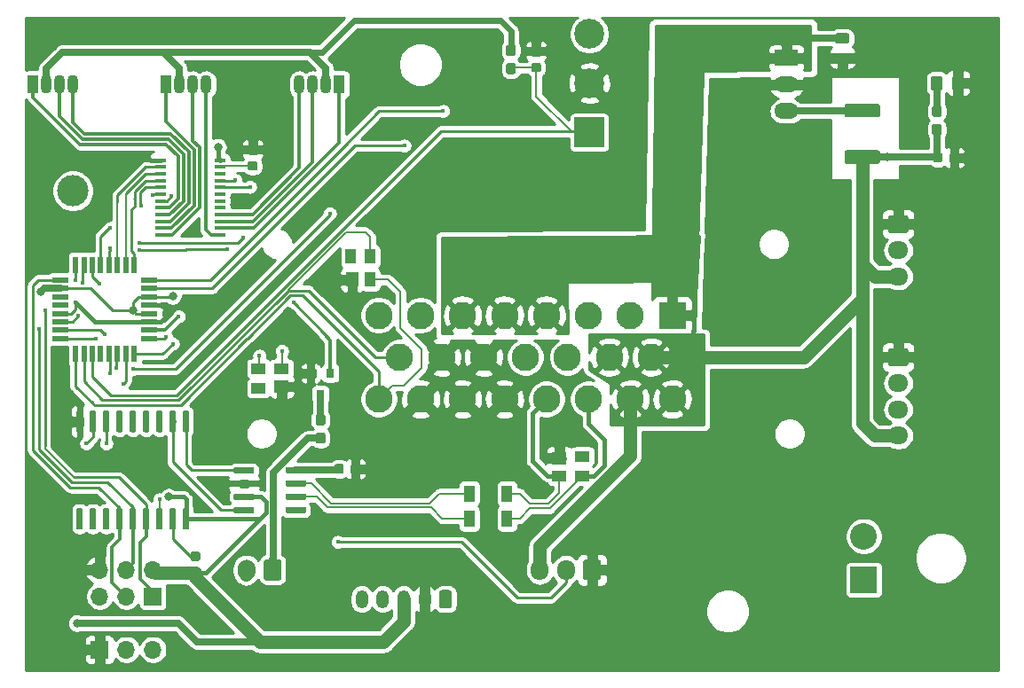
<source format=gbr>
G04 #@! TF.GenerationSoftware,KiCad,Pcbnew,5.1.5-52549c5~84~ubuntu18.04.1*
G04 #@! TF.CreationDate,2020-03-09T21:38:05-04:00*
G04 #@! TF.ProjectId,right,72696768-742e-46b6-9963-61645f706362,rev?*
G04 #@! TF.SameCoordinates,Original*
G04 #@! TF.FileFunction,Copper,L1,Top*
G04 #@! TF.FilePolarity,Positive*
%FSLAX46Y46*%
G04 Gerber Fmt 4.6, Leading zero omitted, Abs format (unit mm)*
G04 Created by KiCad (PCBNEW 5.1.5-52549c5~84~ubuntu18.04.1) date 2020-03-09 21:38:05*
%MOMM*%
%LPD*%
G04 APERTURE LIST*
%ADD10C,3.000000*%
%ADD11C,2.625000*%
%ADD12R,2.625000X2.625000*%
%ADD13R,2.850000X2.850000*%
%ADD14C,2.850000*%
%ADD15C,0.100000*%
%ADD16R,1.092200X1.600200*%
%ADD17R,2.540000X2.540000*%
%ADD18C,2.540000*%
%ADD19R,1.000000X1.400000*%
%ADD20R,1.200000X1.400000*%
%ADD21R,1.400000X1.000000*%
%ADD22R,1.400000X1.200000*%
%ADD23R,1.600000X0.550000*%
%ADD24R,0.550000X1.600000*%
%ADD25R,2.300000X1.500000*%
%ADD26O,2.300000X1.500000*%
%ADD27O,1.200000X1.750000*%
%ADD28R,1.100000X0.400000*%
%ADD29R,0.800000X0.900000*%
%ADD30O,1.700000X1.950000*%
%ADD31R,1.700000X1.700000*%
%ADD32O,1.700000X1.700000*%
%ADD33O,1.700000X2.000000*%
%ADD34O,1.950000X1.700000*%
%ADD35R,1.070000X1.800000*%
%ADD36O,1.070000X1.800000*%
%ADD37C,0.800000*%
%ADD38C,0.450000*%
%ADD39C,0.381000*%
%ADD40C,0.254000*%
%ADD41C,0.635000*%
%ADD42C,1.270000*%
%ADD43C,0.612500*%
%ADD44C,0.304800*%
%ADD45C,0.203200*%
%ADD46C,0.200000*%
G04 APERTURE END LIST*
D10*
X144780000Y-73025000D03*
D11*
X173960000Y-92900000D03*
X177960000Y-92900000D03*
X181960000Y-92900000D03*
X185960000Y-92900000D03*
X189960000Y-92900000D03*
X193960000Y-92900000D03*
X197960000Y-92900000D03*
X201960000Y-92900000D03*
X175960000Y-88900000D03*
X179960000Y-88900000D03*
X183960000Y-88900000D03*
X187960000Y-88900000D03*
X191960000Y-88900000D03*
X195960000Y-88900000D03*
X199960000Y-88900000D03*
X173960000Y-84900000D03*
X177960000Y-84900000D03*
X181960000Y-84900000D03*
X185960000Y-84900000D03*
X189960000Y-84900000D03*
X193960000Y-84900000D03*
X197960000Y-84900000D03*
D12*
X201960000Y-84900000D03*
D13*
X194056000Y-67437000D03*
D14*
X194056000Y-62737000D03*
X194056000Y-58037000D03*
G04 #@! TA.AperFunction,SMDPad,CuDef*
D15*
G36*
X186823779Y-59067144D02*
G01*
X186846834Y-59070563D01*
X186869443Y-59076227D01*
X186891387Y-59084079D01*
X186912457Y-59094044D01*
X186932448Y-59106026D01*
X186951168Y-59119910D01*
X186968438Y-59135562D01*
X186984090Y-59152832D01*
X186997974Y-59171552D01*
X187009956Y-59191543D01*
X187019921Y-59212613D01*
X187027773Y-59234557D01*
X187033437Y-59257166D01*
X187036856Y-59280221D01*
X187038000Y-59303500D01*
X187038000Y-59878500D01*
X187036856Y-59901779D01*
X187033437Y-59924834D01*
X187027773Y-59947443D01*
X187019921Y-59969387D01*
X187009956Y-59990457D01*
X186997974Y-60010448D01*
X186984090Y-60029168D01*
X186968438Y-60046438D01*
X186951168Y-60062090D01*
X186932448Y-60075974D01*
X186912457Y-60087956D01*
X186891387Y-60097921D01*
X186869443Y-60105773D01*
X186846834Y-60111437D01*
X186823779Y-60114856D01*
X186800500Y-60116000D01*
X186325500Y-60116000D01*
X186302221Y-60114856D01*
X186279166Y-60111437D01*
X186256557Y-60105773D01*
X186234613Y-60097921D01*
X186213543Y-60087956D01*
X186193552Y-60075974D01*
X186174832Y-60062090D01*
X186157562Y-60046438D01*
X186141910Y-60029168D01*
X186128026Y-60010448D01*
X186116044Y-59990457D01*
X186106079Y-59969387D01*
X186098227Y-59947443D01*
X186092563Y-59924834D01*
X186089144Y-59901779D01*
X186088000Y-59878500D01*
X186088000Y-59303500D01*
X186089144Y-59280221D01*
X186092563Y-59257166D01*
X186098227Y-59234557D01*
X186106079Y-59212613D01*
X186116044Y-59191543D01*
X186128026Y-59171552D01*
X186141910Y-59152832D01*
X186157562Y-59135562D01*
X186174832Y-59119910D01*
X186193552Y-59106026D01*
X186213543Y-59094044D01*
X186234613Y-59084079D01*
X186256557Y-59076227D01*
X186279166Y-59070563D01*
X186302221Y-59067144D01*
X186325500Y-59066000D01*
X186800500Y-59066000D01*
X186823779Y-59067144D01*
G37*
G04 #@! TD.AperFunction*
G04 #@! TA.AperFunction,SMDPad,CuDef*
G36*
X186823779Y-60817144D02*
G01*
X186846834Y-60820563D01*
X186869443Y-60826227D01*
X186891387Y-60834079D01*
X186912457Y-60844044D01*
X186932448Y-60856026D01*
X186951168Y-60869910D01*
X186968438Y-60885562D01*
X186984090Y-60902832D01*
X186997974Y-60921552D01*
X187009956Y-60941543D01*
X187019921Y-60962613D01*
X187027773Y-60984557D01*
X187033437Y-61007166D01*
X187036856Y-61030221D01*
X187038000Y-61053500D01*
X187038000Y-61628500D01*
X187036856Y-61651779D01*
X187033437Y-61674834D01*
X187027773Y-61697443D01*
X187019921Y-61719387D01*
X187009956Y-61740457D01*
X186997974Y-61760448D01*
X186984090Y-61779168D01*
X186968438Y-61796438D01*
X186951168Y-61812090D01*
X186932448Y-61825974D01*
X186912457Y-61837956D01*
X186891387Y-61847921D01*
X186869443Y-61855773D01*
X186846834Y-61861437D01*
X186823779Y-61864856D01*
X186800500Y-61866000D01*
X186325500Y-61866000D01*
X186302221Y-61864856D01*
X186279166Y-61861437D01*
X186256557Y-61855773D01*
X186234613Y-61847921D01*
X186213543Y-61837956D01*
X186193552Y-61825974D01*
X186174832Y-61812090D01*
X186157562Y-61796438D01*
X186141910Y-61779168D01*
X186128026Y-61760448D01*
X186116044Y-61740457D01*
X186106079Y-61719387D01*
X186098227Y-61697443D01*
X186092563Y-61674834D01*
X186089144Y-61651779D01*
X186088000Y-61628500D01*
X186088000Y-61053500D01*
X186089144Y-61030221D01*
X186092563Y-61007166D01*
X186098227Y-60984557D01*
X186106079Y-60962613D01*
X186116044Y-60941543D01*
X186128026Y-60921552D01*
X186141910Y-60902832D01*
X186157562Y-60885562D01*
X186174832Y-60869910D01*
X186193552Y-60856026D01*
X186213543Y-60844044D01*
X186234613Y-60834079D01*
X186256557Y-60826227D01*
X186279166Y-60820563D01*
X186302221Y-60817144D01*
X186325500Y-60816000D01*
X186800500Y-60816000D01*
X186823779Y-60817144D01*
G37*
G04 #@! TD.AperFunction*
D16*
X182600600Y-104330500D03*
X186207400Y-104330500D03*
X186207400Y-101917500D03*
X182600600Y-101917500D03*
D17*
X220243999Y-110146998D03*
D18*
X220243999Y-106007001D03*
D19*
X171262000Y-79291000D03*
X173162000Y-79291000D03*
X173162000Y-81491000D03*
D20*
X171442000Y-81491000D03*
D21*
X162476000Y-91882000D03*
X162476000Y-89982000D03*
X164676000Y-89982000D03*
D22*
X164676000Y-91702000D03*
G04 #@! TA.AperFunction,SMDPad,CuDef*
D15*
G36*
X189253691Y-60803053D02*
G01*
X189274926Y-60806203D01*
X189295750Y-60811419D01*
X189315962Y-60818651D01*
X189335368Y-60827830D01*
X189353781Y-60838866D01*
X189371024Y-60851654D01*
X189386930Y-60866070D01*
X189401346Y-60881976D01*
X189414134Y-60899219D01*
X189425170Y-60917632D01*
X189434349Y-60937038D01*
X189441581Y-60957250D01*
X189446797Y-60978074D01*
X189449947Y-60999309D01*
X189451000Y-61020750D01*
X189451000Y-61458250D01*
X189449947Y-61479691D01*
X189446797Y-61500926D01*
X189441581Y-61521750D01*
X189434349Y-61541962D01*
X189425170Y-61561368D01*
X189414134Y-61579781D01*
X189401346Y-61597024D01*
X189386930Y-61612930D01*
X189371024Y-61627346D01*
X189353781Y-61640134D01*
X189335368Y-61651170D01*
X189315962Y-61660349D01*
X189295750Y-61667581D01*
X189274926Y-61672797D01*
X189253691Y-61675947D01*
X189232250Y-61677000D01*
X188719750Y-61677000D01*
X188698309Y-61675947D01*
X188677074Y-61672797D01*
X188656250Y-61667581D01*
X188636038Y-61660349D01*
X188616632Y-61651170D01*
X188598219Y-61640134D01*
X188580976Y-61627346D01*
X188565070Y-61612930D01*
X188550654Y-61597024D01*
X188537866Y-61579781D01*
X188526830Y-61561368D01*
X188517651Y-61541962D01*
X188510419Y-61521750D01*
X188505203Y-61500926D01*
X188502053Y-61479691D01*
X188501000Y-61458250D01*
X188501000Y-61020750D01*
X188502053Y-60999309D01*
X188505203Y-60978074D01*
X188510419Y-60957250D01*
X188517651Y-60937038D01*
X188526830Y-60917632D01*
X188537866Y-60899219D01*
X188550654Y-60881976D01*
X188565070Y-60866070D01*
X188580976Y-60851654D01*
X188598219Y-60838866D01*
X188616632Y-60827830D01*
X188636038Y-60818651D01*
X188656250Y-60811419D01*
X188677074Y-60806203D01*
X188698309Y-60803053D01*
X188719750Y-60802000D01*
X189232250Y-60802000D01*
X189253691Y-60803053D01*
G37*
G04 #@! TD.AperFunction*
G04 #@! TA.AperFunction,SMDPad,CuDef*
G36*
X189253691Y-59228053D02*
G01*
X189274926Y-59231203D01*
X189295750Y-59236419D01*
X189315962Y-59243651D01*
X189335368Y-59252830D01*
X189353781Y-59263866D01*
X189371024Y-59276654D01*
X189386930Y-59291070D01*
X189401346Y-59306976D01*
X189414134Y-59324219D01*
X189425170Y-59342632D01*
X189434349Y-59362038D01*
X189441581Y-59382250D01*
X189446797Y-59403074D01*
X189449947Y-59424309D01*
X189451000Y-59445750D01*
X189451000Y-59883250D01*
X189449947Y-59904691D01*
X189446797Y-59925926D01*
X189441581Y-59946750D01*
X189434349Y-59966962D01*
X189425170Y-59986368D01*
X189414134Y-60004781D01*
X189401346Y-60022024D01*
X189386930Y-60037930D01*
X189371024Y-60052346D01*
X189353781Y-60065134D01*
X189335368Y-60076170D01*
X189315962Y-60085349D01*
X189295750Y-60092581D01*
X189274926Y-60097797D01*
X189253691Y-60100947D01*
X189232250Y-60102000D01*
X188719750Y-60102000D01*
X188698309Y-60100947D01*
X188677074Y-60097797D01*
X188656250Y-60092581D01*
X188636038Y-60085349D01*
X188616632Y-60076170D01*
X188598219Y-60065134D01*
X188580976Y-60052346D01*
X188565070Y-60037930D01*
X188550654Y-60022024D01*
X188537866Y-60004781D01*
X188526830Y-59986368D01*
X188517651Y-59966962D01*
X188510419Y-59946750D01*
X188505203Y-59925926D01*
X188502053Y-59904691D01*
X188501000Y-59883250D01*
X188501000Y-59445750D01*
X188502053Y-59424309D01*
X188505203Y-59403074D01*
X188510419Y-59382250D01*
X188517651Y-59362038D01*
X188526830Y-59342632D01*
X188537866Y-59324219D01*
X188550654Y-59306976D01*
X188565070Y-59291070D01*
X188580976Y-59276654D01*
X188598219Y-59263866D01*
X188616632Y-59252830D01*
X188636038Y-59243651D01*
X188656250Y-59236419D01*
X188677074Y-59231203D01*
X188698309Y-59228053D01*
X188719750Y-59227000D01*
X189232250Y-59227000D01*
X189253691Y-59228053D01*
G37*
G04 #@! TD.AperFunction*
G04 #@! TA.AperFunction,SMDPad,CuDef*
G36*
X221565504Y-69140204D02*
G01*
X221589773Y-69143804D01*
X221613571Y-69149765D01*
X221636671Y-69158030D01*
X221658849Y-69168520D01*
X221679893Y-69181133D01*
X221699598Y-69195747D01*
X221717777Y-69212223D01*
X221734253Y-69230402D01*
X221748867Y-69250107D01*
X221761480Y-69271151D01*
X221771970Y-69293329D01*
X221780235Y-69316429D01*
X221786196Y-69340227D01*
X221789796Y-69364496D01*
X221791000Y-69389000D01*
X221791000Y-70189000D01*
X221789796Y-70213504D01*
X221786196Y-70237773D01*
X221780235Y-70261571D01*
X221771970Y-70284671D01*
X221761480Y-70306849D01*
X221748867Y-70327893D01*
X221734253Y-70347598D01*
X221717777Y-70365777D01*
X221699598Y-70382253D01*
X221679893Y-70396867D01*
X221658849Y-70409480D01*
X221636671Y-70419970D01*
X221613571Y-70428235D01*
X221589773Y-70434196D01*
X221565504Y-70437796D01*
X221541000Y-70439000D01*
X218641000Y-70439000D01*
X218616496Y-70437796D01*
X218592227Y-70434196D01*
X218568429Y-70428235D01*
X218545329Y-70419970D01*
X218523151Y-70409480D01*
X218502107Y-70396867D01*
X218482402Y-70382253D01*
X218464223Y-70365777D01*
X218447747Y-70347598D01*
X218433133Y-70327893D01*
X218420520Y-70306849D01*
X218410030Y-70284671D01*
X218401765Y-70261571D01*
X218395804Y-70237773D01*
X218392204Y-70213504D01*
X218391000Y-70189000D01*
X218391000Y-69389000D01*
X218392204Y-69364496D01*
X218395804Y-69340227D01*
X218401765Y-69316429D01*
X218410030Y-69293329D01*
X218420520Y-69271151D01*
X218433133Y-69250107D01*
X218447747Y-69230402D01*
X218464223Y-69212223D01*
X218482402Y-69195747D01*
X218502107Y-69181133D01*
X218523151Y-69168520D01*
X218545329Y-69158030D01*
X218568429Y-69149765D01*
X218592227Y-69143804D01*
X218616496Y-69140204D01*
X218641000Y-69139000D01*
X221541000Y-69139000D01*
X221565504Y-69140204D01*
G37*
G04 #@! TD.AperFunction*
G04 #@! TA.AperFunction,SMDPad,CuDef*
G36*
X221565504Y-64690204D02*
G01*
X221589773Y-64693804D01*
X221613571Y-64699765D01*
X221636671Y-64708030D01*
X221658849Y-64718520D01*
X221679893Y-64731133D01*
X221699598Y-64745747D01*
X221717777Y-64762223D01*
X221734253Y-64780402D01*
X221748867Y-64800107D01*
X221761480Y-64821151D01*
X221771970Y-64843329D01*
X221780235Y-64866429D01*
X221786196Y-64890227D01*
X221789796Y-64914496D01*
X221791000Y-64939000D01*
X221791000Y-65739000D01*
X221789796Y-65763504D01*
X221786196Y-65787773D01*
X221780235Y-65811571D01*
X221771970Y-65834671D01*
X221761480Y-65856849D01*
X221748867Y-65877893D01*
X221734253Y-65897598D01*
X221717777Y-65915777D01*
X221699598Y-65932253D01*
X221679893Y-65946867D01*
X221658849Y-65959480D01*
X221636671Y-65969970D01*
X221613571Y-65978235D01*
X221589773Y-65984196D01*
X221565504Y-65987796D01*
X221541000Y-65989000D01*
X218641000Y-65989000D01*
X218616496Y-65987796D01*
X218592227Y-65984196D01*
X218568429Y-65978235D01*
X218545329Y-65969970D01*
X218523151Y-65959480D01*
X218502107Y-65946867D01*
X218482402Y-65932253D01*
X218464223Y-65915777D01*
X218447747Y-65897598D01*
X218433133Y-65877893D01*
X218420520Y-65856849D01*
X218410030Y-65834671D01*
X218401765Y-65811571D01*
X218395804Y-65787773D01*
X218392204Y-65763504D01*
X218391000Y-65739000D01*
X218391000Y-64939000D01*
X218392204Y-64914496D01*
X218395804Y-64890227D01*
X218401765Y-64866429D01*
X218410030Y-64843329D01*
X218420520Y-64821151D01*
X218433133Y-64800107D01*
X218447747Y-64780402D01*
X218464223Y-64762223D01*
X218482402Y-64745747D01*
X218502107Y-64731133D01*
X218523151Y-64718520D01*
X218545329Y-64708030D01*
X218568429Y-64699765D01*
X218592227Y-64693804D01*
X218616496Y-64690204D01*
X218641000Y-64689000D01*
X221541000Y-64689000D01*
X221565504Y-64690204D01*
G37*
G04 #@! TD.AperFunction*
G04 #@! TA.AperFunction,SMDPad,CuDef*
G36*
X168662779Y-94359144D02*
G01*
X168685834Y-94362563D01*
X168708443Y-94368227D01*
X168730387Y-94376079D01*
X168751457Y-94386044D01*
X168771448Y-94398026D01*
X168790168Y-94411910D01*
X168807438Y-94427562D01*
X168823090Y-94444832D01*
X168836974Y-94463552D01*
X168848956Y-94483543D01*
X168858921Y-94504613D01*
X168866773Y-94526557D01*
X168872437Y-94549166D01*
X168875856Y-94572221D01*
X168877000Y-94595500D01*
X168877000Y-95170500D01*
X168875856Y-95193779D01*
X168872437Y-95216834D01*
X168866773Y-95239443D01*
X168858921Y-95261387D01*
X168848956Y-95282457D01*
X168836974Y-95302448D01*
X168823090Y-95321168D01*
X168807438Y-95338438D01*
X168790168Y-95354090D01*
X168771448Y-95367974D01*
X168751457Y-95379956D01*
X168730387Y-95389921D01*
X168708443Y-95397773D01*
X168685834Y-95403437D01*
X168662779Y-95406856D01*
X168639500Y-95408000D01*
X168164500Y-95408000D01*
X168141221Y-95406856D01*
X168118166Y-95403437D01*
X168095557Y-95397773D01*
X168073613Y-95389921D01*
X168052543Y-95379956D01*
X168032552Y-95367974D01*
X168013832Y-95354090D01*
X167996562Y-95338438D01*
X167980910Y-95321168D01*
X167967026Y-95302448D01*
X167955044Y-95282457D01*
X167945079Y-95261387D01*
X167937227Y-95239443D01*
X167931563Y-95216834D01*
X167928144Y-95193779D01*
X167927000Y-95170500D01*
X167927000Y-94595500D01*
X167928144Y-94572221D01*
X167931563Y-94549166D01*
X167937227Y-94526557D01*
X167945079Y-94504613D01*
X167955044Y-94483543D01*
X167967026Y-94463552D01*
X167980910Y-94444832D01*
X167996562Y-94427562D01*
X168013832Y-94411910D01*
X168032552Y-94398026D01*
X168052543Y-94386044D01*
X168073613Y-94376079D01*
X168095557Y-94368227D01*
X168118166Y-94362563D01*
X168141221Y-94359144D01*
X168164500Y-94358000D01*
X168639500Y-94358000D01*
X168662779Y-94359144D01*
G37*
G04 #@! TD.AperFunction*
G04 #@! TA.AperFunction,SMDPad,CuDef*
G36*
X168662779Y-96109144D02*
G01*
X168685834Y-96112563D01*
X168708443Y-96118227D01*
X168730387Y-96126079D01*
X168751457Y-96136044D01*
X168771448Y-96148026D01*
X168790168Y-96161910D01*
X168807438Y-96177562D01*
X168823090Y-96194832D01*
X168836974Y-96213552D01*
X168848956Y-96233543D01*
X168858921Y-96254613D01*
X168866773Y-96276557D01*
X168872437Y-96299166D01*
X168875856Y-96322221D01*
X168877000Y-96345500D01*
X168877000Y-96920500D01*
X168875856Y-96943779D01*
X168872437Y-96966834D01*
X168866773Y-96989443D01*
X168858921Y-97011387D01*
X168848956Y-97032457D01*
X168836974Y-97052448D01*
X168823090Y-97071168D01*
X168807438Y-97088438D01*
X168790168Y-97104090D01*
X168771448Y-97117974D01*
X168751457Y-97129956D01*
X168730387Y-97139921D01*
X168708443Y-97147773D01*
X168685834Y-97153437D01*
X168662779Y-97156856D01*
X168639500Y-97158000D01*
X168164500Y-97158000D01*
X168141221Y-97156856D01*
X168118166Y-97153437D01*
X168095557Y-97147773D01*
X168073613Y-97139921D01*
X168052543Y-97129956D01*
X168032552Y-97117974D01*
X168013832Y-97104090D01*
X167996562Y-97088438D01*
X167980910Y-97071168D01*
X167967026Y-97052448D01*
X167955044Y-97032457D01*
X167945079Y-97011387D01*
X167937227Y-96989443D01*
X167931563Y-96966834D01*
X167928144Y-96943779D01*
X167927000Y-96920500D01*
X167927000Y-96345500D01*
X167928144Y-96322221D01*
X167931563Y-96299166D01*
X167937227Y-96276557D01*
X167945079Y-96254613D01*
X167955044Y-96233543D01*
X167967026Y-96213552D01*
X167980910Y-96194832D01*
X167996562Y-96177562D01*
X168013832Y-96161910D01*
X168032552Y-96148026D01*
X168052543Y-96136044D01*
X168073613Y-96126079D01*
X168095557Y-96118227D01*
X168118166Y-96112563D01*
X168141221Y-96109144D01*
X168164500Y-96108000D01*
X168639500Y-96108000D01*
X168662779Y-96109144D01*
G37*
G04 #@! TD.AperFunction*
D23*
X152078000Y-87128000D03*
X152078000Y-86328000D03*
X152078000Y-85528000D03*
X152078000Y-84728000D03*
X152078000Y-83928000D03*
X152078000Y-83128000D03*
X152078000Y-82328000D03*
X152078000Y-81528000D03*
D24*
X150628000Y-80078000D03*
X149828000Y-80078000D03*
X149028000Y-80078000D03*
X148228000Y-80078000D03*
X147428000Y-80078000D03*
X146628000Y-80078000D03*
X145828000Y-80078000D03*
X145028000Y-80078000D03*
D23*
X143578000Y-81528000D03*
X143578000Y-82328000D03*
X143578000Y-83128000D03*
X143578000Y-83928000D03*
X143578000Y-84728000D03*
X143578000Y-85528000D03*
X143578000Y-86328000D03*
X143578000Y-87128000D03*
D24*
X145028000Y-88578000D03*
X145828000Y-88578000D03*
X146628000Y-88578000D03*
X147428000Y-88578000D03*
X148228000Y-88578000D03*
X149028000Y-88578000D03*
X149828000Y-88578000D03*
X150628000Y-88578000D03*
G04 #@! TA.AperFunction,SMDPad,CuDef*
D15*
G36*
X227463779Y-66645144D02*
G01*
X227486834Y-66648563D01*
X227509443Y-66654227D01*
X227531387Y-66662079D01*
X227552457Y-66672044D01*
X227572448Y-66684026D01*
X227591168Y-66697910D01*
X227608438Y-66713562D01*
X227624090Y-66730832D01*
X227637974Y-66749552D01*
X227649956Y-66769543D01*
X227659921Y-66790613D01*
X227667773Y-66812557D01*
X227673437Y-66835166D01*
X227676856Y-66858221D01*
X227678000Y-66881500D01*
X227678000Y-67456500D01*
X227676856Y-67479779D01*
X227673437Y-67502834D01*
X227667773Y-67525443D01*
X227659921Y-67547387D01*
X227649956Y-67568457D01*
X227637974Y-67588448D01*
X227624090Y-67607168D01*
X227608438Y-67624438D01*
X227591168Y-67640090D01*
X227572448Y-67653974D01*
X227552457Y-67665956D01*
X227531387Y-67675921D01*
X227509443Y-67683773D01*
X227486834Y-67689437D01*
X227463779Y-67692856D01*
X227440500Y-67694000D01*
X226965500Y-67694000D01*
X226942221Y-67692856D01*
X226919166Y-67689437D01*
X226896557Y-67683773D01*
X226874613Y-67675921D01*
X226853543Y-67665956D01*
X226833552Y-67653974D01*
X226814832Y-67640090D01*
X226797562Y-67624438D01*
X226781910Y-67607168D01*
X226768026Y-67588448D01*
X226756044Y-67568457D01*
X226746079Y-67547387D01*
X226738227Y-67525443D01*
X226732563Y-67502834D01*
X226729144Y-67479779D01*
X226728000Y-67456500D01*
X226728000Y-66881500D01*
X226729144Y-66858221D01*
X226732563Y-66835166D01*
X226738227Y-66812557D01*
X226746079Y-66790613D01*
X226756044Y-66769543D01*
X226768026Y-66749552D01*
X226781910Y-66730832D01*
X226797562Y-66713562D01*
X226814832Y-66697910D01*
X226833552Y-66684026D01*
X226853543Y-66672044D01*
X226874613Y-66662079D01*
X226896557Y-66654227D01*
X226919166Y-66648563D01*
X226942221Y-66645144D01*
X226965500Y-66644000D01*
X227440500Y-66644000D01*
X227463779Y-66645144D01*
G37*
G04 #@! TD.AperFunction*
G04 #@! TA.AperFunction,SMDPad,CuDef*
G36*
X227463779Y-64895144D02*
G01*
X227486834Y-64898563D01*
X227509443Y-64904227D01*
X227531387Y-64912079D01*
X227552457Y-64922044D01*
X227572448Y-64934026D01*
X227591168Y-64947910D01*
X227608438Y-64963562D01*
X227624090Y-64980832D01*
X227637974Y-64999552D01*
X227649956Y-65019543D01*
X227659921Y-65040613D01*
X227667773Y-65062557D01*
X227673437Y-65085166D01*
X227676856Y-65108221D01*
X227678000Y-65131500D01*
X227678000Y-65706500D01*
X227676856Y-65729779D01*
X227673437Y-65752834D01*
X227667773Y-65775443D01*
X227659921Y-65797387D01*
X227649956Y-65818457D01*
X227637974Y-65838448D01*
X227624090Y-65857168D01*
X227608438Y-65874438D01*
X227591168Y-65890090D01*
X227572448Y-65903974D01*
X227552457Y-65915956D01*
X227531387Y-65925921D01*
X227509443Y-65933773D01*
X227486834Y-65939437D01*
X227463779Y-65942856D01*
X227440500Y-65944000D01*
X226965500Y-65944000D01*
X226942221Y-65942856D01*
X226919166Y-65939437D01*
X226896557Y-65933773D01*
X226874613Y-65925921D01*
X226853543Y-65915956D01*
X226833552Y-65903974D01*
X226814832Y-65890090D01*
X226797562Y-65874438D01*
X226781910Y-65857168D01*
X226768026Y-65838448D01*
X226756044Y-65818457D01*
X226746079Y-65797387D01*
X226738227Y-65775443D01*
X226732563Y-65752834D01*
X226729144Y-65729779D01*
X226728000Y-65706500D01*
X226728000Y-65131500D01*
X226729144Y-65108221D01*
X226732563Y-65085166D01*
X226738227Y-65062557D01*
X226746079Y-65040613D01*
X226756044Y-65019543D01*
X226768026Y-64999552D01*
X226781910Y-64980832D01*
X226797562Y-64963562D01*
X226814832Y-64947910D01*
X226833552Y-64934026D01*
X226853543Y-64922044D01*
X226874613Y-64912079D01*
X226896557Y-64904227D01*
X226919166Y-64898563D01*
X226942221Y-64895144D01*
X226965500Y-64894000D01*
X227440500Y-64894000D01*
X227463779Y-64895144D01*
G37*
G04 #@! TD.AperFunction*
G04 #@! TA.AperFunction,SMDPad,CuDef*
G36*
X229593505Y-62039204D02*
G01*
X229617773Y-62042804D01*
X229641572Y-62048765D01*
X229664671Y-62057030D01*
X229686850Y-62067520D01*
X229707893Y-62080132D01*
X229727599Y-62094747D01*
X229745777Y-62111223D01*
X229762253Y-62129401D01*
X229776868Y-62149107D01*
X229789480Y-62170150D01*
X229799970Y-62192329D01*
X229808235Y-62215428D01*
X229814196Y-62239227D01*
X229817796Y-62263495D01*
X229819000Y-62287999D01*
X229819000Y-63188001D01*
X229817796Y-63212505D01*
X229814196Y-63236773D01*
X229808235Y-63260572D01*
X229799970Y-63283671D01*
X229789480Y-63305850D01*
X229776868Y-63326893D01*
X229762253Y-63346599D01*
X229745777Y-63364777D01*
X229727599Y-63381253D01*
X229707893Y-63395868D01*
X229686850Y-63408480D01*
X229664671Y-63418970D01*
X229641572Y-63427235D01*
X229617773Y-63433196D01*
X229593505Y-63436796D01*
X229569001Y-63438000D01*
X228918999Y-63438000D01*
X228894495Y-63436796D01*
X228870227Y-63433196D01*
X228846428Y-63427235D01*
X228823329Y-63418970D01*
X228801150Y-63408480D01*
X228780107Y-63395868D01*
X228760401Y-63381253D01*
X228742223Y-63364777D01*
X228725747Y-63346599D01*
X228711132Y-63326893D01*
X228698520Y-63305850D01*
X228688030Y-63283671D01*
X228679765Y-63260572D01*
X228673804Y-63236773D01*
X228670204Y-63212505D01*
X228669000Y-63188001D01*
X228669000Y-62287999D01*
X228670204Y-62263495D01*
X228673804Y-62239227D01*
X228679765Y-62215428D01*
X228688030Y-62192329D01*
X228698520Y-62170150D01*
X228711132Y-62149107D01*
X228725747Y-62129401D01*
X228742223Y-62111223D01*
X228760401Y-62094747D01*
X228780107Y-62080132D01*
X228801150Y-62067520D01*
X228823329Y-62057030D01*
X228846428Y-62048765D01*
X228870227Y-62042804D01*
X228894495Y-62039204D01*
X228918999Y-62038000D01*
X229569001Y-62038000D01*
X229593505Y-62039204D01*
G37*
G04 #@! TD.AperFunction*
G04 #@! TA.AperFunction,SMDPad,CuDef*
G36*
X227543505Y-62039204D02*
G01*
X227567773Y-62042804D01*
X227591572Y-62048765D01*
X227614671Y-62057030D01*
X227636850Y-62067520D01*
X227657893Y-62080132D01*
X227677599Y-62094747D01*
X227695777Y-62111223D01*
X227712253Y-62129401D01*
X227726868Y-62149107D01*
X227739480Y-62170150D01*
X227749970Y-62192329D01*
X227758235Y-62215428D01*
X227764196Y-62239227D01*
X227767796Y-62263495D01*
X227769000Y-62287999D01*
X227769000Y-63188001D01*
X227767796Y-63212505D01*
X227764196Y-63236773D01*
X227758235Y-63260572D01*
X227749970Y-63283671D01*
X227739480Y-63305850D01*
X227726868Y-63326893D01*
X227712253Y-63346599D01*
X227695777Y-63364777D01*
X227677599Y-63381253D01*
X227657893Y-63395868D01*
X227636850Y-63408480D01*
X227614671Y-63418970D01*
X227591572Y-63427235D01*
X227567773Y-63433196D01*
X227543505Y-63436796D01*
X227519001Y-63438000D01*
X226868999Y-63438000D01*
X226844495Y-63436796D01*
X226820227Y-63433196D01*
X226796428Y-63427235D01*
X226773329Y-63418970D01*
X226751150Y-63408480D01*
X226730107Y-63395868D01*
X226710401Y-63381253D01*
X226692223Y-63364777D01*
X226675747Y-63346599D01*
X226661132Y-63326893D01*
X226648520Y-63305850D01*
X226638030Y-63283671D01*
X226629765Y-63260572D01*
X226623804Y-63236773D01*
X226620204Y-63212505D01*
X226619000Y-63188001D01*
X226619000Y-62287999D01*
X226620204Y-62263495D01*
X226623804Y-62239227D01*
X226629765Y-62215428D01*
X226638030Y-62192329D01*
X226648520Y-62170150D01*
X226661132Y-62149107D01*
X226675747Y-62129401D01*
X226692223Y-62111223D01*
X226710401Y-62094747D01*
X226730107Y-62080132D01*
X226751150Y-62067520D01*
X226773329Y-62057030D01*
X226796428Y-62048765D01*
X226820227Y-62042804D01*
X226844495Y-62039204D01*
X226868999Y-62038000D01*
X227519001Y-62038000D01*
X227543505Y-62039204D01*
G37*
G04 #@! TD.AperFunction*
D25*
X212852000Y-60325000D03*
D26*
X212852000Y-62865000D03*
X212852000Y-65405000D03*
D27*
X172340000Y-112014000D03*
X174340000Y-112014000D03*
X176340000Y-112014000D03*
X178340000Y-112014000D03*
G04 #@! TA.AperFunction,ComponentPad*
D15*
G36*
X180714505Y-111140204D02*
G01*
X180738773Y-111143804D01*
X180762572Y-111149765D01*
X180785671Y-111158030D01*
X180807850Y-111168520D01*
X180828893Y-111181132D01*
X180848599Y-111195747D01*
X180866777Y-111212223D01*
X180883253Y-111230401D01*
X180897868Y-111250107D01*
X180910480Y-111271150D01*
X180920970Y-111293329D01*
X180929235Y-111316428D01*
X180935196Y-111340227D01*
X180938796Y-111364495D01*
X180940000Y-111388999D01*
X180940000Y-112639001D01*
X180938796Y-112663505D01*
X180935196Y-112687773D01*
X180929235Y-112711572D01*
X180920970Y-112734671D01*
X180910480Y-112756850D01*
X180897868Y-112777893D01*
X180883253Y-112797599D01*
X180866777Y-112815777D01*
X180848599Y-112832253D01*
X180828893Y-112846868D01*
X180807850Y-112859480D01*
X180785671Y-112869970D01*
X180762572Y-112878235D01*
X180738773Y-112884196D01*
X180714505Y-112887796D01*
X180690001Y-112889000D01*
X179989999Y-112889000D01*
X179965495Y-112887796D01*
X179941227Y-112884196D01*
X179917428Y-112878235D01*
X179894329Y-112869970D01*
X179872150Y-112859480D01*
X179851107Y-112846868D01*
X179831401Y-112832253D01*
X179813223Y-112815777D01*
X179796747Y-112797599D01*
X179782132Y-112777893D01*
X179769520Y-112756850D01*
X179759030Y-112734671D01*
X179750765Y-112711572D01*
X179744804Y-112687773D01*
X179741204Y-112663505D01*
X179740000Y-112639001D01*
X179740000Y-111388999D01*
X179741204Y-111364495D01*
X179744804Y-111340227D01*
X179750765Y-111316428D01*
X179759030Y-111293329D01*
X179769520Y-111271150D01*
X179782132Y-111250107D01*
X179796747Y-111230401D01*
X179813223Y-111212223D01*
X179831401Y-111195747D01*
X179851107Y-111181132D01*
X179872150Y-111168520D01*
X179894329Y-111158030D01*
X179917428Y-111149765D01*
X179941227Y-111143804D01*
X179965495Y-111140204D01*
X179989999Y-111139000D01*
X180690001Y-111139000D01*
X180714505Y-111140204D01*
G37*
G04 #@! TD.AperFunction*
G04 #@! TA.AperFunction,SMDPad,CuDef*
G36*
X155739703Y-94020722D02*
G01*
X155754264Y-94022882D01*
X155768543Y-94026459D01*
X155782403Y-94031418D01*
X155795710Y-94037712D01*
X155808336Y-94045280D01*
X155820159Y-94054048D01*
X155831066Y-94063934D01*
X155840952Y-94074841D01*
X155849720Y-94086664D01*
X155857288Y-94099290D01*
X155863582Y-94112597D01*
X155868541Y-94126457D01*
X155872118Y-94140736D01*
X155874278Y-94155297D01*
X155875000Y-94170000D01*
X155875000Y-95920000D01*
X155874278Y-95934703D01*
X155872118Y-95949264D01*
X155868541Y-95963543D01*
X155863582Y-95977403D01*
X155857288Y-95990710D01*
X155849720Y-96003336D01*
X155840952Y-96015159D01*
X155831066Y-96026066D01*
X155820159Y-96035952D01*
X155808336Y-96044720D01*
X155795710Y-96052288D01*
X155782403Y-96058582D01*
X155768543Y-96063541D01*
X155754264Y-96067118D01*
X155739703Y-96069278D01*
X155725000Y-96070000D01*
X155425000Y-96070000D01*
X155410297Y-96069278D01*
X155395736Y-96067118D01*
X155381457Y-96063541D01*
X155367597Y-96058582D01*
X155354290Y-96052288D01*
X155341664Y-96044720D01*
X155329841Y-96035952D01*
X155318934Y-96026066D01*
X155309048Y-96015159D01*
X155300280Y-96003336D01*
X155292712Y-95990710D01*
X155286418Y-95977403D01*
X155281459Y-95963543D01*
X155277882Y-95949264D01*
X155275722Y-95934703D01*
X155275000Y-95920000D01*
X155275000Y-94170000D01*
X155275722Y-94155297D01*
X155277882Y-94140736D01*
X155281459Y-94126457D01*
X155286418Y-94112597D01*
X155292712Y-94099290D01*
X155300280Y-94086664D01*
X155309048Y-94074841D01*
X155318934Y-94063934D01*
X155329841Y-94054048D01*
X155341664Y-94045280D01*
X155354290Y-94037712D01*
X155367597Y-94031418D01*
X155381457Y-94026459D01*
X155395736Y-94022882D01*
X155410297Y-94020722D01*
X155425000Y-94020000D01*
X155725000Y-94020000D01*
X155739703Y-94020722D01*
G37*
G04 #@! TD.AperFunction*
G04 #@! TA.AperFunction,SMDPad,CuDef*
G36*
X154469703Y-94020722D02*
G01*
X154484264Y-94022882D01*
X154498543Y-94026459D01*
X154512403Y-94031418D01*
X154525710Y-94037712D01*
X154538336Y-94045280D01*
X154550159Y-94054048D01*
X154561066Y-94063934D01*
X154570952Y-94074841D01*
X154579720Y-94086664D01*
X154587288Y-94099290D01*
X154593582Y-94112597D01*
X154598541Y-94126457D01*
X154602118Y-94140736D01*
X154604278Y-94155297D01*
X154605000Y-94170000D01*
X154605000Y-95920000D01*
X154604278Y-95934703D01*
X154602118Y-95949264D01*
X154598541Y-95963543D01*
X154593582Y-95977403D01*
X154587288Y-95990710D01*
X154579720Y-96003336D01*
X154570952Y-96015159D01*
X154561066Y-96026066D01*
X154550159Y-96035952D01*
X154538336Y-96044720D01*
X154525710Y-96052288D01*
X154512403Y-96058582D01*
X154498543Y-96063541D01*
X154484264Y-96067118D01*
X154469703Y-96069278D01*
X154455000Y-96070000D01*
X154155000Y-96070000D01*
X154140297Y-96069278D01*
X154125736Y-96067118D01*
X154111457Y-96063541D01*
X154097597Y-96058582D01*
X154084290Y-96052288D01*
X154071664Y-96044720D01*
X154059841Y-96035952D01*
X154048934Y-96026066D01*
X154039048Y-96015159D01*
X154030280Y-96003336D01*
X154022712Y-95990710D01*
X154016418Y-95977403D01*
X154011459Y-95963543D01*
X154007882Y-95949264D01*
X154005722Y-95934703D01*
X154005000Y-95920000D01*
X154005000Y-94170000D01*
X154005722Y-94155297D01*
X154007882Y-94140736D01*
X154011459Y-94126457D01*
X154016418Y-94112597D01*
X154022712Y-94099290D01*
X154030280Y-94086664D01*
X154039048Y-94074841D01*
X154048934Y-94063934D01*
X154059841Y-94054048D01*
X154071664Y-94045280D01*
X154084290Y-94037712D01*
X154097597Y-94031418D01*
X154111457Y-94026459D01*
X154125736Y-94022882D01*
X154140297Y-94020722D01*
X154155000Y-94020000D01*
X154455000Y-94020000D01*
X154469703Y-94020722D01*
G37*
G04 #@! TD.AperFunction*
G04 #@! TA.AperFunction,SMDPad,CuDef*
G36*
X153199703Y-94020722D02*
G01*
X153214264Y-94022882D01*
X153228543Y-94026459D01*
X153242403Y-94031418D01*
X153255710Y-94037712D01*
X153268336Y-94045280D01*
X153280159Y-94054048D01*
X153291066Y-94063934D01*
X153300952Y-94074841D01*
X153309720Y-94086664D01*
X153317288Y-94099290D01*
X153323582Y-94112597D01*
X153328541Y-94126457D01*
X153332118Y-94140736D01*
X153334278Y-94155297D01*
X153335000Y-94170000D01*
X153335000Y-95920000D01*
X153334278Y-95934703D01*
X153332118Y-95949264D01*
X153328541Y-95963543D01*
X153323582Y-95977403D01*
X153317288Y-95990710D01*
X153309720Y-96003336D01*
X153300952Y-96015159D01*
X153291066Y-96026066D01*
X153280159Y-96035952D01*
X153268336Y-96044720D01*
X153255710Y-96052288D01*
X153242403Y-96058582D01*
X153228543Y-96063541D01*
X153214264Y-96067118D01*
X153199703Y-96069278D01*
X153185000Y-96070000D01*
X152885000Y-96070000D01*
X152870297Y-96069278D01*
X152855736Y-96067118D01*
X152841457Y-96063541D01*
X152827597Y-96058582D01*
X152814290Y-96052288D01*
X152801664Y-96044720D01*
X152789841Y-96035952D01*
X152778934Y-96026066D01*
X152769048Y-96015159D01*
X152760280Y-96003336D01*
X152752712Y-95990710D01*
X152746418Y-95977403D01*
X152741459Y-95963543D01*
X152737882Y-95949264D01*
X152735722Y-95934703D01*
X152735000Y-95920000D01*
X152735000Y-94170000D01*
X152735722Y-94155297D01*
X152737882Y-94140736D01*
X152741459Y-94126457D01*
X152746418Y-94112597D01*
X152752712Y-94099290D01*
X152760280Y-94086664D01*
X152769048Y-94074841D01*
X152778934Y-94063934D01*
X152789841Y-94054048D01*
X152801664Y-94045280D01*
X152814290Y-94037712D01*
X152827597Y-94031418D01*
X152841457Y-94026459D01*
X152855736Y-94022882D01*
X152870297Y-94020722D01*
X152885000Y-94020000D01*
X153185000Y-94020000D01*
X153199703Y-94020722D01*
G37*
G04 #@! TD.AperFunction*
G04 #@! TA.AperFunction,SMDPad,CuDef*
G36*
X151929703Y-94020722D02*
G01*
X151944264Y-94022882D01*
X151958543Y-94026459D01*
X151972403Y-94031418D01*
X151985710Y-94037712D01*
X151998336Y-94045280D01*
X152010159Y-94054048D01*
X152021066Y-94063934D01*
X152030952Y-94074841D01*
X152039720Y-94086664D01*
X152047288Y-94099290D01*
X152053582Y-94112597D01*
X152058541Y-94126457D01*
X152062118Y-94140736D01*
X152064278Y-94155297D01*
X152065000Y-94170000D01*
X152065000Y-95920000D01*
X152064278Y-95934703D01*
X152062118Y-95949264D01*
X152058541Y-95963543D01*
X152053582Y-95977403D01*
X152047288Y-95990710D01*
X152039720Y-96003336D01*
X152030952Y-96015159D01*
X152021066Y-96026066D01*
X152010159Y-96035952D01*
X151998336Y-96044720D01*
X151985710Y-96052288D01*
X151972403Y-96058582D01*
X151958543Y-96063541D01*
X151944264Y-96067118D01*
X151929703Y-96069278D01*
X151915000Y-96070000D01*
X151615000Y-96070000D01*
X151600297Y-96069278D01*
X151585736Y-96067118D01*
X151571457Y-96063541D01*
X151557597Y-96058582D01*
X151544290Y-96052288D01*
X151531664Y-96044720D01*
X151519841Y-96035952D01*
X151508934Y-96026066D01*
X151499048Y-96015159D01*
X151490280Y-96003336D01*
X151482712Y-95990710D01*
X151476418Y-95977403D01*
X151471459Y-95963543D01*
X151467882Y-95949264D01*
X151465722Y-95934703D01*
X151465000Y-95920000D01*
X151465000Y-94170000D01*
X151465722Y-94155297D01*
X151467882Y-94140736D01*
X151471459Y-94126457D01*
X151476418Y-94112597D01*
X151482712Y-94099290D01*
X151490280Y-94086664D01*
X151499048Y-94074841D01*
X151508934Y-94063934D01*
X151519841Y-94054048D01*
X151531664Y-94045280D01*
X151544290Y-94037712D01*
X151557597Y-94031418D01*
X151571457Y-94026459D01*
X151585736Y-94022882D01*
X151600297Y-94020722D01*
X151615000Y-94020000D01*
X151915000Y-94020000D01*
X151929703Y-94020722D01*
G37*
G04 #@! TD.AperFunction*
G04 #@! TA.AperFunction,SMDPad,CuDef*
G36*
X150659703Y-94020722D02*
G01*
X150674264Y-94022882D01*
X150688543Y-94026459D01*
X150702403Y-94031418D01*
X150715710Y-94037712D01*
X150728336Y-94045280D01*
X150740159Y-94054048D01*
X150751066Y-94063934D01*
X150760952Y-94074841D01*
X150769720Y-94086664D01*
X150777288Y-94099290D01*
X150783582Y-94112597D01*
X150788541Y-94126457D01*
X150792118Y-94140736D01*
X150794278Y-94155297D01*
X150795000Y-94170000D01*
X150795000Y-95920000D01*
X150794278Y-95934703D01*
X150792118Y-95949264D01*
X150788541Y-95963543D01*
X150783582Y-95977403D01*
X150777288Y-95990710D01*
X150769720Y-96003336D01*
X150760952Y-96015159D01*
X150751066Y-96026066D01*
X150740159Y-96035952D01*
X150728336Y-96044720D01*
X150715710Y-96052288D01*
X150702403Y-96058582D01*
X150688543Y-96063541D01*
X150674264Y-96067118D01*
X150659703Y-96069278D01*
X150645000Y-96070000D01*
X150345000Y-96070000D01*
X150330297Y-96069278D01*
X150315736Y-96067118D01*
X150301457Y-96063541D01*
X150287597Y-96058582D01*
X150274290Y-96052288D01*
X150261664Y-96044720D01*
X150249841Y-96035952D01*
X150238934Y-96026066D01*
X150229048Y-96015159D01*
X150220280Y-96003336D01*
X150212712Y-95990710D01*
X150206418Y-95977403D01*
X150201459Y-95963543D01*
X150197882Y-95949264D01*
X150195722Y-95934703D01*
X150195000Y-95920000D01*
X150195000Y-94170000D01*
X150195722Y-94155297D01*
X150197882Y-94140736D01*
X150201459Y-94126457D01*
X150206418Y-94112597D01*
X150212712Y-94099290D01*
X150220280Y-94086664D01*
X150229048Y-94074841D01*
X150238934Y-94063934D01*
X150249841Y-94054048D01*
X150261664Y-94045280D01*
X150274290Y-94037712D01*
X150287597Y-94031418D01*
X150301457Y-94026459D01*
X150315736Y-94022882D01*
X150330297Y-94020722D01*
X150345000Y-94020000D01*
X150645000Y-94020000D01*
X150659703Y-94020722D01*
G37*
G04 #@! TD.AperFunction*
G04 #@! TA.AperFunction,SMDPad,CuDef*
G36*
X149389703Y-94020722D02*
G01*
X149404264Y-94022882D01*
X149418543Y-94026459D01*
X149432403Y-94031418D01*
X149445710Y-94037712D01*
X149458336Y-94045280D01*
X149470159Y-94054048D01*
X149481066Y-94063934D01*
X149490952Y-94074841D01*
X149499720Y-94086664D01*
X149507288Y-94099290D01*
X149513582Y-94112597D01*
X149518541Y-94126457D01*
X149522118Y-94140736D01*
X149524278Y-94155297D01*
X149525000Y-94170000D01*
X149525000Y-95920000D01*
X149524278Y-95934703D01*
X149522118Y-95949264D01*
X149518541Y-95963543D01*
X149513582Y-95977403D01*
X149507288Y-95990710D01*
X149499720Y-96003336D01*
X149490952Y-96015159D01*
X149481066Y-96026066D01*
X149470159Y-96035952D01*
X149458336Y-96044720D01*
X149445710Y-96052288D01*
X149432403Y-96058582D01*
X149418543Y-96063541D01*
X149404264Y-96067118D01*
X149389703Y-96069278D01*
X149375000Y-96070000D01*
X149075000Y-96070000D01*
X149060297Y-96069278D01*
X149045736Y-96067118D01*
X149031457Y-96063541D01*
X149017597Y-96058582D01*
X149004290Y-96052288D01*
X148991664Y-96044720D01*
X148979841Y-96035952D01*
X148968934Y-96026066D01*
X148959048Y-96015159D01*
X148950280Y-96003336D01*
X148942712Y-95990710D01*
X148936418Y-95977403D01*
X148931459Y-95963543D01*
X148927882Y-95949264D01*
X148925722Y-95934703D01*
X148925000Y-95920000D01*
X148925000Y-94170000D01*
X148925722Y-94155297D01*
X148927882Y-94140736D01*
X148931459Y-94126457D01*
X148936418Y-94112597D01*
X148942712Y-94099290D01*
X148950280Y-94086664D01*
X148959048Y-94074841D01*
X148968934Y-94063934D01*
X148979841Y-94054048D01*
X148991664Y-94045280D01*
X149004290Y-94037712D01*
X149017597Y-94031418D01*
X149031457Y-94026459D01*
X149045736Y-94022882D01*
X149060297Y-94020722D01*
X149075000Y-94020000D01*
X149375000Y-94020000D01*
X149389703Y-94020722D01*
G37*
G04 #@! TD.AperFunction*
G04 #@! TA.AperFunction,SMDPad,CuDef*
G36*
X148119703Y-94020722D02*
G01*
X148134264Y-94022882D01*
X148148543Y-94026459D01*
X148162403Y-94031418D01*
X148175710Y-94037712D01*
X148188336Y-94045280D01*
X148200159Y-94054048D01*
X148211066Y-94063934D01*
X148220952Y-94074841D01*
X148229720Y-94086664D01*
X148237288Y-94099290D01*
X148243582Y-94112597D01*
X148248541Y-94126457D01*
X148252118Y-94140736D01*
X148254278Y-94155297D01*
X148255000Y-94170000D01*
X148255000Y-95920000D01*
X148254278Y-95934703D01*
X148252118Y-95949264D01*
X148248541Y-95963543D01*
X148243582Y-95977403D01*
X148237288Y-95990710D01*
X148229720Y-96003336D01*
X148220952Y-96015159D01*
X148211066Y-96026066D01*
X148200159Y-96035952D01*
X148188336Y-96044720D01*
X148175710Y-96052288D01*
X148162403Y-96058582D01*
X148148543Y-96063541D01*
X148134264Y-96067118D01*
X148119703Y-96069278D01*
X148105000Y-96070000D01*
X147805000Y-96070000D01*
X147790297Y-96069278D01*
X147775736Y-96067118D01*
X147761457Y-96063541D01*
X147747597Y-96058582D01*
X147734290Y-96052288D01*
X147721664Y-96044720D01*
X147709841Y-96035952D01*
X147698934Y-96026066D01*
X147689048Y-96015159D01*
X147680280Y-96003336D01*
X147672712Y-95990710D01*
X147666418Y-95977403D01*
X147661459Y-95963543D01*
X147657882Y-95949264D01*
X147655722Y-95934703D01*
X147655000Y-95920000D01*
X147655000Y-94170000D01*
X147655722Y-94155297D01*
X147657882Y-94140736D01*
X147661459Y-94126457D01*
X147666418Y-94112597D01*
X147672712Y-94099290D01*
X147680280Y-94086664D01*
X147689048Y-94074841D01*
X147698934Y-94063934D01*
X147709841Y-94054048D01*
X147721664Y-94045280D01*
X147734290Y-94037712D01*
X147747597Y-94031418D01*
X147761457Y-94026459D01*
X147775736Y-94022882D01*
X147790297Y-94020722D01*
X147805000Y-94020000D01*
X148105000Y-94020000D01*
X148119703Y-94020722D01*
G37*
G04 #@! TD.AperFunction*
G04 #@! TA.AperFunction,SMDPad,CuDef*
G36*
X146849703Y-94020722D02*
G01*
X146864264Y-94022882D01*
X146878543Y-94026459D01*
X146892403Y-94031418D01*
X146905710Y-94037712D01*
X146918336Y-94045280D01*
X146930159Y-94054048D01*
X146941066Y-94063934D01*
X146950952Y-94074841D01*
X146959720Y-94086664D01*
X146967288Y-94099290D01*
X146973582Y-94112597D01*
X146978541Y-94126457D01*
X146982118Y-94140736D01*
X146984278Y-94155297D01*
X146985000Y-94170000D01*
X146985000Y-95920000D01*
X146984278Y-95934703D01*
X146982118Y-95949264D01*
X146978541Y-95963543D01*
X146973582Y-95977403D01*
X146967288Y-95990710D01*
X146959720Y-96003336D01*
X146950952Y-96015159D01*
X146941066Y-96026066D01*
X146930159Y-96035952D01*
X146918336Y-96044720D01*
X146905710Y-96052288D01*
X146892403Y-96058582D01*
X146878543Y-96063541D01*
X146864264Y-96067118D01*
X146849703Y-96069278D01*
X146835000Y-96070000D01*
X146535000Y-96070000D01*
X146520297Y-96069278D01*
X146505736Y-96067118D01*
X146491457Y-96063541D01*
X146477597Y-96058582D01*
X146464290Y-96052288D01*
X146451664Y-96044720D01*
X146439841Y-96035952D01*
X146428934Y-96026066D01*
X146419048Y-96015159D01*
X146410280Y-96003336D01*
X146402712Y-95990710D01*
X146396418Y-95977403D01*
X146391459Y-95963543D01*
X146387882Y-95949264D01*
X146385722Y-95934703D01*
X146385000Y-95920000D01*
X146385000Y-94170000D01*
X146385722Y-94155297D01*
X146387882Y-94140736D01*
X146391459Y-94126457D01*
X146396418Y-94112597D01*
X146402712Y-94099290D01*
X146410280Y-94086664D01*
X146419048Y-94074841D01*
X146428934Y-94063934D01*
X146439841Y-94054048D01*
X146451664Y-94045280D01*
X146464290Y-94037712D01*
X146477597Y-94031418D01*
X146491457Y-94026459D01*
X146505736Y-94022882D01*
X146520297Y-94020722D01*
X146535000Y-94020000D01*
X146835000Y-94020000D01*
X146849703Y-94020722D01*
G37*
G04 #@! TD.AperFunction*
G04 #@! TA.AperFunction,SMDPad,CuDef*
G36*
X145579703Y-94020722D02*
G01*
X145594264Y-94022882D01*
X145608543Y-94026459D01*
X145622403Y-94031418D01*
X145635710Y-94037712D01*
X145648336Y-94045280D01*
X145660159Y-94054048D01*
X145671066Y-94063934D01*
X145680952Y-94074841D01*
X145689720Y-94086664D01*
X145697288Y-94099290D01*
X145703582Y-94112597D01*
X145708541Y-94126457D01*
X145712118Y-94140736D01*
X145714278Y-94155297D01*
X145715000Y-94170000D01*
X145715000Y-95920000D01*
X145714278Y-95934703D01*
X145712118Y-95949264D01*
X145708541Y-95963543D01*
X145703582Y-95977403D01*
X145697288Y-95990710D01*
X145689720Y-96003336D01*
X145680952Y-96015159D01*
X145671066Y-96026066D01*
X145660159Y-96035952D01*
X145648336Y-96044720D01*
X145635710Y-96052288D01*
X145622403Y-96058582D01*
X145608543Y-96063541D01*
X145594264Y-96067118D01*
X145579703Y-96069278D01*
X145565000Y-96070000D01*
X145265000Y-96070000D01*
X145250297Y-96069278D01*
X145235736Y-96067118D01*
X145221457Y-96063541D01*
X145207597Y-96058582D01*
X145194290Y-96052288D01*
X145181664Y-96044720D01*
X145169841Y-96035952D01*
X145158934Y-96026066D01*
X145149048Y-96015159D01*
X145140280Y-96003336D01*
X145132712Y-95990710D01*
X145126418Y-95977403D01*
X145121459Y-95963543D01*
X145117882Y-95949264D01*
X145115722Y-95934703D01*
X145115000Y-95920000D01*
X145115000Y-94170000D01*
X145115722Y-94155297D01*
X145117882Y-94140736D01*
X145121459Y-94126457D01*
X145126418Y-94112597D01*
X145132712Y-94099290D01*
X145140280Y-94086664D01*
X145149048Y-94074841D01*
X145158934Y-94063934D01*
X145169841Y-94054048D01*
X145181664Y-94045280D01*
X145194290Y-94037712D01*
X145207597Y-94031418D01*
X145221457Y-94026459D01*
X145235736Y-94022882D01*
X145250297Y-94020722D01*
X145265000Y-94020000D01*
X145565000Y-94020000D01*
X145579703Y-94020722D01*
G37*
G04 #@! TD.AperFunction*
G04 #@! TA.AperFunction,SMDPad,CuDef*
G36*
X145579703Y-103320722D02*
G01*
X145594264Y-103322882D01*
X145608543Y-103326459D01*
X145622403Y-103331418D01*
X145635710Y-103337712D01*
X145648336Y-103345280D01*
X145660159Y-103354048D01*
X145671066Y-103363934D01*
X145680952Y-103374841D01*
X145689720Y-103386664D01*
X145697288Y-103399290D01*
X145703582Y-103412597D01*
X145708541Y-103426457D01*
X145712118Y-103440736D01*
X145714278Y-103455297D01*
X145715000Y-103470000D01*
X145715000Y-105220000D01*
X145714278Y-105234703D01*
X145712118Y-105249264D01*
X145708541Y-105263543D01*
X145703582Y-105277403D01*
X145697288Y-105290710D01*
X145689720Y-105303336D01*
X145680952Y-105315159D01*
X145671066Y-105326066D01*
X145660159Y-105335952D01*
X145648336Y-105344720D01*
X145635710Y-105352288D01*
X145622403Y-105358582D01*
X145608543Y-105363541D01*
X145594264Y-105367118D01*
X145579703Y-105369278D01*
X145565000Y-105370000D01*
X145265000Y-105370000D01*
X145250297Y-105369278D01*
X145235736Y-105367118D01*
X145221457Y-105363541D01*
X145207597Y-105358582D01*
X145194290Y-105352288D01*
X145181664Y-105344720D01*
X145169841Y-105335952D01*
X145158934Y-105326066D01*
X145149048Y-105315159D01*
X145140280Y-105303336D01*
X145132712Y-105290710D01*
X145126418Y-105277403D01*
X145121459Y-105263543D01*
X145117882Y-105249264D01*
X145115722Y-105234703D01*
X145115000Y-105220000D01*
X145115000Y-103470000D01*
X145115722Y-103455297D01*
X145117882Y-103440736D01*
X145121459Y-103426457D01*
X145126418Y-103412597D01*
X145132712Y-103399290D01*
X145140280Y-103386664D01*
X145149048Y-103374841D01*
X145158934Y-103363934D01*
X145169841Y-103354048D01*
X145181664Y-103345280D01*
X145194290Y-103337712D01*
X145207597Y-103331418D01*
X145221457Y-103326459D01*
X145235736Y-103322882D01*
X145250297Y-103320722D01*
X145265000Y-103320000D01*
X145565000Y-103320000D01*
X145579703Y-103320722D01*
G37*
G04 #@! TD.AperFunction*
G04 #@! TA.AperFunction,SMDPad,CuDef*
G36*
X146849703Y-103320722D02*
G01*
X146864264Y-103322882D01*
X146878543Y-103326459D01*
X146892403Y-103331418D01*
X146905710Y-103337712D01*
X146918336Y-103345280D01*
X146930159Y-103354048D01*
X146941066Y-103363934D01*
X146950952Y-103374841D01*
X146959720Y-103386664D01*
X146967288Y-103399290D01*
X146973582Y-103412597D01*
X146978541Y-103426457D01*
X146982118Y-103440736D01*
X146984278Y-103455297D01*
X146985000Y-103470000D01*
X146985000Y-105220000D01*
X146984278Y-105234703D01*
X146982118Y-105249264D01*
X146978541Y-105263543D01*
X146973582Y-105277403D01*
X146967288Y-105290710D01*
X146959720Y-105303336D01*
X146950952Y-105315159D01*
X146941066Y-105326066D01*
X146930159Y-105335952D01*
X146918336Y-105344720D01*
X146905710Y-105352288D01*
X146892403Y-105358582D01*
X146878543Y-105363541D01*
X146864264Y-105367118D01*
X146849703Y-105369278D01*
X146835000Y-105370000D01*
X146535000Y-105370000D01*
X146520297Y-105369278D01*
X146505736Y-105367118D01*
X146491457Y-105363541D01*
X146477597Y-105358582D01*
X146464290Y-105352288D01*
X146451664Y-105344720D01*
X146439841Y-105335952D01*
X146428934Y-105326066D01*
X146419048Y-105315159D01*
X146410280Y-105303336D01*
X146402712Y-105290710D01*
X146396418Y-105277403D01*
X146391459Y-105263543D01*
X146387882Y-105249264D01*
X146385722Y-105234703D01*
X146385000Y-105220000D01*
X146385000Y-103470000D01*
X146385722Y-103455297D01*
X146387882Y-103440736D01*
X146391459Y-103426457D01*
X146396418Y-103412597D01*
X146402712Y-103399290D01*
X146410280Y-103386664D01*
X146419048Y-103374841D01*
X146428934Y-103363934D01*
X146439841Y-103354048D01*
X146451664Y-103345280D01*
X146464290Y-103337712D01*
X146477597Y-103331418D01*
X146491457Y-103326459D01*
X146505736Y-103322882D01*
X146520297Y-103320722D01*
X146535000Y-103320000D01*
X146835000Y-103320000D01*
X146849703Y-103320722D01*
G37*
G04 #@! TD.AperFunction*
G04 #@! TA.AperFunction,SMDPad,CuDef*
G36*
X148119703Y-103320722D02*
G01*
X148134264Y-103322882D01*
X148148543Y-103326459D01*
X148162403Y-103331418D01*
X148175710Y-103337712D01*
X148188336Y-103345280D01*
X148200159Y-103354048D01*
X148211066Y-103363934D01*
X148220952Y-103374841D01*
X148229720Y-103386664D01*
X148237288Y-103399290D01*
X148243582Y-103412597D01*
X148248541Y-103426457D01*
X148252118Y-103440736D01*
X148254278Y-103455297D01*
X148255000Y-103470000D01*
X148255000Y-105220000D01*
X148254278Y-105234703D01*
X148252118Y-105249264D01*
X148248541Y-105263543D01*
X148243582Y-105277403D01*
X148237288Y-105290710D01*
X148229720Y-105303336D01*
X148220952Y-105315159D01*
X148211066Y-105326066D01*
X148200159Y-105335952D01*
X148188336Y-105344720D01*
X148175710Y-105352288D01*
X148162403Y-105358582D01*
X148148543Y-105363541D01*
X148134264Y-105367118D01*
X148119703Y-105369278D01*
X148105000Y-105370000D01*
X147805000Y-105370000D01*
X147790297Y-105369278D01*
X147775736Y-105367118D01*
X147761457Y-105363541D01*
X147747597Y-105358582D01*
X147734290Y-105352288D01*
X147721664Y-105344720D01*
X147709841Y-105335952D01*
X147698934Y-105326066D01*
X147689048Y-105315159D01*
X147680280Y-105303336D01*
X147672712Y-105290710D01*
X147666418Y-105277403D01*
X147661459Y-105263543D01*
X147657882Y-105249264D01*
X147655722Y-105234703D01*
X147655000Y-105220000D01*
X147655000Y-103470000D01*
X147655722Y-103455297D01*
X147657882Y-103440736D01*
X147661459Y-103426457D01*
X147666418Y-103412597D01*
X147672712Y-103399290D01*
X147680280Y-103386664D01*
X147689048Y-103374841D01*
X147698934Y-103363934D01*
X147709841Y-103354048D01*
X147721664Y-103345280D01*
X147734290Y-103337712D01*
X147747597Y-103331418D01*
X147761457Y-103326459D01*
X147775736Y-103322882D01*
X147790297Y-103320722D01*
X147805000Y-103320000D01*
X148105000Y-103320000D01*
X148119703Y-103320722D01*
G37*
G04 #@! TD.AperFunction*
G04 #@! TA.AperFunction,SMDPad,CuDef*
G36*
X149389703Y-103320722D02*
G01*
X149404264Y-103322882D01*
X149418543Y-103326459D01*
X149432403Y-103331418D01*
X149445710Y-103337712D01*
X149458336Y-103345280D01*
X149470159Y-103354048D01*
X149481066Y-103363934D01*
X149490952Y-103374841D01*
X149499720Y-103386664D01*
X149507288Y-103399290D01*
X149513582Y-103412597D01*
X149518541Y-103426457D01*
X149522118Y-103440736D01*
X149524278Y-103455297D01*
X149525000Y-103470000D01*
X149525000Y-105220000D01*
X149524278Y-105234703D01*
X149522118Y-105249264D01*
X149518541Y-105263543D01*
X149513582Y-105277403D01*
X149507288Y-105290710D01*
X149499720Y-105303336D01*
X149490952Y-105315159D01*
X149481066Y-105326066D01*
X149470159Y-105335952D01*
X149458336Y-105344720D01*
X149445710Y-105352288D01*
X149432403Y-105358582D01*
X149418543Y-105363541D01*
X149404264Y-105367118D01*
X149389703Y-105369278D01*
X149375000Y-105370000D01*
X149075000Y-105370000D01*
X149060297Y-105369278D01*
X149045736Y-105367118D01*
X149031457Y-105363541D01*
X149017597Y-105358582D01*
X149004290Y-105352288D01*
X148991664Y-105344720D01*
X148979841Y-105335952D01*
X148968934Y-105326066D01*
X148959048Y-105315159D01*
X148950280Y-105303336D01*
X148942712Y-105290710D01*
X148936418Y-105277403D01*
X148931459Y-105263543D01*
X148927882Y-105249264D01*
X148925722Y-105234703D01*
X148925000Y-105220000D01*
X148925000Y-103470000D01*
X148925722Y-103455297D01*
X148927882Y-103440736D01*
X148931459Y-103426457D01*
X148936418Y-103412597D01*
X148942712Y-103399290D01*
X148950280Y-103386664D01*
X148959048Y-103374841D01*
X148968934Y-103363934D01*
X148979841Y-103354048D01*
X148991664Y-103345280D01*
X149004290Y-103337712D01*
X149017597Y-103331418D01*
X149031457Y-103326459D01*
X149045736Y-103322882D01*
X149060297Y-103320722D01*
X149075000Y-103320000D01*
X149375000Y-103320000D01*
X149389703Y-103320722D01*
G37*
G04 #@! TD.AperFunction*
G04 #@! TA.AperFunction,SMDPad,CuDef*
G36*
X150659703Y-103320722D02*
G01*
X150674264Y-103322882D01*
X150688543Y-103326459D01*
X150702403Y-103331418D01*
X150715710Y-103337712D01*
X150728336Y-103345280D01*
X150740159Y-103354048D01*
X150751066Y-103363934D01*
X150760952Y-103374841D01*
X150769720Y-103386664D01*
X150777288Y-103399290D01*
X150783582Y-103412597D01*
X150788541Y-103426457D01*
X150792118Y-103440736D01*
X150794278Y-103455297D01*
X150795000Y-103470000D01*
X150795000Y-105220000D01*
X150794278Y-105234703D01*
X150792118Y-105249264D01*
X150788541Y-105263543D01*
X150783582Y-105277403D01*
X150777288Y-105290710D01*
X150769720Y-105303336D01*
X150760952Y-105315159D01*
X150751066Y-105326066D01*
X150740159Y-105335952D01*
X150728336Y-105344720D01*
X150715710Y-105352288D01*
X150702403Y-105358582D01*
X150688543Y-105363541D01*
X150674264Y-105367118D01*
X150659703Y-105369278D01*
X150645000Y-105370000D01*
X150345000Y-105370000D01*
X150330297Y-105369278D01*
X150315736Y-105367118D01*
X150301457Y-105363541D01*
X150287597Y-105358582D01*
X150274290Y-105352288D01*
X150261664Y-105344720D01*
X150249841Y-105335952D01*
X150238934Y-105326066D01*
X150229048Y-105315159D01*
X150220280Y-105303336D01*
X150212712Y-105290710D01*
X150206418Y-105277403D01*
X150201459Y-105263543D01*
X150197882Y-105249264D01*
X150195722Y-105234703D01*
X150195000Y-105220000D01*
X150195000Y-103470000D01*
X150195722Y-103455297D01*
X150197882Y-103440736D01*
X150201459Y-103426457D01*
X150206418Y-103412597D01*
X150212712Y-103399290D01*
X150220280Y-103386664D01*
X150229048Y-103374841D01*
X150238934Y-103363934D01*
X150249841Y-103354048D01*
X150261664Y-103345280D01*
X150274290Y-103337712D01*
X150287597Y-103331418D01*
X150301457Y-103326459D01*
X150315736Y-103322882D01*
X150330297Y-103320722D01*
X150345000Y-103320000D01*
X150645000Y-103320000D01*
X150659703Y-103320722D01*
G37*
G04 #@! TD.AperFunction*
G04 #@! TA.AperFunction,SMDPad,CuDef*
G36*
X151929703Y-103320722D02*
G01*
X151944264Y-103322882D01*
X151958543Y-103326459D01*
X151972403Y-103331418D01*
X151985710Y-103337712D01*
X151998336Y-103345280D01*
X152010159Y-103354048D01*
X152021066Y-103363934D01*
X152030952Y-103374841D01*
X152039720Y-103386664D01*
X152047288Y-103399290D01*
X152053582Y-103412597D01*
X152058541Y-103426457D01*
X152062118Y-103440736D01*
X152064278Y-103455297D01*
X152065000Y-103470000D01*
X152065000Y-105220000D01*
X152064278Y-105234703D01*
X152062118Y-105249264D01*
X152058541Y-105263543D01*
X152053582Y-105277403D01*
X152047288Y-105290710D01*
X152039720Y-105303336D01*
X152030952Y-105315159D01*
X152021066Y-105326066D01*
X152010159Y-105335952D01*
X151998336Y-105344720D01*
X151985710Y-105352288D01*
X151972403Y-105358582D01*
X151958543Y-105363541D01*
X151944264Y-105367118D01*
X151929703Y-105369278D01*
X151915000Y-105370000D01*
X151615000Y-105370000D01*
X151600297Y-105369278D01*
X151585736Y-105367118D01*
X151571457Y-105363541D01*
X151557597Y-105358582D01*
X151544290Y-105352288D01*
X151531664Y-105344720D01*
X151519841Y-105335952D01*
X151508934Y-105326066D01*
X151499048Y-105315159D01*
X151490280Y-105303336D01*
X151482712Y-105290710D01*
X151476418Y-105277403D01*
X151471459Y-105263543D01*
X151467882Y-105249264D01*
X151465722Y-105234703D01*
X151465000Y-105220000D01*
X151465000Y-103470000D01*
X151465722Y-103455297D01*
X151467882Y-103440736D01*
X151471459Y-103426457D01*
X151476418Y-103412597D01*
X151482712Y-103399290D01*
X151490280Y-103386664D01*
X151499048Y-103374841D01*
X151508934Y-103363934D01*
X151519841Y-103354048D01*
X151531664Y-103345280D01*
X151544290Y-103337712D01*
X151557597Y-103331418D01*
X151571457Y-103326459D01*
X151585736Y-103322882D01*
X151600297Y-103320722D01*
X151615000Y-103320000D01*
X151915000Y-103320000D01*
X151929703Y-103320722D01*
G37*
G04 #@! TD.AperFunction*
G04 #@! TA.AperFunction,SMDPad,CuDef*
G36*
X153199703Y-103320722D02*
G01*
X153214264Y-103322882D01*
X153228543Y-103326459D01*
X153242403Y-103331418D01*
X153255710Y-103337712D01*
X153268336Y-103345280D01*
X153280159Y-103354048D01*
X153291066Y-103363934D01*
X153300952Y-103374841D01*
X153309720Y-103386664D01*
X153317288Y-103399290D01*
X153323582Y-103412597D01*
X153328541Y-103426457D01*
X153332118Y-103440736D01*
X153334278Y-103455297D01*
X153335000Y-103470000D01*
X153335000Y-105220000D01*
X153334278Y-105234703D01*
X153332118Y-105249264D01*
X153328541Y-105263543D01*
X153323582Y-105277403D01*
X153317288Y-105290710D01*
X153309720Y-105303336D01*
X153300952Y-105315159D01*
X153291066Y-105326066D01*
X153280159Y-105335952D01*
X153268336Y-105344720D01*
X153255710Y-105352288D01*
X153242403Y-105358582D01*
X153228543Y-105363541D01*
X153214264Y-105367118D01*
X153199703Y-105369278D01*
X153185000Y-105370000D01*
X152885000Y-105370000D01*
X152870297Y-105369278D01*
X152855736Y-105367118D01*
X152841457Y-105363541D01*
X152827597Y-105358582D01*
X152814290Y-105352288D01*
X152801664Y-105344720D01*
X152789841Y-105335952D01*
X152778934Y-105326066D01*
X152769048Y-105315159D01*
X152760280Y-105303336D01*
X152752712Y-105290710D01*
X152746418Y-105277403D01*
X152741459Y-105263543D01*
X152737882Y-105249264D01*
X152735722Y-105234703D01*
X152735000Y-105220000D01*
X152735000Y-103470000D01*
X152735722Y-103455297D01*
X152737882Y-103440736D01*
X152741459Y-103426457D01*
X152746418Y-103412597D01*
X152752712Y-103399290D01*
X152760280Y-103386664D01*
X152769048Y-103374841D01*
X152778934Y-103363934D01*
X152789841Y-103354048D01*
X152801664Y-103345280D01*
X152814290Y-103337712D01*
X152827597Y-103331418D01*
X152841457Y-103326459D01*
X152855736Y-103322882D01*
X152870297Y-103320722D01*
X152885000Y-103320000D01*
X153185000Y-103320000D01*
X153199703Y-103320722D01*
G37*
G04 #@! TD.AperFunction*
G04 #@! TA.AperFunction,SMDPad,CuDef*
G36*
X154469703Y-103320722D02*
G01*
X154484264Y-103322882D01*
X154498543Y-103326459D01*
X154512403Y-103331418D01*
X154525710Y-103337712D01*
X154538336Y-103345280D01*
X154550159Y-103354048D01*
X154561066Y-103363934D01*
X154570952Y-103374841D01*
X154579720Y-103386664D01*
X154587288Y-103399290D01*
X154593582Y-103412597D01*
X154598541Y-103426457D01*
X154602118Y-103440736D01*
X154604278Y-103455297D01*
X154605000Y-103470000D01*
X154605000Y-105220000D01*
X154604278Y-105234703D01*
X154602118Y-105249264D01*
X154598541Y-105263543D01*
X154593582Y-105277403D01*
X154587288Y-105290710D01*
X154579720Y-105303336D01*
X154570952Y-105315159D01*
X154561066Y-105326066D01*
X154550159Y-105335952D01*
X154538336Y-105344720D01*
X154525710Y-105352288D01*
X154512403Y-105358582D01*
X154498543Y-105363541D01*
X154484264Y-105367118D01*
X154469703Y-105369278D01*
X154455000Y-105370000D01*
X154155000Y-105370000D01*
X154140297Y-105369278D01*
X154125736Y-105367118D01*
X154111457Y-105363541D01*
X154097597Y-105358582D01*
X154084290Y-105352288D01*
X154071664Y-105344720D01*
X154059841Y-105335952D01*
X154048934Y-105326066D01*
X154039048Y-105315159D01*
X154030280Y-105303336D01*
X154022712Y-105290710D01*
X154016418Y-105277403D01*
X154011459Y-105263543D01*
X154007882Y-105249264D01*
X154005722Y-105234703D01*
X154005000Y-105220000D01*
X154005000Y-103470000D01*
X154005722Y-103455297D01*
X154007882Y-103440736D01*
X154011459Y-103426457D01*
X154016418Y-103412597D01*
X154022712Y-103399290D01*
X154030280Y-103386664D01*
X154039048Y-103374841D01*
X154048934Y-103363934D01*
X154059841Y-103354048D01*
X154071664Y-103345280D01*
X154084290Y-103337712D01*
X154097597Y-103331418D01*
X154111457Y-103326459D01*
X154125736Y-103322882D01*
X154140297Y-103320722D01*
X154155000Y-103320000D01*
X154455000Y-103320000D01*
X154469703Y-103320722D01*
G37*
G04 #@! TD.AperFunction*
G04 #@! TA.AperFunction,SMDPad,CuDef*
G36*
X155739703Y-103320722D02*
G01*
X155754264Y-103322882D01*
X155768543Y-103326459D01*
X155782403Y-103331418D01*
X155795710Y-103337712D01*
X155808336Y-103345280D01*
X155820159Y-103354048D01*
X155831066Y-103363934D01*
X155840952Y-103374841D01*
X155849720Y-103386664D01*
X155857288Y-103399290D01*
X155863582Y-103412597D01*
X155868541Y-103426457D01*
X155872118Y-103440736D01*
X155874278Y-103455297D01*
X155875000Y-103470000D01*
X155875000Y-105220000D01*
X155874278Y-105234703D01*
X155872118Y-105249264D01*
X155868541Y-105263543D01*
X155863582Y-105277403D01*
X155857288Y-105290710D01*
X155849720Y-105303336D01*
X155840952Y-105315159D01*
X155831066Y-105326066D01*
X155820159Y-105335952D01*
X155808336Y-105344720D01*
X155795710Y-105352288D01*
X155782403Y-105358582D01*
X155768543Y-105363541D01*
X155754264Y-105367118D01*
X155739703Y-105369278D01*
X155725000Y-105370000D01*
X155425000Y-105370000D01*
X155410297Y-105369278D01*
X155395736Y-105367118D01*
X155381457Y-105363541D01*
X155367597Y-105358582D01*
X155354290Y-105352288D01*
X155341664Y-105344720D01*
X155329841Y-105335952D01*
X155318934Y-105326066D01*
X155309048Y-105315159D01*
X155300280Y-105303336D01*
X155292712Y-105290710D01*
X155286418Y-105277403D01*
X155281459Y-105263543D01*
X155277882Y-105249264D01*
X155275722Y-105234703D01*
X155275000Y-105220000D01*
X155275000Y-103470000D01*
X155275722Y-103455297D01*
X155277882Y-103440736D01*
X155281459Y-103426457D01*
X155286418Y-103412597D01*
X155292712Y-103399290D01*
X155300280Y-103386664D01*
X155309048Y-103374841D01*
X155318934Y-103363934D01*
X155329841Y-103354048D01*
X155341664Y-103345280D01*
X155354290Y-103337712D01*
X155367597Y-103331418D01*
X155381457Y-103326459D01*
X155395736Y-103322882D01*
X155410297Y-103320722D01*
X155425000Y-103320000D01*
X155725000Y-103320000D01*
X155739703Y-103320722D01*
G37*
G04 #@! TD.AperFunction*
G04 #@! TA.AperFunction,SMDPad,CuDef*
G36*
X161940703Y-99395722D02*
G01*
X161955264Y-99397882D01*
X161969543Y-99401459D01*
X161983403Y-99406418D01*
X161996710Y-99412712D01*
X162009336Y-99420280D01*
X162021159Y-99429048D01*
X162032066Y-99438934D01*
X162041952Y-99449841D01*
X162050720Y-99461664D01*
X162058288Y-99474290D01*
X162064582Y-99487597D01*
X162069541Y-99501457D01*
X162073118Y-99515736D01*
X162075278Y-99530297D01*
X162076000Y-99545000D01*
X162076000Y-99845000D01*
X162075278Y-99859703D01*
X162073118Y-99874264D01*
X162069541Y-99888543D01*
X162064582Y-99902403D01*
X162058288Y-99915710D01*
X162050720Y-99928336D01*
X162041952Y-99940159D01*
X162032066Y-99951066D01*
X162021159Y-99960952D01*
X162009336Y-99969720D01*
X161996710Y-99977288D01*
X161983403Y-99983582D01*
X161969543Y-99988541D01*
X161955264Y-99992118D01*
X161940703Y-99994278D01*
X161926000Y-99995000D01*
X160276000Y-99995000D01*
X160261297Y-99994278D01*
X160246736Y-99992118D01*
X160232457Y-99988541D01*
X160218597Y-99983582D01*
X160205290Y-99977288D01*
X160192664Y-99969720D01*
X160180841Y-99960952D01*
X160169934Y-99951066D01*
X160160048Y-99940159D01*
X160151280Y-99928336D01*
X160143712Y-99915710D01*
X160137418Y-99902403D01*
X160132459Y-99888543D01*
X160128882Y-99874264D01*
X160126722Y-99859703D01*
X160126000Y-99845000D01*
X160126000Y-99545000D01*
X160126722Y-99530297D01*
X160128882Y-99515736D01*
X160132459Y-99501457D01*
X160137418Y-99487597D01*
X160143712Y-99474290D01*
X160151280Y-99461664D01*
X160160048Y-99449841D01*
X160169934Y-99438934D01*
X160180841Y-99429048D01*
X160192664Y-99420280D01*
X160205290Y-99412712D01*
X160218597Y-99406418D01*
X160232457Y-99401459D01*
X160246736Y-99397882D01*
X160261297Y-99395722D01*
X160276000Y-99395000D01*
X161926000Y-99395000D01*
X161940703Y-99395722D01*
G37*
G04 #@! TD.AperFunction*
G04 #@! TA.AperFunction,SMDPad,CuDef*
G36*
X161940703Y-100665722D02*
G01*
X161955264Y-100667882D01*
X161969543Y-100671459D01*
X161983403Y-100676418D01*
X161996710Y-100682712D01*
X162009336Y-100690280D01*
X162021159Y-100699048D01*
X162032066Y-100708934D01*
X162041952Y-100719841D01*
X162050720Y-100731664D01*
X162058288Y-100744290D01*
X162064582Y-100757597D01*
X162069541Y-100771457D01*
X162073118Y-100785736D01*
X162075278Y-100800297D01*
X162076000Y-100815000D01*
X162076000Y-101115000D01*
X162075278Y-101129703D01*
X162073118Y-101144264D01*
X162069541Y-101158543D01*
X162064582Y-101172403D01*
X162058288Y-101185710D01*
X162050720Y-101198336D01*
X162041952Y-101210159D01*
X162032066Y-101221066D01*
X162021159Y-101230952D01*
X162009336Y-101239720D01*
X161996710Y-101247288D01*
X161983403Y-101253582D01*
X161969543Y-101258541D01*
X161955264Y-101262118D01*
X161940703Y-101264278D01*
X161926000Y-101265000D01*
X160276000Y-101265000D01*
X160261297Y-101264278D01*
X160246736Y-101262118D01*
X160232457Y-101258541D01*
X160218597Y-101253582D01*
X160205290Y-101247288D01*
X160192664Y-101239720D01*
X160180841Y-101230952D01*
X160169934Y-101221066D01*
X160160048Y-101210159D01*
X160151280Y-101198336D01*
X160143712Y-101185710D01*
X160137418Y-101172403D01*
X160132459Y-101158543D01*
X160128882Y-101144264D01*
X160126722Y-101129703D01*
X160126000Y-101115000D01*
X160126000Y-100815000D01*
X160126722Y-100800297D01*
X160128882Y-100785736D01*
X160132459Y-100771457D01*
X160137418Y-100757597D01*
X160143712Y-100744290D01*
X160151280Y-100731664D01*
X160160048Y-100719841D01*
X160169934Y-100708934D01*
X160180841Y-100699048D01*
X160192664Y-100690280D01*
X160205290Y-100682712D01*
X160218597Y-100676418D01*
X160232457Y-100671459D01*
X160246736Y-100667882D01*
X160261297Y-100665722D01*
X160276000Y-100665000D01*
X161926000Y-100665000D01*
X161940703Y-100665722D01*
G37*
G04 #@! TD.AperFunction*
G04 #@! TA.AperFunction,SMDPad,CuDef*
G36*
X161940703Y-101935722D02*
G01*
X161955264Y-101937882D01*
X161969543Y-101941459D01*
X161983403Y-101946418D01*
X161996710Y-101952712D01*
X162009336Y-101960280D01*
X162021159Y-101969048D01*
X162032066Y-101978934D01*
X162041952Y-101989841D01*
X162050720Y-102001664D01*
X162058288Y-102014290D01*
X162064582Y-102027597D01*
X162069541Y-102041457D01*
X162073118Y-102055736D01*
X162075278Y-102070297D01*
X162076000Y-102085000D01*
X162076000Y-102385000D01*
X162075278Y-102399703D01*
X162073118Y-102414264D01*
X162069541Y-102428543D01*
X162064582Y-102442403D01*
X162058288Y-102455710D01*
X162050720Y-102468336D01*
X162041952Y-102480159D01*
X162032066Y-102491066D01*
X162021159Y-102500952D01*
X162009336Y-102509720D01*
X161996710Y-102517288D01*
X161983403Y-102523582D01*
X161969543Y-102528541D01*
X161955264Y-102532118D01*
X161940703Y-102534278D01*
X161926000Y-102535000D01*
X160276000Y-102535000D01*
X160261297Y-102534278D01*
X160246736Y-102532118D01*
X160232457Y-102528541D01*
X160218597Y-102523582D01*
X160205290Y-102517288D01*
X160192664Y-102509720D01*
X160180841Y-102500952D01*
X160169934Y-102491066D01*
X160160048Y-102480159D01*
X160151280Y-102468336D01*
X160143712Y-102455710D01*
X160137418Y-102442403D01*
X160132459Y-102428543D01*
X160128882Y-102414264D01*
X160126722Y-102399703D01*
X160126000Y-102385000D01*
X160126000Y-102085000D01*
X160126722Y-102070297D01*
X160128882Y-102055736D01*
X160132459Y-102041457D01*
X160137418Y-102027597D01*
X160143712Y-102014290D01*
X160151280Y-102001664D01*
X160160048Y-101989841D01*
X160169934Y-101978934D01*
X160180841Y-101969048D01*
X160192664Y-101960280D01*
X160205290Y-101952712D01*
X160218597Y-101946418D01*
X160232457Y-101941459D01*
X160246736Y-101937882D01*
X160261297Y-101935722D01*
X160276000Y-101935000D01*
X161926000Y-101935000D01*
X161940703Y-101935722D01*
G37*
G04 #@! TD.AperFunction*
G04 #@! TA.AperFunction,SMDPad,CuDef*
G36*
X161940703Y-103205722D02*
G01*
X161955264Y-103207882D01*
X161969543Y-103211459D01*
X161983403Y-103216418D01*
X161996710Y-103222712D01*
X162009336Y-103230280D01*
X162021159Y-103239048D01*
X162032066Y-103248934D01*
X162041952Y-103259841D01*
X162050720Y-103271664D01*
X162058288Y-103284290D01*
X162064582Y-103297597D01*
X162069541Y-103311457D01*
X162073118Y-103325736D01*
X162075278Y-103340297D01*
X162076000Y-103355000D01*
X162076000Y-103655000D01*
X162075278Y-103669703D01*
X162073118Y-103684264D01*
X162069541Y-103698543D01*
X162064582Y-103712403D01*
X162058288Y-103725710D01*
X162050720Y-103738336D01*
X162041952Y-103750159D01*
X162032066Y-103761066D01*
X162021159Y-103770952D01*
X162009336Y-103779720D01*
X161996710Y-103787288D01*
X161983403Y-103793582D01*
X161969543Y-103798541D01*
X161955264Y-103802118D01*
X161940703Y-103804278D01*
X161926000Y-103805000D01*
X160276000Y-103805000D01*
X160261297Y-103804278D01*
X160246736Y-103802118D01*
X160232457Y-103798541D01*
X160218597Y-103793582D01*
X160205290Y-103787288D01*
X160192664Y-103779720D01*
X160180841Y-103770952D01*
X160169934Y-103761066D01*
X160160048Y-103750159D01*
X160151280Y-103738336D01*
X160143712Y-103725710D01*
X160137418Y-103712403D01*
X160132459Y-103698543D01*
X160128882Y-103684264D01*
X160126722Y-103669703D01*
X160126000Y-103655000D01*
X160126000Y-103355000D01*
X160126722Y-103340297D01*
X160128882Y-103325736D01*
X160132459Y-103311457D01*
X160137418Y-103297597D01*
X160143712Y-103284290D01*
X160151280Y-103271664D01*
X160160048Y-103259841D01*
X160169934Y-103248934D01*
X160180841Y-103239048D01*
X160192664Y-103230280D01*
X160205290Y-103222712D01*
X160218597Y-103216418D01*
X160232457Y-103211459D01*
X160246736Y-103207882D01*
X160261297Y-103205722D01*
X160276000Y-103205000D01*
X161926000Y-103205000D01*
X161940703Y-103205722D01*
G37*
G04 #@! TD.AperFunction*
G04 #@! TA.AperFunction,SMDPad,CuDef*
G36*
X166890703Y-103205722D02*
G01*
X166905264Y-103207882D01*
X166919543Y-103211459D01*
X166933403Y-103216418D01*
X166946710Y-103222712D01*
X166959336Y-103230280D01*
X166971159Y-103239048D01*
X166982066Y-103248934D01*
X166991952Y-103259841D01*
X167000720Y-103271664D01*
X167008288Y-103284290D01*
X167014582Y-103297597D01*
X167019541Y-103311457D01*
X167023118Y-103325736D01*
X167025278Y-103340297D01*
X167026000Y-103355000D01*
X167026000Y-103655000D01*
X167025278Y-103669703D01*
X167023118Y-103684264D01*
X167019541Y-103698543D01*
X167014582Y-103712403D01*
X167008288Y-103725710D01*
X167000720Y-103738336D01*
X166991952Y-103750159D01*
X166982066Y-103761066D01*
X166971159Y-103770952D01*
X166959336Y-103779720D01*
X166946710Y-103787288D01*
X166933403Y-103793582D01*
X166919543Y-103798541D01*
X166905264Y-103802118D01*
X166890703Y-103804278D01*
X166876000Y-103805000D01*
X165226000Y-103805000D01*
X165211297Y-103804278D01*
X165196736Y-103802118D01*
X165182457Y-103798541D01*
X165168597Y-103793582D01*
X165155290Y-103787288D01*
X165142664Y-103779720D01*
X165130841Y-103770952D01*
X165119934Y-103761066D01*
X165110048Y-103750159D01*
X165101280Y-103738336D01*
X165093712Y-103725710D01*
X165087418Y-103712403D01*
X165082459Y-103698543D01*
X165078882Y-103684264D01*
X165076722Y-103669703D01*
X165076000Y-103655000D01*
X165076000Y-103355000D01*
X165076722Y-103340297D01*
X165078882Y-103325736D01*
X165082459Y-103311457D01*
X165087418Y-103297597D01*
X165093712Y-103284290D01*
X165101280Y-103271664D01*
X165110048Y-103259841D01*
X165119934Y-103248934D01*
X165130841Y-103239048D01*
X165142664Y-103230280D01*
X165155290Y-103222712D01*
X165168597Y-103216418D01*
X165182457Y-103211459D01*
X165196736Y-103207882D01*
X165211297Y-103205722D01*
X165226000Y-103205000D01*
X166876000Y-103205000D01*
X166890703Y-103205722D01*
G37*
G04 #@! TD.AperFunction*
G04 #@! TA.AperFunction,SMDPad,CuDef*
G36*
X166890703Y-101935722D02*
G01*
X166905264Y-101937882D01*
X166919543Y-101941459D01*
X166933403Y-101946418D01*
X166946710Y-101952712D01*
X166959336Y-101960280D01*
X166971159Y-101969048D01*
X166982066Y-101978934D01*
X166991952Y-101989841D01*
X167000720Y-102001664D01*
X167008288Y-102014290D01*
X167014582Y-102027597D01*
X167019541Y-102041457D01*
X167023118Y-102055736D01*
X167025278Y-102070297D01*
X167026000Y-102085000D01*
X167026000Y-102385000D01*
X167025278Y-102399703D01*
X167023118Y-102414264D01*
X167019541Y-102428543D01*
X167014582Y-102442403D01*
X167008288Y-102455710D01*
X167000720Y-102468336D01*
X166991952Y-102480159D01*
X166982066Y-102491066D01*
X166971159Y-102500952D01*
X166959336Y-102509720D01*
X166946710Y-102517288D01*
X166933403Y-102523582D01*
X166919543Y-102528541D01*
X166905264Y-102532118D01*
X166890703Y-102534278D01*
X166876000Y-102535000D01*
X165226000Y-102535000D01*
X165211297Y-102534278D01*
X165196736Y-102532118D01*
X165182457Y-102528541D01*
X165168597Y-102523582D01*
X165155290Y-102517288D01*
X165142664Y-102509720D01*
X165130841Y-102500952D01*
X165119934Y-102491066D01*
X165110048Y-102480159D01*
X165101280Y-102468336D01*
X165093712Y-102455710D01*
X165087418Y-102442403D01*
X165082459Y-102428543D01*
X165078882Y-102414264D01*
X165076722Y-102399703D01*
X165076000Y-102385000D01*
X165076000Y-102085000D01*
X165076722Y-102070297D01*
X165078882Y-102055736D01*
X165082459Y-102041457D01*
X165087418Y-102027597D01*
X165093712Y-102014290D01*
X165101280Y-102001664D01*
X165110048Y-101989841D01*
X165119934Y-101978934D01*
X165130841Y-101969048D01*
X165142664Y-101960280D01*
X165155290Y-101952712D01*
X165168597Y-101946418D01*
X165182457Y-101941459D01*
X165196736Y-101937882D01*
X165211297Y-101935722D01*
X165226000Y-101935000D01*
X166876000Y-101935000D01*
X166890703Y-101935722D01*
G37*
G04 #@! TD.AperFunction*
G04 #@! TA.AperFunction,SMDPad,CuDef*
G36*
X166890703Y-100665722D02*
G01*
X166905264Y-100667882D01*
X166919543Y-100671459D01*
X166933403Y-100676418D01*
X166946710Y-100682712D01*
X166959336Y-100690280D01*
X166971159Y-100699048D01*
X166982066Y-100708934D01*
X166991952Y-100719841D01*
X167000720Y-100731664D01*
X167008288Y-100744290D01*
X167014582Y-100757597D01*
X167019541Y-100771457D01*
X167023118Y-100785736D01*
X167025278Y-100800297D01*
X167026000Y-100815000D01*
X167026000Y-101115000D01*
X167025278Y-101129703D01*
X167023118Y-101144264D01*
X167019541Y-101158543D01*
X167014582Y-101172403D01*
X167008288Y-101185710D01*
X167000720Y-101198336D01*
X166991952Y-101210159D01*
X166982066Y-101221066D01*
X166971159Y-101230952D01*
X166959336Y-101239720D01*
X166946710Y-101247288D01*
X166933403Y-101253582D01*
X166919543Y-101258541D01*
X166905264Y-101262118D01*
X166890703Y-101264278D01*
X166876000Y-101265000D01*
X165226000Y-101265000D01*
X165211297Y-101264278D01*
X165196736Y-101262118D01*
X165182457Y-101258541D01*
X165168597Y-101253582D01*
X165155290Y-101247288D01*
X165142664Y-101239720D01*
X165130841Y-101230952D01*
X165119934Y-101221066D01*
X165110048Y-101210159D01*
X165101280Y-101198336D01*
X165093712Y-101185710D01*
X165087418Y-101172403D01*
X165082459Y-101158543D01*
X165078882Y-101144264D01*
X165076722Y-101129703D01*
X165076000Y-101115000D01*
X165076000Y-100815000D01*
X165076722Y-100800297D01*
X165078882Y-100785736D01*
X165082459Y-100771457D01*
X165087418Y-100757597D01*
X165093712Y-100744290D01*
X165101280Y-100731664D01*
X165110048Y-100719841D01*
X165119934Y-100708934D01*
X165130841Y-100699048D01*
X165142664Y-100690280D01*
X165155290Y-100682712D01*
X165168597Y-100676418D01*
X165182457Y-100671459D01*
X165196736Y-100667882D01*
X165211297Y-100665722D01*
X165226000Y-100665000D01*
X166876000Y-100665000D01*
X166890703Y-100665722D01*
G37*
G04 #@! TD.AperFunction*
G04 #@! TA.AperFunction,SMDPad,CuDef*
G36*
X166890703Y-99395722D02*
G01*
X166905264Y-99397882D01*
X166919543Y-99401459D01*
X166933403Y-99406418D01*
X166946710Y-99412712D01*
X166959336Y-99420280D01*
X166971159Y-99429048D01*
X166982066Y-99438934D01*
X166991952Y-99449841D01*
X167000720Y-99461664D01*
X167008288Y-99474290D01*
X167014582Y-99487597D01*
X167019541Y-99501457D01*
X167023118Y-99515736D01*
X167025278Y-99530297D01*
X167026000Y-99545000D01*
X167026000Y-99845000D01*
X167025278Y-99859703D01*
X167023118Y-99874264D01*
X167019541Y-99888543D01*
X167014582Y-99902403D01*
X167008288Y-99915710D01*
X167000720Y-99928336D01*
X166991952Y-99940159D01*
X166982066Y-99951066D01*
X166971159Y-99960952D01*
X166959336Y-99969720D01*
X166946710Y-99977288D01*
X166933403Y-99983582D01*
X166919543Y-99988541D01*
X166905264Y-99992118D01*
X166890703Y-99994278D01*
X166876000Y-99995000D01*
X165226000Y-99995000D01*
X165211297Y-99994278D01*
X165196736Y-99992118D01*
X165182457Y-99988541D01*
X165168597Y-99983582D01*
X165155290Y-99977288D01*
X165142664Y-99969720D01*
X165130841Y-99960952D01*
X165119934Y-99951066D01*
X165110048Y-99940159D01*
X165101280Y-99928336D01*
X165093712Y-99915710D01*
X165087418Y-99902403D01*
X165082459Y-99888543D01*
X165078882Y-99874264D01*
X165076722Y-99859703D01*
X165076000Y-99845000D01*
X165076000Y-99545000D01*
X165076722Y-99530297D01*
X165078882Y-99515736D01*
X165082459Y-99501457D01*
X165087418Y-99487597D01*
X165093712Y-99474290D01*
X165101280Y-99461664D01*
X165110048Y-99449841D01*
X165119934Y-99438934D01*
X165130841Y-99429048D01*
X165142664Y-99420280D01*
X165155290Y-99412712D01*
X165168597Y-99406418D01*
X165182457Y-99401459D01*
X165196736Y-99397882D01*
X165211297Y-99395722D01*
X165226000Y-99395000D01*
X166876000Y-99395000D01*
X166890703Y-99395722D01*
G37*
G04 #@! TD.AperFunction*
D28*
X153106000Y-70085000D03*
X153106000Y-70735000D03*
X153106000Y-71385000D03*
X153106000Y-72035000D03*
X153106000Y-72685000D03*
X153106000Y-73335000D03*
X153106000Y-73985000D03*
X153106000Y-74635000D03*
X153106000Y-75285000D03*
X153106000Y-75935000D03*
X153106000Y-76585000D03*
X153106000Y-77235000D03*
X158806000Y-77235000D03*
X158806000Y-76585000D03*
X158806000Y-75935000D03*
X158806000Y-75285000D03*
X158806000Y-74635000D03*
X158806000Y-73985000D03*
X158806000Y-73335000D03*
X158806000Y-72685000D03*
X158806000Y-72035000D03*
X158806000Y-71385000D03*
X158806000Y-70735000D03*
X158806000Y-70085000D03*
G04 #@! TA.AperFunction,SMDPad,CuDef*
D15*
G36*
X156741691Y-109063053D02*
G01*
X156762926Y-109066203D01*
X156783750Y-109071419D01*
X156803962Y-109078651D01*
X156823368Y-109087830D01*
X156841781Y-109098866D01*
X156859024Y-109111654D01*
X156874930Y-109126070D01*
X156889346Y-109141976D01*
X156902134Y-109159219D01*
X156913170Y-109177632D01*
X156922349Y-109197038D01*
X156929581Y-109217250D01*
X156934797Y-109238074D01*
X156937947Y-109259309D01*
X156939000Y-109280750D01*
X156939000Y-109718250D01*
X156937947Y-109739691D01*
X156934797Y-109760926D01*
X156929581Y-109781750D01*
X156922349Y-109801962D01*
X156913170Y-109821368D01*
X156902134Y-109839781D01*
X156889346Y-109857024D01*
X156874930Y-109872930D01*
X156859024Y-109887346D01*
X156841781Y-109900134D01*
X156823368Y-109911170D01*
X156803962Y-109920349D01*
X156783750Y-109927581D01*
X156762926Y-109932797D01*
X156741691Y-109935947D01*
X156720250Y-109937000D01*
X156207750Y-109937000D01*
X156186309Y-109935947D01*
X156165074Y-109932797D01*
X156144250Y-109927581D01*
X156124038Y-109920349D01*
X156104632Y-109911170D01*
X156086219Y-109900134D01*
X156068976Y-109887346D01*
X156053070Y-109872930D01*
X156038654Y-109857024D01*
X156025866Y-109839781D01*
X156014830Y-109821368D01*
X156005651Y-109801962D01*
X155998419Y-109781750D01*
X155993203Y-109760926D01*
X155990053Y-109739691D01*
X155989000Y-109718250D01*
X155989000Y-109280750D01*
X155990053Y-109259309D01*
X155993203Y-109238074D01*
X155998419Y-109217250D01*
X156005651Y-109197038D01*
X156014830Y-109177632D01*
X156025866Y-109159219D01*
X156038654Y-109141976D01*
X156053070Y-109126070D01*
X156068976Y-109111654D01*
X156086219Y-109098866D01*
X156104632Y-109087830D01*
X156124038Y-109078651D01*
X156144250Y-109071419D01*
X156165074Y-109066203D01*
X156186309Y-109063053D01*
X156207750Y-109062000D01*
X156720250Y-109062000D01*
X156741691Y-109063053D01*
G37*
G04 #@! TD.AperFunction*
G04 #@! TA.AperFunction,SMDPad,CuDef*
G36*
X156741691Y-107488053D02*
G01*
X156762926Y-107491203D01*
X156783750Y-107496419D01*
X156803962Y-107503651D01*
X156823368Y-107512830D01*
X156841781Y-107523866D01*
X156859024Y-107536654D01*
X156874930Y-107551070D01*
X156889346Y-107566976D01*
X156902134Y-107584219D01*
X156913170Y-107602632D01*
X156922349Y-107622038D01*
X156929581Y-107642250D01*
X156934797Y-107663074D01*
X156937947Y-107684309D01*
X156939000Y-107705750D01*
X156939000Y-108143250D01*
X156937947Y-108164691D01*
X156934797Y-108185926D01*
X156929581Y-108206750D01*
X156922349Y-108226962D01*
X156913170Y-108246368D01*
X156902134Y-108264781D01*
X156889346Y-108282024D01*
X156874930Y-108297930D01*
X156859024Y-108312346D01*
X156841781Y-108325134D01*
X156823368Y-108336170D01*
X156803962Y-108345349D01*
X156783750Y-108352581D01*
X156762926Y-108357797D01*
X156741691Y-108360947D01*
X156720250Y-108362000D01*
X156207750Y-108362000D01*
X156186309Y-108360947D01*
X156165074Y-108357797D01*
X156144250Y-108352581D01*
X156124038Y-108345349D01*
X156104632Y-108336170D01*
X156086219Y-108325134D01*
X156068976Y-108312346D01*
X156053070Y-108297930D01*
X156038654Y-108282024D01*
X156025866Y-108264781D01*
X156014830Y-108246368D01*
X156005651Y-108226962D01*
X155998419Y-108206750D01*
X155993203Y-108185926D01*
X155990053Y-108164691D01*
X155989000Y-108143250D01*
X155989000Y-107705750D01*
X155990053Y-107684309D01*
X155993203Y-107663074D01*
X155998419Y-107642250D01*
X156005651Y-107622038D01*
X156014830Y-107602632D01*
X156025866Y-107584219D01*
X156038654Y-107566976D01*
X156053070Y-107551070D01*
X156068976Y-107536654D01*
X156086219Y-107523866D01*
X156104632Y-107512830D01*
X156124038Y-107503651D01*
X156144250Y-107496419D01*
X156165074Y-107491203D01*
X156186309Y-107488053D01*
X156207750Y-107487000D01*
X156720250Y-107487000D01*
X156741691Y-107488053D01*
G37*
G04 #@! TD.AperFunction*
G04 #@! TA.AperFunction,SMDPad,CuDef*
G36*
X170420191Y-99094053D02*
G01*
X170441426Y-99097203D01*
X170462250Y-99102419D01*
X170482462Y-99109651D01*
X170501868Y-99118830D01*
X170520281Y-99129866D01*
X170537524Y-99142654D01*
X170553430Y-99157070D01*
X170567846Y-99172976D01*
X170580634Y-99190219D01*
X170591670Y-99208632D01*
X170600849Y-99228038D01*
X170608081Y-99248250D01*
X170613297Y-99269074D01*
X170616447Y-99290309D01*
X170617500Y-99311750D01*
X170617500Y-99824250D01*
X170616447Y-99845691D01*
X170613297Y-99866926D01*
X170608081Y-99887750D01*
X170600849Y-99907962D01*
X170591670Y-99927368D01*
X170580634Y-99945781D01*
X170567846Y-99963024D01*
X170553430Y-99978930D01*
X170537524Y-99993346D01*
X170520281Y-100006134D01*
X170501868Y-100017170D01*
X170482462Y-100026349D01*
X170462250Y-100033581D01*
X170441426Y-100038797D01*
X170420191Y-100041947D01*
X170398750Y-100043000D01*
X169961250Y-100043000D01*
X169939809Y-100041947D01*
X169918574Y-100038797D01*
X169897750Y-100033581D01*
X169877538Y-100026349D01*
X169858132Y-100017170D01*
X169839719Y-100006134D01*
X169822476Y-99993346D01*
X169806570Y-99978930D01*
X169792154Y-99963024D01*
X169779366Y-99945781D01*
X169768330Y-99927368D01*
X169759151Y-99907962D01*
X169751919Y-99887750D01*
X169746703Y-99866926D01*
X169743553Y-99845691D01*
X169742500Y-99824250D01*
X169742500Y-99311750D01*
X169743553Y-99290309D01*
X169746703Y-99269074D01*
X169751919Y-99248250D01*
X169759151Y-99228038D01*
X169768330Y-99208632D01*
X169779366Y-99190219D01*
X169792154Y-99172976D01*
X169806570Y-99157070D01*
X169822476Y-99142654D01*
X169839719Y-99129866D01*
X169858132Y-99118830D01*
X169877538Y-99109651D01*
X169897750Y-99102419D01*
X169918574Y-99097203D01*
X169939809Y-99094053D01*
X169961250Y-99093000D01*
X170398750Y-99093000D01*
X170420191Y-99094053D01*
G37*
G04 #@! TD.AperFunction*
G04 #@! TA.AperFunction,SMDPad,CuDef*
G36*
X171995191Y-99094053D02*
G01*
X172016426Y-99097203D01*
X172037250Y-99102419D01*
X172057462Y-99109651D01*
X172076868Y-99118830D01*
X172095281Y-99129866D01*
X172112524Y-99142654D01*
X172128430Y-99157070D01*
X172142846Y-99172976D01*
X172155634Y-99190219D01*
X172166670Y-99208632D01*
X172175849Y-99228038D01*
X172183081Y-99248250D01*
X172188297Y-99269074D01*
X172191447Y-99290309D01*
X172192500Y-99311750D01*
X172192500Y-99824250D01*
X172191447Y-99845691D01*
X172188297Y-99866926D01*
X172183081Y-99887750D01*
X172175849Y-99907962D01*
X172166670Y-99927368D01*
X172155634Y-99945781D01*
X172142846Y-99963024D01*
X172128430Y-99978930D01*
X172112524Y-99993346D01*
X172095281Y-100006134D01*
X172076868Y-100017170D01*
X172057462Y-100026349D01*
X172037250Y-100033581D01*
X172016426Y-100038797D01*
X171995191Y-100041947D01*
X171973750Y-100043000D01*
X171536250Y-100043000D01*
X171514809Y-100041947D01*
X171493574Y-100038797D01*
X171472750Y-100033581D01*
X171452538Y-100026349D01*
X171433132Y-100017170D01*
X171414719Y-100006134D01*
X171397476Y-99993346D01*
X171381570Y-99978930D01*
X171367154Y-99963024D01*
X171354366Y-99945781D01*
X171343330Y-99927368D01*
X171334151Y-99907962D01*
X171326919Y-99887750D01*
X171321703Y-99866926D01*
X171318553Y-99845691D01*
X171317500Y-99824250D01*
X171317500Y-99311750D01*
X171318553Y-99290309D01*
X171321703Y-99269074D01*
X171326919Y-99248250D01*
X171334151Y-99228038D01*
X171343330Y-99208632D01*
X171354366Y-99190219D01*
X171367154Y-99172976D01*
X171381570Y-99157070D01*
X171397476Y-99142654D01*
X171414719Y-99129866D01*
X171433132Y-99118830D01*
X171452538Y-99109651D01*
X171472750Y-99102419D01*
X171493574Y-99097203D01*
X171514809Y-99094053D01*
X171536250Y-99093000D01*
X171973750Y-99093000D01*
X171995191Y-99094053D01*
G37*
G04 #@! TD.AperFunction*
G04 #@! TA.AperFunction,SMDPad,CuDef*
G36*
X162202691Y-68626053D02*
G01*
X162223926Y-68629203D01*
X162244750Y-68634419D01*
X162264962Y-68641651D01*
X162284368Y-68650830D01*
X162302781Y-68661866D01*
X162320024Y-68674654D01*
X162335930Y-68689070D01*
X162350346Y-68704976D01*
X162363134Y-68722219D01*
X162374170Y-68740632D01*
X162383349Y-68760038D01*
X162390581Y-68780250D01*
X162395797Y-68801074D01*
X162398947Y-68822309D01*
X162400000Y-68843750D01*
X162400000Y-69281250D01*
X162398947Y-69302691D01*
X162395797Y-69323926D01*
X162390581Y-69344750D01*
X162383349Y-69364962D01*
X162374170Y-69384368D01*
X162363134Y-69402781D01*
X162350346Y-69420024D01*
X162335930Y-69435930D01*
X162320024Y-69450346D01*
X162302781Y-69463134D01*
X162284368Y-69474170D01*
X162264962Y-69483349D01*
X162244750Y-69490581D01*
X162223926Y-69495797D01*
X162202691Y-69498947D01*
X162181250Y-69500000D01*
X161668750Y-69500000D01*
X161647309Y-69498947D01*
X161626074Y-69495797D01*
X161605250Y-69490581D01*
X161585038Y-69483349D01*
X161565632Y-69474170D01*
X161547219Y-69463134D01*
X161529976Y-69450346D01*
X161514070Y-69435930D01*
X161499654Y-69420024D01*
X161486866Y-69402781D01*
X161475830Y-69384368D01*
X161466651Y-69364962D01*
X161459419Y-69344750D01*
X161454203Y-69323926D01*
X161451053Y-69302691D01*
X161450000Y-69281250D01*
X161450000Y-68843750D01*
X161451053Y-68822309D01*
X161454203Y-68801074D01*
X161459419Y-68780250D01*
X161466651Y-68760038D01*
X161475830Y-68740632D01*
X161486866Y-68722219D01*
X161499654Y-68704976D01*
X161514070Y-68689070D01*
X161529976Y-68674654D01*
X161547219Y-68661866D01*
X161565632Y-68650830D01*
X161585038Y-68641651D01*
X161605250Y-68634419D01*
X161626074Y-68629203D01*
X161647309Y-68626053D01*
X161668750Y-68625000D01*
X162181250Y-68625000D01*
X162202691Y-68626053D01*
G37*
G04 #@! TD.AperFunction*
G04 #@! TA.AperFunction,SMDPad,CuDef*
G36*
X162202691Y-70201053D02*
G01*
X162223926Y-70204203D01*
X162244750Y-70209419D01*
X162264962Y-70216651D01*
X162284368Y-70225830D01*
X162302781Y-70236866D01*
X162320024Y-70249654D01*
X162335930Y-70264070D01*
X162350346Y-70279976D01*
X162363134Y-70297219D01*
X162374170Y-70315632D01*
X162383349Y-70335038D01*
X162390581Y-70355250D01*
X162395797Y-70376074D01*
X162398947Y-70397309D01*
X162400000Y-70418750D01*
X162400000Y-70856250D01*
X162398947Y-70877691D01*
X162395797Y-70898926D01*
X162390581Y-70919750D01*
X162383349Y-70939962D01*
X162374170Y-70959368D01*
X162363134Y-70977781D01*
X162350346Y-70995024D01*
X162335930Y-71010930D01*
X162320024Y-71025346D01*
X162302781Y-71038134D01*
X162284368Y-71049170D01*
X162264962Y-71058349D01*
X162244750Y-71065581D01*
X162223926Y-71070797D01*
X162202691Y-71073947D01*
X162181250Y-71075000D01*
X161668750Y-71075000D01*
X161647309Y-71073947D01*
X161626074Y-71070797D01*
X161605250Y-71065581D01*
X161585038Y-71058349D01*
X161565632Y-71049170D01*
X161547219Y-71038134D01*
X161529976Y-71025346D01*
X161514070Y-71010930D01*
X161499654Y-70995024D01*
X161486866Y-70977781D01*
X161475830Y-70959368D01*
X161466651Y-70939962D01*
X161459419Y-70919750D01*
X161454203Y-70898926D01*
X161451053Y-70877691D01*
X161450000Y-70856250D01*
X161450000Y-70418750D01*
X161451053Y-70397309D01*
X161454203Y-70376074D01*
X161459419Y-70355250D01*
X161466651Y-70335038D01*
X161475830Y-70315632D01*
X161486866Y-70297219D01*
X161499654Y-70279976D01*
X161514070Y-70264070D01*
X161529976Y-70249654D01*
X161547219Y-70236866D01*
X161565632Y-70225830D01*
X161585038Y-70216651D01*
X161605250Y-70209419D01*
X161626074Y-70204203D01*
X161647309Y-70201053D01*
X161668750Y-70200000D01*
X162181250Y-70200000D01*
X162202691Y-70201053D01*
G37*
G04 #@! TD.AperFunction*
D29*
X168402000Y-92440000D03*
X167452000Y-90440000D03*
X169352000Y-90440000D03*
G04 #@! TA.AperFunction,ComponentPad*
D15*
G36*
X194934504Y-108246204D02*
G01*
X194958773Y-108249804D01*
X194982571Y-108255765D01*
X195005671Y-108264030D01*
X195027849Y-108274520D01*
X195048893Y-108287133D01*
X195068598Y-108301747D01*
X195086777Y-108318223D01*
X195103253Y-108336402D01*
X195117867Y-108356107D01*
X195130480Y-108377151D01*
X195140970Y-108399329D01*
X195149235Y-108422429D01*
X195155196Y-108446227D01*
X195158796Y-108470496D01*
X195160000Y-108495000D01*
X195160000Y-109945000D01*
X195158796Y-109969504D01*
X195155196Y-109993773D01*
X195149235Y-110017571D01*
X195140970Y-110040671D01*
X195130480Y-110062849D01*
X195117867Y-110083893D01*
X195103253Y-110103598D01*
X195086777Y-110121777D01*
X195068598Y-110138253D01*
X195048893Y-110152867D01*
X195027849Y-110165480D01*
X195005671Y-110175970D01*
X194982571Y-110184235D01*
X194958773Y-110190196D01*
X194934504Y-110193796D01*
X194910000Y-110195000D01*
X193710000Y-110195000D01*
X193685496Y-110193796D01*
X193661227Y-110190196D01*
X193637429Y-110184235D01*
X193614329Y-110175970D01*
X193592151Y-110165480D01*
X193571107Y-110152867D01*
X193551402Y-110138253D01*
X193533223Y-110121777D01*
X193516747Y-110103598D01*
X193502133Y-110083893D01*
X193489520Y-110062849D01*
X193479030Y-110040671D01*
X193470765Y-110017571D01*
X193464804Y-109993773D01*
X193461204Y-109969504D01*
X193460000Y-109945000D01*
X193460000Y-108495000D01*
X193461204Y-108470496D01*
X193464804Y-108446227D01*
X193470765Y-108422429D01*
X193479030Y-108399329D01*
X193489520Y-108377151D01*
X193502133Y-108356107D01*
X193516747Y-108336402D01*
X193533223Y-108318223D01*
X193551402Y-108301747D01*
X193571107Y-108287133D01*
X193592151Y-108274520D01*
X193614329Y-108264030D01*
X193637429Y-108255765D01*
X193661227Y-108249804D01*
X193685496Y-108246204D01*
X193710000Y-108245000D01*
X194910000Y-108245000D01*
X194934504Y-108246204D01*
G37*
G04 #@! TD.AperFunction*
D30*
X191810000Y-109220000D03*
X189310000Y-109220000D03*
D31*
X152400000Y-111760000D03*
D32*
X152400000Y-109220000D03*
X149860000Y-111760000D03*
X149860000Y-109220000D03*
X147320000Y-111760000D03*
X147320000Y-109220000D03*
D31*
X147320000Y-116840000D03*
D32*
X149860000Y-116840000D03*
X152400000Y-116840000D03*
G04 #@! TA.AperFunction,ComponentPad*
D15*
G36*
X164454504Y-108221204D02*
G01*
X164478773Y-108224804D01*
X164502571Y-108230765D01*
X164525671Y-108239030D01*
X164547849Y-108249520D01*
X164568893Y-108262133D01*
X164588598Y-108276747D01*
X164606777Y-108293223D01*
X164623253Y-108311402D01*
X164637867Y-108331107D01*
X164650480Y-108352151D01*
X164660970Y-108374329D01*
X164669235Y-108397429D01*
X164675196Y-108421227D01*
X164678796Y-108445496D01*
X164680000Y-108470000D01*
X164680000Y-109970000D01*
X164678796Y-109994504D01*
X164675196Y-110018773D01*
X164669235Y-110042571D01*
X164660970Y-110065671D01*
X164650480Y-110087849D01*
X164637867Y-110108893D01*
X164623253Y-110128598D01*
X164606777Y-110146777D01*
X164588598Y-110163253D01*
X164568893Y-110177867D01*
X164547849Y-110190480D01*
X164525671Y-110200970D01*
X164502571Y-110209235D01*
X164478773Y-110215196D01*
X164454504Y-110218796D01*
X164430000Y-110220000D01*
X163230000Y-110220000D01*
X163205496Y-110218796D01*
X163181227Y-110215196D01*
X163157429Y-110209235D01*
X163134329Y-110200970D01*
X163112151Y-110190480D01*
X163091107Y-110177867D01*
X163071402Y-110163253D01*
X163053223Y-110146777D01*
X163036747Y-110128598D01*
X163022133Y-110108893D01*
X163009520Y-110087849D01*
X162999030Y-110065671D01*
X162990765Y-110042571D01*
X162984804Y-110018773D01*
X162981204Y-109994504D01*
X162980000Y-109970000D01*
X162980000Y-108470000D01*
X162981204Y-108445496D01*
X162984804Y-108421227D01*
X162990765Y-108397429D01*
X162999030Y-108374329D01*
X163009520Y-108352151D01*
X163022133Y-108331107D01*
X163036747Y-108311402D01*
X163053223Y-108293223D01*
X163071402Y-108276747D01*
X163091107Y-108262133D01*
X163112151Y-108249520D01*
X163134329Y-108239030D01*
X163157429Y-108230765D01*
X163181227Y-108224804D01*
X163205496Y-108221204D01*
X163230000Y-108220000D01*
X164430000Y-108220000D01*
X164454504Y-108221204D01*
G37*
G04 #@! TD.AperFunction*
D33*
X161330000Y-109220000D03*
G04 #@! TA.AperFunction,ComponentPad*
D15*
G36*
X224269504Y-75351204D02*
G01*
X224293773Y-75354804D01*
X224317571Y-75360765D01*
X224340671Y-75369030D01*
X224362849Y-75379520D01*
X224383893Y-75392133D01*
X224403598Y-75406747D01*
X224421777Y-75423223D01*
X224438253Y-75441402D01*
X224452867Y-75461107D01*
X224465480Y-75482151D01*
X224475970Y-75504329D01*
X224484235Y-75527429D01*
X224490196Y-75551227D01*
X224493796Y-75575496D01*
X224495000Y-75600000D01*
X224495000Y-76800000D01*
X224493796Y-76824504D01*
X224490196Y-76848773D01*
X224484235Y-76872571D01*
X224475970Y-76895671D01*
X224465480Y-76917849D01*
X224452867Y-76938893D01*
X224438253Y-76958598D01*
X224421777Y-76976777D01*
X224403598Y-76993253D01*
X224383893Y-77007867D01*
X224362849Y-77020480D01*
X224340671Y-77030970D01*
X224317571Y-77039235D01*
X224293773Y-77045196D01*
X224269504Y-77048796D01*
X224245000Y-77050000D01*
X222795000Y-77050000D01*
X222770496Y-77048796D01*
X222746227Y-77045196D01*
X222722429Y-77039235D01*
X222699329Y-77030970D01*
X222677151Y-77020480D01*
X222656107Y-77007867D01*
X222636402Y-76993253D01*
X222618223Y-76976777D01*
X222601747Y-76958598D01*
X222587133Y-76938893D01*
X222574520Y-76917849D01*
X222564030Y-76895671D01*
X222555765Y-76872571D01*
X222549804Y-76848773D01*
X222546204Y-76824504D01*
X222545000Y-76800000D01*
X222545000Y-75600000D01*
X222546204Y-75575496D01*
X222549804Y-75551227D01*
X222555765Y-75527429D01*
X222564030Y-75504329D01*
X222574520Y-75482151D01*
X222587133Y-75461107D01*
X222601747Y-75441402D01*
X222618223Y-75423223D01*
X222636402Y-75406747D01*
X222656107Y-75392133D01*
X222677151Y-75379520D01*
X222699329Y-75369030D01*
X222722429Y-75360765D01*
X222746227Y-75354804D01*
X222770496Y-75351204D01*
X222795000Y-75350000D01*
X224245000Y-75350000D01*
X224269504Y-75351204D01*
G37*
G04 #@! TD.AperFunction*
D34*
X223520000Y-78700000D03*
X223520000Y-81200000D03*
X223520000Y-96400000D03*
X223520000Y-93900000D03*
X223520000Y-91400000D03*
G04 #@! TA.AperFunction,ComponentPad*
D15*
G36*
X224269504Y-88051204D02*
G01*
X224293773Y-88054804D01*
X224317571Y-88060765D01*
X224340671Y-88069030D01*
X224362849Y-88079520D01*
X224383893Y-88092133D01*
X224403598Y-88106747D01*
X224421777Y-88123223D01*
X224438253Y-88141402D01*
X224452867Y-88161107D01*
X224465480Y-88182151D01*
X224475970Y-88204329D01*
X224484235Y-88227429D01*
X224490196Y-88251227D01*
X224493796Y-88275496D01*
X224495000Y-88300000D01*
X224495000Y-89500000D01*
X224493796Y-89524504D01*
X224490196Y-89548773D01*
X224484235Y-89572571D01*
X224475970Y-89595671D01*
X224465480Y-89617849D01*
X224452867Y-89638893D01*
X224438253Y-89658598D01*
X224421777Y-89676777D01*
X224403598Y-89693253D01*
X224383893Y-89707867D01*
X224362849Y-89720480D01*
X224340671Y-89730970D01*
X224317571Y-89739235D01*
X224293773Y-89745196D01*
X224269504Y-89748796D01*
X224245000Y-89750000D01*
X222795000Y-89750000D01*
X222770496Y-89748796D01*
X222746227Y-89745196D01*
X222722429Y-89739235D01*
X222699329Y-89730970D01*
X222677151Y-89720480D01*
X222656107Y-89707867D01*
X222636402Y-89693253D01*
X222618223Y-89676777D01*
X222601747Y-89658598D01*
X222587133Y-89638893D01*
X222574520Y-89617849D01*
X222564030Y-89595671D01*
X222555765Y-89572571D01*
X222549804Y-89548773D01*
X222546204Y-89524504D01*
X222545000Y-89500000D01*
X222545000Y-88300000D01*
X222546204Y-88275496D01*
X222549804Y-88251227D01*
X222555765Y-88227429D01*
X222564030Y-88204329D01*
X222574520Y-88182151D01*
X222587133Y-88161107D01*
X222601747Y-88141402D01*
X222618223Y-88123223D01*
X222636402Y-88106747D01*
X222656107Y-88092133D01*
X222677151Y-88079520D01*
X222699329Y-88069030D01*
X222722429Y-88060765D01*
X222746227Y-88054804D01*
X222770496Y-88051204D01*
X222795000Y-88050000D01*
X224245000Y-88050000D01*
X224269504Y-88051204D01*
G37*
G04 #@! TD.AperFunction*
D35*
X170180000Y-62865000D03*
D36*
X168910000Y-62865000D03*
X167640000Y-62865000D03*
X166370000Y-62865000D03*
D35*
X153670000Y-62865000D03*
D36*
X154940000Y-62865000D03*
X156210000Y-62865000D03*
X157480000Y-62865000D03*
D35*
X140970000Y-62865000D03*
D36*
X142240000Y-62865000D03*
X143510000Y-62865000D03*
X144780000Y-62865000D03*
D22*
X191178000Y-98544000D03*
D21*
X191178000Y-100264000D03*
X193378000Y-100264000D03*
X193378000Y-98364000D03*
G04 #@! TA.AperFunction,SMDPad,CuDef*
D15*
G36*
X227544691Y-69376053D02*
G01*
X227565926Y-69379203D01*
X227586750Y-69384419D01*
X227606962Y-69391651D01*
X227626368Y-69400830D01*
X227644781Y-69411866D01*
X227662024Y-69424654D01*
X227677930Y-69439070D01*
X227692346Y-69454976D01*
X227705134Y-69472219D01*
X227716170Y-69490632D01*
X227725349Y-69510038D01*
X227732581Y-69530250D01*
X227737797Y-69551074D01*
X227740947Y-69572309D01*
X227742000Y-69593750D01*
X227742000Y-70106250D01*
X227740947Y-70127691D01*
X227737797Y-70148926D01*
X227732581Y-70169750D01*
X227725349Y-70189962D01*
X227716170Y-70209368D01*
X227705134Y-70227781D01*
X227692346Y-70245024D01*
X227677930Y-70260930D01*
X227662024Y-70275346D01*
X227644781Y-70288134D01*
X227626368Y-70299170D01*
X227606962Y-70308349D01*
X227586750Y-70315581D01*
X227565926Y-70320797D01*
X227544691Y-70323947D01*
X227523250Y-70325000D01*
X227085750Y-70325000D01*
X227064309Y-70323947D01*
X227043074Y-70320797D01*
X227022250Y-70315581D01*
X227002038Y-70308349D01*
X226982632Y-70299170D01*
X226964219Y-70288134D01*
X226946976Y-70275346D01*
X226931070Y-70260930D01*
X226916654Y-70245024D01*
X226903866Y-70227781D01*
X226892830Y-70209368D01*
X226883651Y-70189962D01*
X226876419Y-70169750D01*
X226871203Y-70148926D01*
X226868053Y-70127691D01*
X226867000Y-70106250D01*
X226867000Y-69593750D01*
X226868053Y-69572309D01*
X226871203Y-69551074D01*
X226876419Y-69530250D01*
X226883651Y-69510038D01*
X226892830Y-69490632D01*
X226903866Y-69472219D01*
X226916654Y-69454976D01*
X226931070Y-69439070D01*
X226946976Y-69424654D01*
X226964219Y-69411866D01*
X226982632Y-69400830D01*
X227002038Y-69391651D01*
X227022250Y-69384419D01*
X227043074Y-69379203D01*
X227064309Y-69376053D01*
X227085750Y-69375000D01*
X227523250Y-69375000D01*
X227544691Y-69376053D01*
G37*
G04 #@! TD.AperFunction*
G04 #@! TA.AperFunction,SMDPad,CuDef*
G36*
X229119691Y-69376053D02*
G01*
X229140926Y-69379203D01*
X229161750Y-69384419D01*
X229181962Y-69391651D01*
X229201368Y-69400830D01*
X229219781Y-69411866D01*
X229237024Y-69424654D01*
X229252930Y-69439070D01*
X229267346Y-69454976D01*
X229280134Y-69472219D01*
X229291170Y-69490632D01*
X229300349Y-69510038D01*
X229307581Y-69530250D01*
X229312797Y-69551074D01*
X229315947Y-69572309D01*
X229317000Y-69593750D01*
X229317000Y-70106250D01*
X229315947Y-70127691D01*
X229312797Y-70148926D01*
X229307581Y-70169750D01*
X229300349Y-70189962D01*
X229291170Y-70209368D01*
X229280134Y-70227781D01*
X229267346Y-70245024D01*
X229252930Y-70260930D01*
X229237024Y-70275346D01*
X229219781Y-70288134D01*
X229201368Y-70299170D01*
X229181962Y-70308349D01*
X229161750Y-70315581D01*
X229140926Y-70320797D01*
X229119691Y-70323947D01*
X229098250Y-70325000D01*
X228660750Y-70325000D01*
X228639309Y-70323947D01*
X228618074Y-70320797D01*
X228597250Y-70315581D01*
X228577038Y-70308349D01*
X228557632Y-70299170D01*
X228539219Y-70288134D01*
X228521976Y-70275346D01*
X228506070Y-70260930D01*
X228491654Y-70245024D01*
X228478866Y-70227781D01*
X228467830Y-70209368D01*
X228458651Y-70189962D01*
X228451419Y-70169750D01*
X228446203Y-70148926D01*
X228443053Y-70127691D01*
X228442000Y-70106250D01*
X228442000Y-69593750D01*
X228443053Y-69572309D01*
X228446203Y-69551074D01*
X228451419Y-69530250D01*
X228458651Y-69510038D01*
X228467830Y-69490632D01*
X228478866Y-69472219D01*
X228491654Y-69454976D01*
X228506070Y-69439070D01*
X228521976Y-69424654D01*
X228539219Y-69411866D01*
X228557632Y-69400830D01*
X228577038Y-69391651D01*
X228597250Y-69384419D01*
X228618074Y-69379203D01*
X228639309Y-69376053D01*
X228660750Y-69375000D01*
X229098250Y-69375000D01*
X229119691Y-69376053D01*
G37*
G04 #@! TD.AperFunction*
G04 #@! TA.AperFunction,SMDPad,CuDef*
G36*
X218666142Y-57963674D02*
G01*
X218689803Y-57967184D01*
X218713007Y-57972996D01*
X218735529Y-57981054D01*
X218757153Y-57991282D01*
X218777670Y-58003579D01*
X218796883Y-58017829D01*
X218814607Y-58033893D01*
X218830671Y-58051617D01*
X218844921Y-58070830D01*
X218857218Y-58091347D01*
X218867446Y-58112971D01*
X218875504Y-58135493D01*
X218881316Y-58158697D01*
X218884826Y-58182358D01*
X218886000Y-58206250D01*
X218886000Y-58693750D01*
X218884826Y-58717642D01*
X218881316Y-58741303D01*
X218875504Y-58764507D01*
X218867446Y-58787029D01*
X218857218Y-58808653D01*
X218844921Y-58829170D01*
X218830671Y-58848383D01*
X218814607Y-58866107D01*
X218796883Y-58882171D01*
X218777670Y-58896421D01*
X218757153Y-58908718D01*
X218735529Y-58918946D01*
X218713007Y-58927004D01*
X218689803Y-58932816D01*
X218666142Y-58936326D01*
X218642250Y-58937500D01*
X217729750Y-58937500D01*
X217705858Y-58936326D01*
X217682197Y-58932816D01*
X217658993Y-58927004D01*
X217636471Y-58918946D01*
X217614847Y-58908718D01*
X217594330Y-58896421D01*
X217575117Y-58882171D01*
X217557393Y-58866107D01*
X217541329Y-58848383D01*
X217527079Y-58829170D01*
X217514782Y-58808653D01*
X217504554Y-58787029D01*
X217496496Y-58764507D01*
X217490684Y-58741303D01*
X217487174Y-58717642D01*
X217486000Y-58693750D01*
X217486000Y-58206250D01*
X217487174Y-58182358D01*
X217490684Y-58158697D01*
X217496496Y-58135493D01*
X217504554Y-58112971D01*
X217514782Y-58091347D01*
X217527079Y-58070830D01*
X217541329Y-58051617D01*
X217557393Y-58033893D01*
X217575117Y-58017829D01*
X217594330Y-58003579D01*
X217614847Y-57991282D01*
X217636471Y-57981054D01*
X217658993Y-57972996D01*
X217682197Y-57967184D01*
X217705858Y-57963674D01*
X217729750Y-57962500D01*
X218642250Y-57962500D01*
X218666142Y-57963674D01*
G37*
G04 #@! TD.AperFunction*
G04 #@! TA.AperFunction,SMDPad,CuDef*
G36*
X218666142Y-59838674D02*
G01*
X218689803Y-59842184D01*
X218713007Y-59847996D01*
X218735529Y-59856054D01*
X218757153Y-59866282D01*
X218777670Y-59878579D01*
X218796883Y-59892829D01*
X218814607Y-59908893D01*
X218830671Y-59926617D01*
X218844921Y-59945830D01*
X218857218Y-59966347D01*
X218867446Y-59987971D01*
X218875504Y-60010493D01*
X218881316Y-60033697D01*
X218884826Y-60057358D01*
X218886000Y-60081250D01*
X218886000Y-60568750D01*
X218884826Y-60592642D01*
X218881316Y-60616303D01*
X218875504Y-60639507D01*
X218867446Y-60662029D01*
X218857218Y-60683653D01*
X218844921Y-60704170D01*
X218830671Y-60723383D01*
X218814607Y-60741107D01*
X218796883Y-60757171D01*
X218777670Y-60771421D01*
X218757153Y-60783718D01*
X218735529Y-60793946D01*
X218713007Y-60802004D01*
X218689803Y-60807816D01*
X218666142Y-60811326D01*
X218642250Y-60812500D01*
X217729750Y-60812500D01*
X217705858Y-60811326D01*
X217682197Y-60807816D01*
X217658993Y-60802004D01*
X217636471Y-60793946D01*
X217614847Y-60783718D01*
X217594330Y-60771421D01*
X217575117Y-60757171D01*
X217557393Y-60741107D01*
X217541329Y-60723383D01*
X217527079Y-60704170D01*
X217514782Y-60683653D01*
X217504554Y-60662029D01*
X217496496Y-60639507D01*
X217490684Y-60616303D01*
X217487174Y-60592642D01*
X217486000Y-60568750D01*
X217486000Y-60081250D01*
X217487174Y-60057358D01*
X217490684Y-60033697D01*
X217496496Y-60010493D01*
X217504554Y-59987971D01*
X217514782Y-59966347D01*
X217527079Y-59945830D01*
X217541329Y-59926617D01*
X217557393Y-59908893D01*
X217575117Y-59892829D01*
X217594330Y-59878579D01*
X217614847Y-59866282D01*
X217636471Y-59856054D01*
X217658993Y-59847996D01*
X217682197Y-59842184D01*
X217705858Y-59838674D01*
X217729750Y-59837500D01*
X218642250Y-59837500D01*
X218666142Y-59838674D01*
G37*
G04 #@! TD.AperFunction*
D37*
X154051000Y-84582000D03*
X151765000Y-69596000D03*
X159385000Y-67437000D03*
X159766000Y-64770000D03*
X162052000Y-62992000D03*
X164211000Y-64135000D03*
X164465000Y-67056000D03*
X140970000Y-67183000D03*
X140843000Y-70993000D03*
X140843000Y-73914000D03*
X140843000Y-77470000D03*
X156337000Y-76835000D03*
D38*
X145034000Y-83693000D03*
X143510000Y-89281000D03*
X143510000Y-92075000D03*
X143510000Y-95123000D03*
D37*
X160274000Y-93472000D03*
X165989000Y-85979000D03*
X158623000Y-101981000D03*
X153162000Y-99187000D03*
D38*
X142875000Y-103378000D03*
X142875000Y-107315000D03*
X168783000Y-108712000D03*
X168783000Y-113030000D03*
X230505000Y-76327000D03*
X230505000Y-80983666D03*
X230505000Y-85640332D03*
X230505000Y-90297000D03*
X223647000Y-83947000D03*
X223647000Y-85471000D03*
X173355000Y-58420000D03*
X173355000Y-62611000D03*
X148844000Y-57785000D03*
X161798000Y-57658000D03*
X184531000Y-57658000D03*
X181864000Y-61722000D03*
X169037000Y-81026000D03*
X171323000Y-83947000D03*
X175260000Y-77470000D03*
X177800000Y-77470000D03*
X175260000Y-79375000D03*
X177800000Y-79375000D03*
X178435000Y-72390000D03*
X182245000Y-72390000D03*
X186690000Y-72390000D03*
X191135000Y-72390000D03*
X195580000Y-72390000D03*
X222885000Y-59055000D03*
X225425000Y-59055000D03*
X228600000Y-59055000D03*
X231140000Y-59055000D03*
D37*
X150495000Y-84455000D03*
X222504000Y-69789000D03*
X154305000Y-83058200D03*
X158623000Y-68834000D03*
X153924000Y-102235000D03*
X141700200Y-82677000D03*
X145161000Y-114300000D03*
D38*
X176403000Y-68707000D03*
X180086000Y-65405000D03*
X161671000Y-72644000D03*
X161036000Y-77470000D03*
X148336000Y-76581000D03*
X151127211Y-77978000D03*
X150495000Y-90043000D03*
X169291000Y-75184000D03*
X147828000Y-86741000D03*
X154305000Y-87630000D03*
X153670000Y-86995000D03*
X154178000Y-73533000D03*
X152393015Y-73389029D03*
X151257000Y-74422000D03*
X149554611Y-91440000D03*
X148891200Y-89916000D03*
X148336000Y-90424000D03*
X145669000Y-81772800D03*
X141525200Y-86233000D03*
X145034000Y-81534000D03*
X142113000Y-84455000D03*
X146939000Y-87122000D03*
X170053000Y-106553000D03*
X148336000Y-78486000D03*
X151127211Y-78631203D03*
X159512000Y-78613000D03*
X165862000Y-83693000D03*
X145288000Y-84963000D03*
X162560000Y-88773000D03*
X164719000Y-88313001D03*
X146050000Y-97155000D03*
X153035000Y-102489000D03*
X147320000Y-81915000D03*
X147955000Y-97155000D03*
X160274000Y-72009000D03*
X154864914Y-85014914D03*
D39*
X152254000Y-70085000D02*
X151765000Y-69596000D01*
X153106000Y-70085000D02*
X152254000Y-70085000D01*
X153105000Y-85528000D02*
X152078000Y-85528000D01*
X154051000Y-84582000D02*
X153105000Y-85528000D01*
X153397000Y-83928000D02*
X152078000Y-83928000D01*
X154051000Y-84582000D02*
X153397000Y-83928000D01*
X146869000Y-85528000D02*
X145034000Y-83693000D01*
X152078000Y-85528000D02*
X146869000Y-85528000D01*
D40*
X145034000Y-84011198D02*
X145034000Y-83693000D01*
X145034000Y-84326000D02*
X145034000Y-84011198D01*
X143578000Y-84728000D02*
X144632000Y-84728000D01*
X144632000Y-84728000D02*
X145034000Y-84326000D01*
D39*
X191687491Y-98596491D02*
X191230491Y-98596491D01*
X191230491Y-98596491D02*
X191178000Y-98544000D01*
X191178000Y-98544000D02*
X191635000Y-98544000D01*
X191635000Y-98544000D02*
X191687491Y-98596491D01*
D41*
X217486000Y-58450000D02*
X218186000Y-58450000D01*
X213342000Y-58450000D02*
X217486000Y-58450000D01*
X212852000Y-60325000D02*
X212852000Y-58940000D01*
X212852000Y-58940000D02*
X213342000Y-58450000D01*
D42*
X161330000Y-109608964D02*
X161290000Y-109648964D01*
X161330000Y-109220000D02*
X161330000Y-109608964D01*
D40*
X150768000Y-84728000D02*
X152078000Y-84728000D01*
X150495000Y-84455000D02*
X150768000Y-84728000D01*
X150495000Y-84455000D02*
X148590000Y-84455000D01*
X146463000Y-82328000D02*
X143578000Y-82328000D01*
X148590000Y-84455000D02*
X146463000Y-82328000D01*
X151024000Y-83128000D02*
X152078000Y-83128000D01*
X150495000Y-84455000D02*
X150495000Y-83657000D01*
X150495000Y-83657000D02*
X151024000Y-83128000D01*
D41*
X227243500Y-69789000D02*
X227304500Y-69850000D01*
X222504000Y-69789000D02*
X227243500Y-69789000D01*
X227203000Y-69748500D02*
X227304500Y-69850000D01*
X227203000Y-67169000D02*
X227203000Y-69748500D01*
X222504000Y-69789000D02*
X220091000Y-69789000D01*
D40*
X152078000Y-83128000D02*
X154235200Y-83128000D01*
X154235200Y-83128000D02*
X154305000Y-83058200D01*
D41*
X142240000Y-61330000D02*
X143753000Y-59817000D01*
X142240000Y-62865000D02*
X142240000Y-61330000D01*
X168910000Y-61330000D02*
X168910000Y-62865000D01*
X167397000Y-59817000D02*
X168910000Y-61330000D01*
X154940000Y-61330000D02*
X154940000Y-62865000D01*
X153427000Y-59817000D02*
X154940000Y-61330000D01*
X153416000Y-59817000D02*
X153427000Y-59817000D01*
X153416000Y-59817000D02*
X167397000Y-59817000D01*
X143753000Y-59817000D02*
X153416000Y-59817000D01*
D39*
X158623000Y-69902000D02*
X158806000Y-70085000D01*
X158623000Y-68834000D02*
X158623000Y-69902000D01*
X155575000Y-104345000D02*
X155575000Y-102870000D01*
X155575000Y-102870000D02*
X155575000Y-102489000D01*
X155575000Y-102489000D02*
X155321000Y-102235000D01*
X155321000Y-102235000D02*
X153924000Y-102235000D01*
X155575000Y-104345000D02*
X162609000Y-104345000D01*
X162609000Y-104345000D02*
X163195000Y-103759000D01*
X163195000Y-103759000D02*
X163195000Y-102743000D01*
X162687000Y-102235000D02*
X161101000Y-102235000D01*
X163195000Y-102743000D02*
X162687000Y-102235000D01*
X155575000Y-104345000D02*
X157836000Y-104345000D01*
D41*
X143578000Y-82328000D02*
X142049200Y-82328000D01*
X142049200Y-82328000D02*
X141700200Y-82677000D01*
D42*
X197960000Y-94756155D02*
X197960000Y-92900000D01*
X197960000Y-98325000D02*
X197960000Y-94756155D01*
X189310000Y-109220000D02*
X189310000Y-106975000D01*
X189310000Y-106975000D02*
X197960000Y-98325000D01*
X176340000Y-114159000D02*
X174421000Y-116078000D01*
X176340000Y-112014000D02*
X176340000Y-114159000D01*
X156464000Y-109937000D02*
X156464000Y-109499500D01*
X174421000Y-116078000D02*
X162605000Y-116078000D01*
X162605000Y-116078000D02*
X156464000Y-109937000D01*
X152679500Y-109499500D02*
X152400000Y-109220000D01*
X156464000Y-109499500D02*
X152679500Y-109499500D01*
D41*
X145161000Y-114300000D02*
X154813000Y-114300000D01*
X156591000Y-116078000D02*
X162605000Y-116078000D01*
X154813000Y-114300000D02*
X156591000Y-116078000D01*
D39*
X157454500Y-109499500D02*
X156464000Y-109499500D01*
X162609000Y-104345000D02*
X157454500Y-109499500D01*
D42*
X221275000Y-81200000D02*
X223520000Y-81200000D01*
X220091000Y-69789000D02*
X220091000Y-80016000D01*
X220091000Y-80016000D02*
X221275000Y-81200000D01*
X221275000Y-96400000D02*
X223520000Y-96400000D01*
X220091000Y-80016000D02*
X220091000Y-95216000D01*
X220091000Y-95216000D02*
X221275000Y-96400000D01*
X220091000Y-80016000D02*
X220091000Y-83312000D01*
X214503000Y-88900000D02*
X199960000Y-88900000D01*
X220091000Y-83312000D02*
X214503000Y-88900000D01*
D43*
X167397000Y-59817000D02*
X168529000Y-59817000D01*
X168529000Y-59817000D02*
X171577000Y-56769000D01*
X171577000Y-56769000D02*
X185547000Y-56769000D01*
X186563000Y-57785000D02*
X186563000Y-59591000D01*
X185547000Y-56769000D02*
X186563000Y-57785000D01*
D39*
X188647501Y-94212499D02*
X188647501Y-98814501D01*
X189960000Y-92900000D02*
X188647501Y-94212499D01*
X188647501Y-98814501D02*
X190097000Y-100264000D01*
X190097000Y-100264000D02*
X191178000Y-100264000D01*
X195453000Y-99270000D02*
X194459000Y-100264000D01*
X195453000Y-96774000D02*
X195453000Y-99270000D01*
X194459000Y-100264000D02*
X193378000Y-100264000D01*
X193960000Y-95281000D02*
X195453000Y-96774000D01*
X193960000Y-92900000D02*
X193960000Y-95281000D01*
D40*
X171684302Y-68707000D02*
X176403000Y-68707000D01*
X158063302Y-82328000D02*
X171684302Y-68707000D01*
X157575000Y-82328000D02*
X158063302Y-82328000D01*
X157575000Y-82328000D02*
X157713592Y-82328000D01*
X152078000Y-82328000D02*
X157575000Y-82328000D01*
X152078000Y-81528000D02*
X157867000Y-81528000D01*
X173990000Y-65405000D02*
X180086000Y-65405000D01*
X170561000Y-68834000D02*
X173990000Y-65405000D01*
X170561000Y-68834000D02*
X170662610Y-68732390D01*
X157867000Y-81528000D02*
X170561000Y-68834000D01*
D44*
X144780000Y-62865000D02*
X144780000Y-66442932D01*
X154090849Y-67563981D02*
X155829019Y-69302153D01*
X144780000Y-66442932D02*
X145901049Y-67563982D01*
X145901049Y-67563982D02*
X154090849Y-67563981D01*
X153960800Y-75935000D02*
X153106000Y-75935000D01*
X154101868Y-75935000D02*
X153960800Y-75935000D01*
X155829019Y-69302153D02*
X155829018Y-74207850D01*
X155829018Y-74207850D02*
X154101868Y-75935000D01*
X143510000Y-62865000D02*
X143510000Y-65891366D01*
X143510000Y-65891366D02*
X145690634Y-68072000D01*
X145690643Y-68071991D02*
X153880424Y-68071990D01*
X145690634Y-68072000D02*
X145690643Y-68071991D01*
X153880424Y-68071990D02*
X155321010Y-69512576D01*
X155321009Y-73997425D02*
X154033434Y-75285000D01*
X153960800Y-75285000D02*
X153106000Y-75285000D01*
X155321010Y-69512576D02*
X155321009Y-73997425D01*
X154033434Y-75285000D02*
X153960800Y-75285000D01*
X140970000Y-64069800D02*
X145480200Y-68580000D01*
X140970000Y-62865000D02*
X140970000Y-64069800D01*
X145480200Y-68580000D02*
X153670000Y-68580000D01*
X153670000Y-68580000D02*
X154813000Y-69723000D01*
X153960800Y-74635000D02*
X153106000Y-74635000D01*
X153965000Y-74635000D02*
X153960800Y-74635000D01*
X154813000Y-69723000D02*
X154813000Y-73787000D01*
X154813000Y-73787000D02*
X153965000Y-74635000D01*
X157951200Y-77235000D02*
X158806000Y-77235000D01*
X157480000Y-62865000D02*
X157480000Y-76763800D01*
X157480000Y-76763800D02*
X157951200Y-77235000D01*
X156210000Y-68246270D02*
X156845037Y-68881307D01*
X156210000Y-62865000D02*
X156210000Y-68246270D01*
X156845037Y-68881307D02*
X156845036Y-74628700D01*
X154238736Y-77235000D02*
X153106000Y-77235000D01*
X156845036Y-74628700D02*
X154238736Y-77235000D01*
X153670000Y-62865000D02*
X153670000Y-66424699D01*
X156337028Y-69091730D02*
X156337027Y-74418275D01*
X153670000Y-66424699D02*
X156337028Y-69091730D01*
X154170302Y-76585000D02*
X153106000Y-76585000D01*
X156337027Y-74418275D02*
X154170302Y-76585000D01*
X166370000Y-62865000D02*
X166370000Y-70826132D01*
X161911132Y-75285000D02*
X158806000Y-75285000D01*
X166370000Y-70826132D02*
X161911132Y-75285000D01*
X167640000Y-62865000D02*
X167640000Y-70274566D01*
X161979566Y-75935000D02*
X158806000Y-75935000D01*
X167640000Y-70274566D02*
X161979566Y-75935000D01*
X170180000Y-62865000D02*
X170180000Y-68453000D01*
X162048000Y-76585000D02*
X158806000Y-76585000D01*
X170180000Y-68453000D02*
X162048000Y-76585000D01*
D40*
X158806000Y-72685000D02*
X161630000Y-72685000D01*
X161630000Y-72685000D02*
X161671000Y-72644000D01*
X147428000Y-80078000D02*
X147428000Y-78759000D01*
X147428000Y-78759000D02*
X147428000Y-77362000D01*
X147428000Y-77362000D02*
X148209000Y-76581000D01*
X148209000Y-76581000D02*
X148336000Y-76581000D01*
X160528000Y-77978000D02*
X161036000Y-77470000D01*
X151127211Y-77978000D02*
X160528000Y-77978000D01*
X143578000Y-86328000D02*
X144621000Y-86328000D01*
X150495000Y-90043000D02*
X154559000Y-90043000D01*
X154559000Y-90043000D02*
X169291000Y-75311000D01*
X169291000Y-75311000D02*
X169291000Y-75184000D01*
X144621000Y-86328000D02*
X147415000Y-86328000D01*
X147415000Y-86328000D02*
X147828000Y-86741000D01*
X161433263Y-87105737D02*
X165531790Y-83007210D01*
X145028000Y-91688000D02*
X146685000Y-93345000D01*
X146689122Y-93345000D02*
X146790750Y-93446628D01*
X145028000Y-88578000D02*
X145028000Y-91688000D01*
X146685000Y-93345000D02*
X146689122Y-93345000D01*
X161400737Y-87105737D02*
X161433263Y-87105737D01*
X146790750Y-93446628D02*
X155059847Y-93446627D01*
X155059847Y-93446627D02*
X161400737Y-87105737D01*
X165531790Y-83007210D02*
X166700210Y-83007210D01*
X173960000Y-90267000D02*
X173960000Y-92900000D01*
X166700210Y-83007210D02*
X173960000Y-90267000D01*
X154870464Y-92989418D02*
X165309882Y-82550000D01*
X147599420Y-92989418D02*
X154870464Y-92989418D01*
X145828000Y-88578000D02*
X145828000Y-91218000D01*
X145828000Y-91218000D02*
X147599420Y-92989418D01*
X165309882Y-82550000D02*
X167259000Y-82550000D01*
X173609000Y-88900000D02*
X175960000Y-88900000D01*
X167259000Y-82550000D02*
X173609000Y-88900000D01*
X150628000Y-88578000D02*
X153357000Y-88578000D01*
X153357000Y-88578000D02*
X154305000Y-87630000D01*
X152078000Y-87128000D02*
X153537000Y-87128000D01*
X153537000Y-87128000D02*
X153670000Y-86995000D01*
X153106000Y-73985000D02*
X153726000Y-73985000D01*
X153726000Y-73985000D02*
X154178000Y-73533000D01*
X153106000Y-73335000D02*
X152447044Y-73335000D01*
X152447044Y-73335000D02*
X152393015Y-73389029D01*
X153106000Y-72685000D02*
X151724000Y-72685000D01*
X151724000Y-72685000D02*
X151232827Y-73176173D01*
X151232827Y-73176173D02*
X151232827Y-74397827D01*
X151232827Y-74397827D02*
X151257000Y-74422000D01*
D41*
X163830000Y-108220000D02*
X163830000Y-109220000D01*
X163906210Y-108143790D02*
X163830000Y-108220000D01*
X163906210Y-99916262D02*
X163906210Y-108143790D01*
X168402000Y-96633000D02*
X167189472Y-96633000D01*
X167189472Y-96633000D02*
X163906210Y-99916262D01*
D40*
X149860000Y-88610000D02*
X149828000Y-88578000D01*
X149828000Y-91166611D02*
X149828000Y-88578000D01*
X149554611Y-91440000D02*
X149828000Y-91166611D01*
X148891200Y-88714800D02*
X149028000Y-88578000D01*
X148891200Y-89916000D02*
X148891200Y-88714800D01*
X148336000Y-88686000D02*
X148228000Y-88578000D01*
X148336000Y-90424000D02*
X148336000Y-88686000D01*
D44*
X150495000Y-108585000D02*
X149860000Y-109220000D01*
X150495000Y-104345000D02*
X150495000Y-108585000D01*
D40*
X145669000Y-80237000D02*
X145828000Y-80078000D01*
X145669000Y-81772800D02*
X145669000Y-80237000D01*
X150495000Y-103505000D02*
X150495000Y-104345000D01*
X141525200Y-86233000D02*
X141525200Y-97698608D01*
X144664592Y-100838000D02*
X148082000Y-100838000D01*
X141525200Y-97698608D02*
X144664592Y-100838000D01*
X148082000Y-100838000D02*
X150495000Y-103251000D01*
X150495000Y-103251000D02*
X150495000Y-103505000D01*
D44*
X149225000Y-104345000D02*
X149225000Y-106299000D01*
X148525601Y-110425601D02*
X149860000Y-111760000D01*
X149225000Y-106299000D02*
X148525601Y-106998399D01*
X148525601Y-106998399D02*
X148525601Y-110425601D01*
D40*
X149225000Y-103320000D02*
X147251000Y-101346000D01*
X149225000Y-104345000D02*
X149225000Y-103320000D01*
X147251000Y-101346000D02*
X144526000Y-101346000D01*
X144526000Y-101346000D02*
X140970000Y-97790000D01*
X140970000Y-97790000D02*
X140970000Y-82042000D01*
X141484000Y-81528000D02*
X143578000Y-81528000D01*
X140970000Y-82042000D02*
X141484000Y-81528000D01*
D44*
X151765000Y-104345000D02*
X151765000Y-106045000D01*
X152400000Y-111252000D02*
X152400000Y-111760000D01*
X151194399Y-110046399D02*
X152400000Y-111252000D01*
X151765000Y-106045000D02*
X151194399Y-106615601D01*
X151194399Y-106615601D02*
X151194399Y-110046399D01*
D40*
X145034000Y-80084000D02*
X145028000Y-80078000D01*
X145034000Y-81534000D02*
X145034000Y-80084000D01*
X151765000Y-102997000D02*
X151765000Y-103251000D01*
X151765000Y-103251000D02*
X151765000Y-104345000D01*
X149148790Y-100380790D02*
X151765000Y-102997000D01*
X142113000Y-84455000D02*
X142113000Y-97378636D01*
X144853974Y-100380790D02*
X149148790Y-100380790D01*
D45*
X144853974Y-100380790D02*
X144818052Y-100380790D01*
X142113000Y-97675738D02*
X142113000Y-97378636D01*
X144818052Y-100380790D02*
X142113000Y-97675738D01*
D40*
X146933000Y-87128000D02*
X146939000Y-87122000D01*
X143578000Y-87128000D02*
X146933000Y-87128000D01*
X170053000Y-106553000D02*
X181864000Y-106553000D01*
X181864000Y-106553000D02*
X187198000Y-111887000D01*
X191810000Y-110449000D02*
X191810000Y-109220000D01*
X187198000Y-111887000D02*
X190372000Y-111887000D01*
X190372000Y-111887000D02*
X191810000Y-110449000D01*
X148228000Y-78975000D02*
X148228000Y-80078000D01*
X148336000Y-78486000D02*
X148228000Y-78975000D01*
X151127211Y-78631203D02*
X155556797Y-78631203D01*
X155556797Y-78631203D02*
X155575000Y-78613000D01*
X155575000Y-78613000D02*
X159512000Y-78613000D01*
X165862000Y-83693000D02*
X168783000Y-86741000D01*
D44*
X169352000Y-87310000D02*
X169352000Y-90440000D01*
X168783000Y-86741000D02*
X169352000Y-87310000D01*
D40*
X143578000Y-85528000D02*
X144723000Y-85528000D01*
X144723000Y-85528000D02*
X145288000Y-84963000D01*
D45*
X161925000Y-70637500D02*
X158903500Y-70637500D01*
X158903500Y-70637500D02*
X158806000Y-70735000D01*
D41*
X170053000Y-99695000D02*
X170180000Y-99568000D01*
X166051000Y-99695000D02*
X170053000Y-99695000D01*
D40*
X154305000Y-105370000D02*
X154305000Y-104345000D01*
X154305000Y-106240500D02*
X154305000Y-105370000D01*
X156464000Y-107924500D02*
X155989000Y-107924500D01*
X155989000Y-107924500D02*
X154305000Y-106240500D01*
D46*
X188389051Y-102899000D02*
X187407551Y-101917500D01*
X190106603Y-102899000D02*
X188389051Y-102899000D01*
X191178000Y-101827603D02*
X190106603Y-102899000D01*
X191178000Y-100264000D02*
X191178000Y-101827603D01*
X187407551Y-101917500D02*
X186207400Y-101917500D01*
X188389051Y-103349000D02*
X187407551Y-104330500D01*
X190293000Y-103349000D02*
X188389051Y-103349000D01*
X193378000Y-100264000D02*
X190293000Y-103349000D01*
X187407551Y-104330500D02*
X186207400Y-104330500D01*
D45*
X175272499Y-91587501D02*
X176382499Y-91587501D01*
X173960000Y-92900000D02*
X175272499Y-91587501D01*
X176382499Y-91587501D02*
X178054000Y-89916000D01*
X178054000Y-89916000D02*
X178054000Y-88138000D01*
X178054000Y-88138000D02*
X176022000Y-86106000D01*
X176022000Y-86106000D02*
X176022000Y-82677000D01*
X174836000Y-81491000D02*
X173162000Y-81491000D01*
X176022000Y-82677000D02*
X174836000Y-81491000D01*
X165309882Y-82550000D02*
X165309882Y-82514078D01*
X165309882Y-82514078D02*
X170861960Y-76962000D01*
X170861960Y-76962000D02*
X172720000Y-76962000D01*
X173162000Y-77404000D02*
X173162000Y-79291000D01*
X172720000Y-76962000D02*
X173162000Y-77404000D01*
X162560000Y-89898000D02*
X162476000Y-89982000D01*
X162560000Y-88773000D02*
X162560000Y-89898000D01*
X164719000Y-88313001D02*
X164719000Y-89939000D01*
X164719000Y-89939000D02*
X164676000Y-89982000D01*
D40*
X148400618Y-92532210D02*
X154681081Y-92532209D01*
X146628000Y-88578000D02*
X146628000Y-90759592D01*
X146628000Y-90759592D02*
X148400618Y-92532210D01*
X154681081Y-92532209D02*
X179903290Y-67310000D01*
X179903290Y-67310000D02*
X193675000Y-67310000D01*
D39*
X154305000Y-95045000D02*
X154383000Y-95045000D01*
D40*
X154305000Y-95045000D02*
X154305000Y-97155000D01*
X161101000Y-103505000D02*
X158877000Y-103505000D01*
X154305000Y-98933000D02*
X154305000Y-97155000D01*
X158877000Y-103505000D02*
X154305000Y-98933000D01*
X156083000Y-99695000D02*
X161101000Y-99695000D01*
X155575000Y-95045000D02*
X155575000Y-99187000D01*
X155575000Y-99187000D02*
X156083000Y-99695000D01*
X146685000Y-95045000D02*
X146685000Y-96520000D01*
X146685000Y-96520000D02*
X146050000Y-97155000D01*
D45*
X153035000Y-102489000D02*
X153035000Y-104345000D01*
D40*
X146628000Y-80078000D02*
X146628000Y-81223000D01*
X146628000Y-81223000D02*
X147320000Y-81915000D01*
X147955000Y-95045000D02*
X147955000Y-97155000D01*
D45*
X149028000Y-80078000D02*
X149028000Y-74059800D01*
D40*
X152302000Y-70735000D02*
X153106000Y-70735000D01*
X151734224Y-70735000D02*
X152302000Y-70735000D01*
X149028000Y-74059800D02*
X149028000Y-73441224D01*
X149028000Y-73441224D02*
X151734224Y-70735000D01*
X152302000Y-71385000D02*
X153106000Y-71385000D01*
X151730816Y-71385000D02*
X152302000Y-71385000D01*
X149877626Y-73238190D02*
X151730816Y-71385000D01*
D45*
X149828000Y-73287816D02*
X149877626Y-73238190D01*
X149828000Y-80078000D02*
X149828000Y-73287816D01*
X150628000Y-73759800D02*
X150677626Y-73809426D01*
D40*
X152302000Y-72035000D02*
X153106000Y-72035000D01*
X151727408Y-72035000D02*
X152302000Y-72035000D01*
X150677626Y-73809426D02*
X150677626Y-73084782D01*
X150677626Y-73084782D02*
X151727408Y-72035000D01*
X150628000Y-79024000D02*
X150368000Y-78764000D01*
X150628000Y-80078000D02*
X150628000Y-79024000D01*
X150368000Y-78764000D02*
X150368000Y-74803000D01*
X150677626Y-74493374D02*
X150677626Y-73809426D01*
X150368000Y-74803000D02*
X150677626Y-74493374D01*
X158806000Y-72035000D02*
X160248000Y-72035000D01*
X160248000Y-72035000D02*
X160274000Y-72009000D01*
D44*
X153551828Y-86328000D02*
X152078000Y-86328000D01*
X154864914Y-85014914D02*
X153551828Y-86328000D01*
D41*
X227203000Y-62747000D02*
X227194000Y-62738000D01*
X227203000Y-65419000D02*
X227203000Y-62747000D01*
X220025000Y-65405000D02*
X220091000Y-65339000D01*
X212852000Y-65405000D02*
X220025000Y-65405000D01*
X168402000Y-92440000D02*
X168402000Y-94883000D01*
D45*
X188976000Y-61677000D02*
X188976000Y-61239500D01*
X188976000Y-63985200D02*
X188976000Y-61677000D01*
X194056000Y-67437000D02*
X192427800Y-67437000D01*
X192427800Y-67437000D02*
X188976000Y-63985200D01*
X186664500Y-61239500D02*
X186563000Y-61341000D01*
X188976000Y-61239500D02*
X186664500Y-61239500D01*
X169037000Y-103251000D02*
X178943000Y-103251000D01*
X166051000Y-102235000D02*
X168021000Y-102235000D01*
X180022500Y-104330500D02*
X182600600Y-104330500D01*
X178943000Y-103251000D02*
X180022500Y-104330500D01*
X168021000Y-102235000D02*
X169037000Y-103251000D01*
X178841410Y-102844590D02*
X179768500Y-101917500D01*
X169392590Y-102844590D02*
X178841410Y-102844590D01*
X179768500Y-101917500D02*
X182600600Y-101917500D01*
X166051000Y-100965000D02*
X167513000Y-100965000D01*
X167513000Y-100965000D02*
X169392590Y-102844590D01*
D40*
G36*
X215138000Y-61469559D02*
G01*
X214493123Y-61477520D01*
X214532537Y-61429494D01*
X214591502Y-61319180D01*
X214627812Y-61199482D01*
X214640072Y-61075000D01*
X214637000Y-60856750D01*
X214478250Y-60698000D01*
X213225000Y-60698000D01*
X213225000Y-60718000D01*
X212479000Y-60718000D01*
X212479000Y-60698000D01*
X211225750Y-60698000D01*
X211067000Y-60856750D01*
X211063928Y-61075000D01*
X211076188Y-61199482D01*
X211112498Y-61319180D01*
X211171463Y-61429494D01*
X211243799Y-61517635D01*
X204976432Y-61595010D01*
X204951688Y-61597756D01*
X204927954Y-61605276D01*
X204906144Y-61617282D01*
X204887096Y-61633313D01*
X204871540Y-61652752D01*
X204860076Y-61674851D01*
X204853144Y-61698763D01*
X204851059Y-61718114D01*
X204092509Y-86497403D01*
X203827748Y-86520764D01*
X203862002Y-86456680D01*
X203898312Y-86336982D01*
X203910572Y-86212500D01*
X203907500Y-85431750D01*
X203748750Y-85273000D01*
X202333000Y-85273000D01*
X202333000Y-85293000D01*
X201587000Y-85293000D01*
X201587000Y-85273000D01*
X201567000Y-85273000D01*
X201567000Y-84527000D01*
X201587000Y-84527000D01*
X201587000Y-83111250D01*
X202333000Y-83111250D01*
X202333000Y-84527000D01*
X203748750Y-84527000D01*
X203907500Y-84368250D01*
X203910572Y-83587500D01*
X203898312Y-83463018D01*
X203862002Y-83343320D01*
X203803037Y-83233006D01*
X203723685Y-83136315D01*
X203626994Y-83056963D01*
X203516680Y-82997998D01*
X203396982Y-82961688D01*
X203272500Y-82949428D01*
X202491750Y-82952500D01*
X202333000Y-83111250D01*
X201587000Y-83111250D01*
X201428250Y-82952500D01*
X200647500Y-82949428D01*
X200523018Y-82961688D01*
X200403320Y-82997998D01*
X200293006Y-83056963D01*
X200196315Y-83136315D01*
X200116963Y-83233006D01*
X200057998Y-83343320D01*
X200025000Y-83452100D01*
X200025000Y-80646011D01*
X200366692Y-59575000D01*
X211063928Y-59575000D01*
X211067000Y-59793250D01*
X211225750Y-59952000D01*
X212479000Y-59952000D01*
X212479000Y-59098750D01*
X213225000Y-59098750D01*
X213225000Y-59952000D01*
X214478250Y-59952000D01*
X214637000Y-59793250D01*
X214640072Y-59575000D01*
X214627812Y-59450518D01*
X214591502Y-59330820D01*
X214532537Y-59220506D01*
X214453185Y-59123815D01*
X214356494Y-59044463D01*
X214246180Y-58985498D01*
X214126482Y-58949188D01*
X214002000Y-58936928D01*
X213383750Y-58940000D01*
X213225000Y-59098750D01*
X212479000Y-59098750D01*
X212320250Y-58940000D01*
X211702000Y-58936928D01*
X211577518Y-58949188D01*
X211457820Y-58985498D01*
X211347506Y-59044463D01*
X211250815Y-59123815D01*
X211171463Y-59220506D01*
X211112498Y-59330820D01*
X211076188Y-59450518D01*
X211063928Y-59575000D01*
X200366692Y-59575000D01*
X200403957Y-57277000D01*
X215138000Y-57277000D01*
X215138000Y-61469559D01*
G37*
X215138000Y-61469559D02*
X214493123Y-61477520D01*
X214532537Y-61429494D01*
X214591502Y-61319180D01*
X214627812Y-61199482D01*
X214640072Y-61075000D01*
X214637000Y-60856750D01*
X214478250Y-60698000D01*
X213225000Y-60698000D01*
X213225000Y-60718000D01*
X212479000Y-60718000D01*
X212479000Y-60698000D01*
X211225750Y-60698000D01*
X211067000Y-60856750D01*
X211063928Y-61075000D01*
X211076188Y-61199482D01*
X211112498Y-61319180D01*
X211171463Y-61429494D01*
X211243799Y-61517635D01*
X204976432Y-61595010D01*
X204951688Y-61597756D01*
X204927954Y-61605276D01*
X204906144Y-61617282D01*
X204887096Y-61633313D01*
X204871540Y-61652752D01*
X204860076Y-61674851D01*
X204853144Y-61698763D01*
X204851059Y-61718114D01*
X204092509Y-86497403D01*
X203827748Y-86520764D01*
X203862002Y-86456680D01*
X203898312Y-86336982D01*
X203910572Y-86212500D01*
X203907500Y-85431750D01*
X203748750Y-85273000D01*
X202333000Y-85273000D01*
X202333000Y-85293000D01*
X201587000Y-85293000D01*
X201587000Y-85273000D01*
X201567000Y-85273000D01*
X201567000Y-84527000D01*
X201587000Y-84527000D01*
X201587000Y-83111250D01*
X202333000Y-83111250D01*
X202333000Y-84527000D01*
X203748750Y-84527000D01*
X203907500Y-84368250D01*
X203910572Y-83587500D01*
X203898312Y-83463018D01*
X203862002Y-83343320D01*
X203803037Y-83233006D01*
X203723685Y-83136315D01*
X203626994Y-83056963D01*
X203516680Y-82997998D01*
X203396982Y-82961688D01*
X203272500Y-82949428D01*
X202491750Y-82952500D01*
X202333000Y-83111250D01*
X201587000Y-83111250D01*
X201428250Y-82952500D01*
X200647500Y-82949428D01*
X200523018Y-82961688D01*
X200403320Y-82997998D01*
X200293006Y-83056963D01*
X200196315Y-83136315D01*
X200116963Y-83233006D01*
X200057998Y-83343320D01*
X200025000Y-83452100D01*
X200025000Y-80646011D01*
X200366692Y-59575000D01*
X211063928Y-59575000D01*
X211067000Y-59793250D01*
X211225750Y-59952000D01*
X212479000Y-59952000D01*
X212479000Y-59098750D01*
X213225000Y-59098750D01*
X213225000Y-59952000D01*
X214478250Y-59952000D01*
X214637000Y-59793250D01*
X214640072Y-59575000D01*
X214627812Y-59450518D01*
X214591502Y-59330820D01*
X214532537Y-59220506D01*
X214453185Y-59123815D01*
X214356494Y-59044463D01*
X214246180Y-58985498D01*
X214126482Y-58949188D01*
X214002000Y-58936928D01*
X213383750Y-58940000D01*
X213225000Y-59098750D01*
X212479000Y-59098750D01*
X212320250Y-58940000D01*
X211702000Y-58936928D01*
X211577518Y-58949188D01*
X211457820Y-58985498D01*
X211347506Y-59044463D01*
X211250815Y-59123815D01*
X211171463Y-59220506D01*
X211112498Y-59330820D01*
X211076188Y-59450518D01*
X211063928Y-59575000D01*
X200366692Y-59575000D01*
X200403957Y-57277000D01*
X215138000Y-57277000D01*
X215138000Y-61469559D01*
G36*
X192811672Y-56520783D02*
G01*
X192539783Y-56792672D01*
X192326160Y-57112381D01*
X192179014Y-57467623D01*
X192104000Y-57844745D01*
X192104000Y-58229255D01*
X192179014Y-58606377D01*
X192326160Y-58961619D01*
X192539783Y-59281328D01*
X192811672Y-59553217D01*
X193131381Y-59766840D01*
X193486623Y-59913986D01*
X193863745Y-59989000D01*
X194248255Y-59989000D01*
X194625377Y-59913986D01*
X194980619Y-59766840D01*
X195300328Y-59553217D01*
X195572217Y-59281328D01*
X195785840Y-58961619D01*
X195932986Y-58606377D01*
X196008000Y-58229255D01*
X196008000Y-57844745D01*
X195932986Y-57467623D01*
X195785840Y-57112381D01*
X195572217Y-56792672D01*
X195300328Y-56520783D01*
X195204870Y-56457000D01*
X233103000Y-56457000D01*
X233103001Y-118803000D01*
X140277000Y-118803000D01*
X140277000Y-117690000D01*
X145831928Y-117690000D01*
X145844188Y-117814482D01*
X145880498Y-117934180D01*
X145939463Y-118044494D01*
X146018815Y-118141185D01*
X146115506Y-118220537D01*
X146225820Y-118279502D01*
X146345518Y-118315812D01*
X146470000Y-118328072D01*
X146788250Y-118325000D01*
X146947000Y-118166250D01*
X146947000Y-117213000D01*
X145993750Y-117213000D01*
X145835000Y-117371750D01*
X145831928Y-117690000D01*
X140277000Y-117690000D01*
X140277000Y-115990000D01*
X145831928Y-115990000D01*
X145835000Y-116308250D01*
X145993750Y-116467000D01*
X146947000Y-116467000D01*
X146947000Y-115513750D01*
X147693000Y-115513750D01*
X147693000Y-116467000D01*
X147713000Y-116467000D01*
X147713000Y-117213000D01*
X147693000Y-117213000D01*
X147693000Y-118166250D01*
X147851750Y-118325000D01*
X148170000Y-118328072D01*
X148294482Y-118315812D01*
X148414180Y-118279502D01*
X148524494Y-118220537D01*
X148621185Y-118141185D01*
X148700537Y-118044494D01*
X148759502Y-117934180D01*
X148795812Y-117814482D01*
X148803997Y-117731370D01*
X148982213Y-117909586D01*
X149207746Y-118060282D01*
X149458344Y-118164083D01*
X149724377Y-118217000D01*
X149995623Y-118217000D01*
X150261656Y-118164083D01*
X150512254Y-118060282D01*
X150737787Y-117909586D01*
X150929586Y-117717787D01*
X151080282Y-117492254D01*
X151130000Y-117372224D01*
X151179718Y-117492254D01*
X151330414Y-117717787D01*
X151522213Y-117909586D01*
X151747746Y-118060282D01*
X151998344Y-118164083D01*
X152264377Y-118217000D01*
X152535623Y-118217000D01*
X152801656Y-118164083D01*
X153052254Y-118060282D01*
X153277787Y-117909586D01*
X153469586Y-117717787D01*
X153620282Y-117492254D01*
X153724083Y-117241656D01*
X153777000Y-116975623D01*
X153777000Y-116704377D01*
X153724083Y-116438344D01*
X153620282Y-116187746D01*
X153469586Y-115962213D01*
X153277787Y-115770414D01*
X153052254Y-115619718D01*
X152801656Y-115515917D01*
X152535623Y-115463000D01*
X152264377Y-115463000D01*
X151998344Y-115515917D01*
X151747746Y-115619718D01*
X151522213Y-115770414D01*
X151330414Y-115962213D01*
X151179718Y-116187746D01*
X151130000Y-116307776D01*
X151080282Y-116187746D01*
X150929586Y-115962213D01*
X150737787Y-115770414D01*
X150512254Y-115619718D01*
X150261656Y-115515917D01*
X149995623Y-115463000D01*
X149724377Y-115463000D01*
X149458344Y-115515917D01*
X149207746Y-115619718D01*
X148982213Y-115770414D01*
X148803997Y-115948630D01*
X148795812Y-115865518D01*
X148759502Y-115745820D01*
X148700537Y-115635506D01*
X148621185Y-115538815D01*
X148524494Y-115459463D01*
X148414180Y-115400498D01*
X148294482Y-115364188D01*
X148170000Y-115351928D01*
X147851750Y-115355000D01*
X147693000Y-115513750D01*
X146947000Y-115513750D01*
X146788250Y-115355000D01*
X146470000Y-115351928D01*
X146345518Y-115364188D01*
X146225820Y-115400498D01*
X146115506Y-115459463D01*
X146018815Y-115538815D01*
X145939463Y-115635506D01*
X145880498Y-115745820D01*
X145844188Y-115865518D01*
X145831928Y-115990000D01*
X140277000Y-115990000D01*
X140277000Y-108626732D01*
X145958640Y-108626732D01*
X146041343Y-108847000D01*
X146947000Y-108847000D01*
X146947000Y-107947282D01*
X146726735Y-107858655D01*
X146517672Y-107970385D01*
X146289301Y-108150922D01*
X146100539Y-108372543D01*
X145958640Y-108626732D01*
X140277000Y-108626732D01*
X140277000Y-72825358D01*
X142753000Y-72825358D01*
X142753000Y-73224642D01*
X142830896Y-73616254D01*
X142983696Y-73985145D01*
X143205526Y-74317137D01*
X143487863Y-74599474D01*
X143819855Y-74821304D01*
X144188746Y-74974104D01*
X144580358Y-75052000D01*
X144979642Y-75052000D01*
X145371254Y-74974104D01*
X145740145Y-74821304D01*
X146072137Y-74599474D01*
X146354474Y-74317137D01*
X146576304Y-73985145D01*
X146729104Y-73616254D01*
X146807000Y-73224642D01*
X146807000Y-72825358D01*
X146729104Y-72433746D01*
X146576304Y-72064855D01*
X146354474Y-71732863D01*
X146072137Y-71450526D01*
X145740145Y-71228696D01*
X145371254Y-71075896D01*
X144979642Y-70998000D01*
X144580358Y-70998000D01*
X144188746Y-71075896D01*
X143819855Y-71228696D01*
X143487863Y-71450526D01*
X143205526Y-71732863D01*
X142983696Y-72064855D01*
X142830896Y-72433746D01*
X142753000Y-72825358D01*
X140277000Y-72825358D01*
X140277000Y-64267784D01*
X140324455Y-64282179D01*
X140339280Y-64331053D01*
X140402368Y-64449081D01*
X140487268Y-64552533D01*
X140513192Y-64573808D01*
X144976192Y-69036809D01*
X144997467Y-69062733D01*
X145100919Y-69147633D01*
X145218947Y-69210721D01*
X145347014Y-69249569D01*
X145446827Y-69259400D01*
X145480199Y-69262687D01*
X145513571Y-69259400D01*
X152434579Y-69259400D01*
X152322647Y-69291129D01*
X152211273Y-69348065D01*
X152113146Y-69425635D01*
X152032037Y-69520858D01*
X151971065Y-69630075D01*
X151944568Y-69711998D01*
X151921000Y-69711998D01*
X151921000Y-70081000D01*
X151766349Y-70081000D01*
X151734224Y-70077836D01*
X151606017Y-70090463D01*
X151529288Y-70113739D01*
X151482738Y-70127860D01*
X151369123Y-70188588D01*
X151269539Y-70270315D01*
X151249058Y-70295271D01*
X148588266Y-72956063D01*
X148563316Y-72976539D01*
X148542840Y-73001489D01*
X148542837Y-73001492D01*
X148506231Y-73046097D01*
X148481589Y-73076123D01*
X148420860Y-73189738D01*
X148383463Y-73313018D01*
X148374000Y-73409099D01*
X148374000Y-73409106D01*
X148370837Y-73441224D01*
X148374000Y-73473342D01*
X148374000Y-74091924D01*
X148383463Y-74188005D01*
X148399401Y-74240545D01*
X148399401Y-75829000D01*
X148261934Y-75829000D01*
X148116650Y-75857899D01*
X147979794Y-75914586D01*
X147856628Y-75996883D01*
X147751883Y-76101628D01*
X147732231Y-76131040D01*
X147723834Y-76141271D01*
X146988266Y-76876839D01*
X146963316Y-76897315D01*
X146942840Y-76922265D01*
X146942837Y-76922268D01*
X146881589Y-76996899D01*
X146820860Y-77110515D01*
X146783463Y-77233794D01*
X146770837Y-77362000D01*
X146774001Y-77394127D01*
X146774000Y-78748451D01*
X146353000Y-78748451D01*
X146249690Y-78758626D01*
X146228000Y-78765206D01*
X146206310Y-78758626D01*
X146103000Y-78748451D01*
X145553000Y-78748451D01*
X145449690Y-78758626D01*
X145428000Y-78765206D01*
X145406310Y-78758626D01*
X145303000Y-78748451D01*
X144753000Y-78748451D01*
X144649690Y-78758626D01*
X144550350Y-78788761D01*
X144458798Y-78837696D01*
X144378552Y-78903552D01*
X144312696Y-78983798D01*
X144263761Y-79075350D01*
X144233626Y-79174690D01*
X144223451Y-79278000D01*
X144223451Y-80723451D01*
X142778000Y-80723451D01*
X142674690Y-80733626D01*
X142575350Y-80763761D01*
X142483798Y-80812696D01*
X142409099Y-80874000D01*
X141516118Y-80874000D01*
X141484000Y-80870837D01*
X141451882Y-80874000D01*
X141451875Y-80874000D01*
X141367443Y-80882316D01*
X141355793Y-80883463D01*
X141320521Y-80894163D01*
X141232514Y-80920860D01*
X141118899Y-80981588D01*
X141019315Y-81063315D01*
X140998834Y-81088271D01*
X140530266Y-81556839D01*
X140505316Y-81577315D01*
X140484840Y-81602265D01*
X140484837Y-81602268D01*
X140423589Y-81676899D01*
X140362860Y-81790515D01*
X140325463Y-81913794D01*
X140312837Y-82042000D01*
X140316001Y-82074128D01*
X140316000Y-97757882D01*
X140312837Y-97790000D01*
X140316000Y-97822118D01*
X140316000Y-97822124D01*
X140321513Y-97878101D01*
X140325463Y-97918206D01*
X140361135Y-98035800D01*
X140362860Y-98041485D01*
X140423588Y-98155100D01*
X140505315Y-98254685D01*
X140530271Y-98275166D01*
X144040836Y-101785732D01*
X144061315Y-101810685D01*
X144086265Y-101831161D01*
X144086267Y-101831163D01*
X144118187Y-101857359D01*
X144160899Y-101892412D01*
X144274514Y-101953140D01*
X144397794Y-101990537D01*
X144493875Y-102000000D01*
X144493884Y-102000000D01*
X144525999Y-102003163D01*
X144558114Y-102000000D01*
X146980105Y-102000000D01*
X147773644Y-102793539D01*
X147672427Y-102803508D01*
X147544948Y-102842179D01*
X147427463Y-102904976D01*
X147324486Y-102989486D01*
X147320000Y-102994952D01*
X147315514Y-102989486D01*
X147212537Y-102904976D01*
X147095052Y-102842179D01*
X146967573Y-102803508D01*
X146835000Y-102790451D01*
X146535000Y-102790451D01*
X146402427Y-102803508D01*
X146274948Y-102842179D01*
X146157463Y-102904976D01*
X146054486Y-102989486D01*
X146050000Y-102994952D01*
X146045514Y-102989486D01*
X145942537Y-102904976D01*
X145825052Y-102842179D01*
X145697573Y-102803508D01*
X145565000Y-102790451D01*
X145265000Y-102790451D01*
X145132427Y-102803508D01*
X145004948Y-102842179D01*
X144887463Y-102904976D01*
X144784486Y-102989486D01*
X144699976Y-103092463D01*
X144637179Y-103209948D01*
X144598508Y-103337427D01*
X144585451Y-103470000D01*
X144585451Y-105220000D01*
X144598508Y-105352573D01*
X144637179Y-105480052D01*
X144699976Y-105597537D01*
X144784486Y-105700514D01*
X144887463Y-105785024D01*
X145004948Y-105847821D01*
X145132427Y-105886492D01*
X145265000Y-105899549D01*
X145565000Y-105899549D01*
X145697573Y-105886492D01*
X145825052Y-105847821D01*
X145942537Y-105785024D01*
X146045514Y-105700514D01*
X146050000Y-105695048D01*
X146054486Y-105700514D01*
X146157463Y-105785024D01*
X146274948Y-105847821D01*
X146402427Y-105886492D01*
X146535000Y-105899549D01*
X146835000Y-105899549D01*
X146967573Y-105886492D01*
X147095052Y-105847821D01*
X147212537Y-105785024D01*
X147315514Y-105700514D01*
X147320000Y-105695048D01*
X147324486Y-105700514D01*
X147427463Y-105785024D01*
X147544948Y-105847821D01*
X147672427Y-105886492D01*
X147805000Y-105899549D01*
X148105000Y-105899549D01*
X148237573Y-105886492D01*
X148365052Y-105847821D01*
X148482537Y-105785024D01*
X148545601Y-105733270D01*
X148545601Y-106017583D01*
X148068794Y-106494390D01*
X148042868Y-106515667D01*
X147957968Y-106619119D01*
X147894880Y-106737147D01*
X147856032Y-106865214D01*
X147856032Y-106865215D01*
X147842914Y-106998399D01*
X147846201Y-107031771D01*
X147846201Y-107885639D01*
X147693000Y-107947282D01*
X147693000Y-108847000D01*
X147713000Y-108847000D01*
X147713000Y-109593000D01*
X147693000Y-109593000D01*
X147693000Y-109613000D01*
X146947000Y-109613000D01*
X146947000Y-109593000D01*
X146041343Y-109593000D01*
X145958640Y-109813268D01*
X146100539Y-110067457D01*
X146289301Y-110289078D01*
X146517672Y-110469615D01*
X146659346Y-110545330D01*
X146442213Y-110690414D01*
X146250414Y-110882213D01*
X146099718Y-111107746D01*
X145995917Y-111358344D01*
X145943000Y-111624377D01*
X145943000Y-111895623D01*
X145995917Y-112161656D01*
X146099718Y-112412254D01*
X146250414Y-112637787D01*
X146442213Y-112829586D01*
X146667746Y-112980282D01*
X146918344Y-113084083D01*
X147184377Y-113137000D01*
X147455623Y-113137000D01*
X147721656Y-113084083D01*
X147972254Y-112980282D01*
X148197787Y-112829586D01*
X148389586Y-112637787D01*
X148540282Y-112412254D01*
X148590000Y-112292224D01*
X148639718Y-112412254D01*
X148790414Y-112637787D01*
X148982213Y-112829586D01*
X149207746Y-112980282D01*
X149458344Y-113084083D01*
X149724377Y-113137000D01*
X149995623Y-113137000D01*
X150261656Y-113084083D01*
X150512254Y-112980282D01*
X150737787Y-112829586D01*
X150929586Y-112637787D01*
X151020451Y-112501798D01*
X151020451Y-112610000D01*
X151030626Y-112713310D01*
X151060761Y-112812650D01*
X151109696Y-112904202D01*
X151175552Y-112984448D01*
X151255798Y-113050304D01*
X151347350Y-113099239D01*
X151446690Y-113129374D01*
X151550000Y-113139549D01*
X153250000Y-113139549D01*
X153353310Y-113129374D01*
X153452650Y-113099239D01*
X153544202Y-113050304D01*
X153624448Y-112984448D01*
X153690304Y-112904202D01*
X153739239Y-112812650D01*
X153769374Y-112713310D01*
X153779549Y-112610000D01*
X153779549Y-110910000D01*
X153769374Y-110806690D01*
X153739239Y-110707350D01*
X153714732Y-110661500D01*
X155555369Y-110661500D01*
X155638367Y-110762633D01*
X155682707Y-110799022D01*
X160117184Y-115233500D01*
X156940803Y-115233500D01*
X155439492Y-113732190D01*
X155413041Y-113699959D01*
X155284449Y-113594427D01*
X155137740Y-113516009D01*
X154978551Y-113467719D01*
X154854487Y-113455500D01*
X154854484Y-113455500D01*
X154813000Y-113451414D01*
X154771516Y-113455500D01*
X145544563Y-113455500D01*
X145431396Y-113408624D01*
X145252301Y-113373000D01*
X145069699Y-113373000D01*
X144890604Y-113408624D01*
X144721901Y-113478504D01*
X144570072Y-113579952D01*
X144440952Y-113709072D01*
X144339504Y-113860901D01*
X144269624Y-114029604D01*
X144234000Y-114208699D01*
X144234000Y-114391301D01*
X144269624Y-114570396D01*
X144339504Y-114739099D01*
X144440952Y-114890928D01*
X144570072Y-115020048D01*
X144721901Y-115121496D01*
X144890604Y-115191376D01*
X145069699Y-115227000D01*
X145252301Y-115227000D01*
X145431396Y-115191376D01*
X145544563Y-115144500D01*
X154463198Y-115144500D01*
X155964512Y-116645815D01*
X155990959Y-116678041D01*
X156023184Y-116704487D01*
X156119550Y-116783573D01*
X156266260Y-116861991D01*
X156425449Y-116910281D01*
X156549513Y-116922500D01*
X156549516Y-116922500D01*
X156591000Y-116926586D01*
X156632484Y-116922500D01*
X161802356Y-116922500D01*
X161956304Y-117048842D01*
X162158170Y-117156742D01*
X162377208Y-117223186D01*
X162547920Y-117240000D01*
X162547929Y-117240000D01*
X162604999Y-117245621D01*
X162662069Y-117240000D01*
X174363928Y-117240000D01*
X174421000Y-117245621D01*
X174478072Y-117240000D01*
X174478080Y-117240000D01*
X174648792Y-117223186D01*
X174867830Y-117156742D01*
X175069696Y-117048842D01*
X175246633Y-116903633D01*
X175283022Y-116859293D01*
X177121298Y-115021018D01*
X177165633Y-114984633D01*
X177261504Y-114867815D01*
X177310842Y-114807696D01*
X177418742Y-114605830D01*
X177485186Y-114386792D01*
X177493734Y-114300000D01*
X177502000Y-114216080D01*
X177502000Y-114216072D01*
X177507621Y-114159000D01*
X177502000Y-114101928D01*
X177502000Y-113179574D01*
X177510564Y-113189180D01*
X177702118Y-113333698D01*
X177787418Y-113393481D01*
X177967000Y-113298547D01*
X177967000Y-112387000D01*
X177947000Y-112387000D01*
X177947000Y-111641000D01*
X177967000Y-111641000D01*
X177967000Y-110729453D01*
X178713000Y-110729453D01*
X178713000Y-111641000D01*
X178733000Y-111641000D01*
X178733000Y-112387000D01*
X178713000Y-112387000D01*
X178713000Y-113298547D01*
X178892582Y-113393481D01*
X178977882Y-113333698D01*
X179169436Y-113189180D01*
X179316336Y-113024402D01*
X179341829Y-113072095D01*
X179438775Y-113190225D01*
X179556905Y-113287171D01*
X179691679Y-113359209D01*
X179837917Y-113403570D01*
X179989999Y-113418549D01*
X180690001Y-113418549D01*
X180842083Y-113403570D01*
X180988321Y-113359209D01*
X181123095Y-113287171D01*
X181241225Y-113190225D01*
X181338171Y-113072095D01*
X181404763Y-112947509D01*
X205137000Y-112947509D01*
X205137000Y-113366491D01*
X205218739Y-113777423D01*
X205379077Y-114164512D01*
X205611851Y-114512884D01*
X205908116Y-114809149D01*
X206256488Y-115041923D01*
X206643577Y-115202261D01*
X207054509Y-115284000D01*
X207473491Y-115284000D01*
X207884423Y-115202261D01*
X208271512Y-115041923D01*
X208619884Y-114809149D01*
X208916149Y-114512884D01*
X209148923Y-114164512D01*
X209309261Y-113777423D01*
X209391000Y-113366491D01*
X209391000Y-112947509D01*
X209309261Y-112536577D01*
X209148923Y-112149488D01*
X208916149Y-111801116D01*
X208619884Y-111504851D01*
X208271512Y-111272077D01*
X207884423Y-111111739D01*
X207473491Y-111030000D01*
X207054509Y-111030000D01*
X206643577Y-111111739D01*
X206256488Y-111272077D01*
X205908116Y-111504851D01*
X205611851Y-111801116D01*
X205379077Y-112149488D01*
X205218739Y-112536577D01*
X205137000Y-112947509D01*
X181404763Y-112947509D01*
X181410209Y-112937321D01*
X181454570Y-112791083D01*
X181469549Y-112639001D01*
X181469549Y-111388999D01*
X181454570Y-111236917D01*
X181410209Y-111090679D01*
X181338171Y-110955905D01*
X181241225Y-110837775D01*
X181123095Y-110740829D01*
X180988321Y-110668791D01*
X180842083Y-110624430D01*
X180690001Y-110609451D01*
X179989999Y-110609451D01*
X179837917Y-110624430D01*
X179691679Y-110668791D01*
X179556905Y-110740829D01*
X179438775Y-110837775D01*
X179341829Y-110955905D01*
X179316336Y-111003598D01*
X179169436Y-110838820D01*
X178977882Y-110694302D01*
X178892582Y-110634519D01*
X178713000Y-110729453D01*
X177967000Y-110729453D01*
X177787418Y-110634519D01*
X177702118Y-110694302D01*
X177510564Y-110838820D01*
X177350885Y-111017932D01*
X177288844Y-111123395D01*
X177281600Y-111109843D01*
X177140765Y-110938235D01*
X176969157Y-110797400D01*
X176773371Y-110692750D01*
X176560931Y-110628307D01*
X176340000Y-110606547D01*
X176119070Y-110628307D01*
X175906630Y-110692750D01*
X175710844Y-110797400D01*
X175539236Y-110938235D01*
X175398401Y-111109843D01*
X175340000Y-111219103D01*
X175281600Y-111109843D01*
X175140765Y-110938235D01*
X174969157Y-110797400D01*
X174773371Y-110692750D01*
X174560931Y-110628307D01*
X174340000Y-110606547D01*
X174119070Y-110628307D01*
X173906630Y-110692750D01*
X173710844Y-110797400D01*
X173539236Y-110938235D01*
X173398401Y-111109843D01*
X173340000Y-111219103D01*
X173281600Y-111109843D01*
X173140765Y-110938235D01*
X172969157Y-110797400D01*
X172773371Y-110692750D01*
X172560931Y-110628307D01*
X172340000Y-110606547D01*
X172119070Y-110628307D01*
X171906630Y-110692750D01*
X171710844Y-110797400D01*
X171539236Y-110938235D01*
X171398401Y-111109843D01*
X171293751Y-111305629D01*
X171229307Y-111518069D01*
X171213000Y-111683635D01*
X171213000Y-112344364D01*
X171229307Y-112509930D01*
X171293750Y-112722370D01*
X171398400Y-112918157D01*
X171539235Y-113089765D01*
X171710843Y-113230600D01*
X171906629Y-113335250D01*
X172119069Y-113399693D01*
X172340000Y-113421453D01*
X172560930Y-113399693D01*
X172773370Y-113335250D01*
X172969157Y-113230600D01*
X173140765Y-113089765D01*
X173281600Y-112918157D01*
X173340000Y-112808898D01*
X173398400Y-112918157D01*
X173539235Y-113089765D01*
X173710843Y-113230600D01*
X173906629Y-113335250D01*
X174119069Y-113399693D01*
X174340000Y-113421453D01*
X174560930Y-113399693D01*
X174773370Y-113335250D01*
X174969157Y-113230600D01*
X175140765Y-113089765D01*
X175178000Y-113044393D01*
X175178001Y-113677683D01*
X173939685Y-114916000D01*
X163086316Y-114916000D01*
X158069506Y-109899191D01*
X163061711Y-104906988D01*
X163061711Y-107710346D01*
X162931680Y-107749791D01*
X162796906Y-107821829D01*
X162678776Y-107918776D01*
X162581829Y-108036906D01*
X162509791Y-108171680D01*
X162473175Y-108292386D01*
X162308397Y-108091603D01*
X162098721Y-107919527D01*
X161859505Y-107791663D01*
X161599939Y-107712925D01*
X161330000Y-107686338D01*
X161060062Y-107712925D01*
X160800496Y-107791663D01*
X160561280Y-107919527D01*
X160351604Y-108091603D01*
X160179527Y-108301279D01*
X160051663Y-108540495D01*
X159972925Y-108800061D01*
X159953000Y-109002360D01*
X159953000Y-109437639D01*
X159972925Y-109639938D01*
X160051663Y-109899504D01*
X160179527Y-110138720D01*
X160351603Y-110348396D01*
X160379763Y-110371506D01*
X160464367Y-110474597D01*
X160641305Y-110619806D01*
X160843171Y-110727706D01*
X161062209Y-110794150D01*
X161290000Y-110816585D01*
X161517791Y-110794150D01*
X161736829Y-110727706D01*
X161938695Y-110619806D01*
X161986910Y-110580237D01*
X162098720Y-110520473D01*
X162308396Y-110348397D01*
X162473175Y-110147614D01*
X162509791Y-110268320D01*
X162581829Y-110403094D01*
X162678776Y-110521224D01*
X162796906Y-110618171D01*
X162931680Y-110690209D01*
X163077918Y-110734570D01*
X163230000Y-110749549D01*
X164430000Y-110749549D01*
X164582082Y-110734570D01*
X164728320Y-110690209D01*
X164863094Y-110618171D01*
X164981224Y-110521224D01*
X165078171Y-110403094D01*
X165150209Y-110268320D01*
X165194570Y-110122082D01*
X165209549Y-109970000D01*
X165209549Y-108470000D01*
X165194570Y-108317918D01*
X165150209Y-108171680D01*
X165078171Y-108036906D01*
X164981224Y-107918776D01*
X164863094Y-107821829D01*
X164750710Y-107761759D01*
X164750710Y-104139801D01*
X164848463Y-104220024D01*
X164965948Y-104282821D01*
X165093427Y-104321492D01*
X165226000Y-104334549D01*
X166876000Y-104334549D01*
X167008573Y-104321492D01*
X167136052Y-104282821D01*
X167253537Y-104220024D01*
X167356514Y-104135514D01*
X167441024Y-104032537D01*
X167503821Y-103915052D01*
X167542492Y-103787573D01*
X167555549Y-103655000D01*
X167555549Y-103355000D01*
X167542492Y-103222427D01*
X167503821Y-103094948D01*
X167441024Y-102977463D01*
X167356514Y-102874486D01*
X167351048Y-102870000D01*
X167356514Y-102865514D01*
X167358085Y-102863600D01*
X167760626Y-102863600D01*
X168570679Y-103673654D01*
X168590362Y-103697638D01*
X168652247Y-103748425D01*
X168686079Y-103776190D01*
X168795281Y-103834560D01*
X168913773Y-103870504D01*
X169037000Y-103882641D01*
X169067875Y-103879600D01*
X178682626Y-103879600D01*
X179556179Y-104753154D01*
X179575862Y-104777138D01*
X179671579Y-104855690D01*
X179780781Y-104914060D01*
X179881013Y-104944465D01*
X179899273Y-104950004D01*
X180022500Y-104962141D01*
X180053375Y-104959100D01*
X181524951Y-104959100D01*
X181524951Y-105130600D01*
X181535126Y-105233910D01*
X181565261Y-105333250D01*
X181614196Y-105424802D01*
X181680052Y-105505048D01*
X181760298Y-105570904D01*
X181851850Y-105619839D01*
X181951190Y-105649974D01*
X182054500Y-105660149D01*
X183146700Y-105660149D01*
X183250010Y-105649974D01*
X183349350Y-105619839D01*
X183440902Y-105570904D01*
X183521148Y-105505048D01*
X183587004Y-105424802D01*
X183635939Y-105333250D01*
X183666074Y-105233910D01*
X183676249Y-105130600D01*
X183676249Y-103530400D01*
X183666074Y-103427090D01*
X183635939Y-103327750D01*
X183587004Y-103236198D01*
X183521148Y-103155952D01*
X183482214Y-103124000D01*
X183521148Y-103092048D01*
X183587004Y-103011802D01*
X183635939Y-102920250D01*
X183666074Y-102820910D01*
X183676249Y-102717600D01*
X183676249Y-101117400D01*
X183666074Y-101014090D01*
X183635939Y-100914750D01*
X183587004Y-100823198D01*
X183521148Y-100742952D01*
X183440902Y-100677096D01*
X183349350Y-100628161D01*
X183250010Y-100598026D01*
X183146700Y-100587851D01*
X182054500Y-100587851D01*
X181951190Y-100598026D01*
X181851850Y-100628161D01*
X181760298Y-100677096D01*
X181680052Y-100742952D01*
X181614196Y-100823198D01*
X181565261Y-100914750D01*
X181535126Y-101014090D01*
X181524951Y-101117400D01*
X181524951Y-101288900D01*
X179799372Y-101288900D01*
X179768499Y-101285859D01*
X179737627Y-101288900D01*
X179737625Y-101288900D01*
X179645273Y-101297996D01*
X179526781Y-101333940D01*
X179417579Y-101392310D01*
X179321862Y-101470862D01*
X179302179Y-101494846D01*
X178581036Y-102215990D01*
X169652965Y-102215990D01*
X167979325Y-100542351D01*
X167976985Y-100539500D01*
X169753715Y-100539500D01*
X169815264Y-100558171D01*
X169961250Y-100572549D01*
X170398750Y-100572549D01*
X170544736Y-100558171D01*
X170685112Y-100515588D01*
X170814483Y-100446438D01*
X170822054Y-100440225D01*
X170857369Y-100485058D01*
X170952452Y-100566331D01*
X171061563Y-100627493D01*
X171180510Y-100666193D01*
X171285750Y-100678000D01*
X171444500Y-100519250D01*
X171444500Y-99916000D01*
X172065500Y-99916000D01*
X172065500Y-100519250D01*
X172224250Y-100678000D01*
X172329490Y-100666193D01*
X172448437Y-100627493D01*
X172557548Y-100566331D01*
X172652631Y-100485058D01*
X172730031Y-100386797D01*
X172786774Y-100275324D01*
X172820679Y-100154923D01*
X172827500Y-100074750D01*
X172668750Y-99916000D01*
X172065500Y-99916000D01*
X171444500Y-99916000D01*
X171362000Y-99916000D01*
X171362000Y-99220000D01*
X171444500Y-99220000D01*
X171444500Y-98616750D01*
X172065500Y-98616750D01*
X172065500Y-99220000D01*
X172668750Y-99220000D01*
X172827500Y-99061250D01*
X172820679Y-98981077D01*
X172786774Y-98860676D01*
X172730031Y-98749203D01*
X172652631Y-98650942D01*
X172557548Y-98569669D01*
X172448437Y-98508507D01*
X172329490Y-98469807D01*
X172224250Y-98458000D01*
X172065500Y-98616750D01*
X171444500Y-98616750D01*
X171285750Y-98458000D01*
X171180510Y-98469807D01*
X171061563Y-98508507D01*
X170952452Y-98569669D01*
X170857369Y-98650942D01*
X170822054Y-98695775D01*
X170814483Y-98689562D01*
X170685112Y-98620412D01*
X170544736Y-98577829D01*
X170398750Y-98563451D01*
X169961250Y-98563451D01*
X169815264Y-98577829D01*
X169674888Y-98620412D01*
X169545517Y-98689562D01*
X169432123Y-98782623D01*
X169376417Y-98850500D01*
X166166275Y-98850500D01*
X167539275Y-97477500D01*
X167639921Y-97477500D01*
X167738350Y-97558278D01*
X167870963Y-97629161D01*
X168014856Y-97672810D01*
X168164500Y-97687549D01*
X168639500Y-97687549D01*
X168789144Y-97672810D01*
X168933037Y-97629161D01*
X169065650Y-97558278D01*
X169181886Y-97462886D01*
X169277278Y-97346650D01*
X169348161Y-97214037D01*
X169391810Y-97070144D01*
X169406549Y-96920500D01*
X169406549Y-96345500D01*
X169391810Y-96195856D01*
X169348161Y-96051963D01*
X169277278Y-95919350D01*
X169181886Y-95803114D01*
X169126914Y-95758000D01*
X169181886Y-95712886D01*
X169277278Y-95596650D01*
X169348161Y-95464037D01*
X169391810Y-95320144D01*
X169406549Y-95170500D01*
X169406549Y-94595500D01*
X169391810Y-94445856D01*
X169348161Y-94301963D01*
X169277278Y-94169350D01*
X169246500Y-94131847D01*
X169246500Y-93176352D01*
X169291239Y-93092650D01*
X169321374Y-92993310D01*
X169331549Y-92890000D01*
X169331549Y-91990000D01*
X169321374Y-91886690D01*
X169291239Y-91787350D01*
X169242304Y-91695798D01*
X169176448Y-91615552D01*
X169096202Y-91549696D01*
X169004650Y-91500761D01*
X168905310Y-91470626D01*
X168802000Y-91460451D01*
X168133033Y-91460451D01*
X168217389Y-91413093D01*
X168312419Y-91331758D01*
X168389755Y-91233447D01*
X168446425Y-91121937D01*
X168458551Y-91078770D01*
X168462761Y-91092650D01*
X168511696Y-91184202D01*
X168577552Y-91264448D01*
X168657798Y-91330304D01*
X168749350Y-91379239D01*
X168848690Y-91409374D01*
X168952000Y-91419549D01*
X169752000Y-91419549D01*
X169855310Y-91409374D01*
X169954650Y-91379239D01*
X170046202Y-91330304D01*
X170126448Y-91264448D01*
X170192304Y-91184202D01*
X170241239Y-91092650D01*
X170271374Y-90993310D01*
X170281549Y-90890000D01*
X170281549Y-89990000D01*
X170271374Y-89886690D01*
X170241239Y-89787350D01*
X170192304Y-89695798D01*
X170126448Y-89615552D01*
X170046202Y-89549696D01*
X170031400Y-89541784D01*
X170031400Y-87343372D01*
X170034687Y-87310000D01*
X170029943Y-87261839D01*
X173306000Y-90537896D01*
X173306000Y-91179835D01*
X173088670Y-91269856D01*
X172787387Y-91471167D01*
X172531167Y-91727387D01*
X172329856Y-92028670D01*
X172191191Y-92363438D01*
X172120500Y-92718825D01*
X172120500Y-93081175D01*
X172191191Y-93436562D01*
X172329856Y-93771330D01*
X172531167Y-94072613D01*
X172787387Y-94328833D01*
X173088670Y-94530144D01*
X173423438Y-94668809D01*
X173778825Y-94739500D01*
X174141175Y-94739500D01*
X174496562Y-94668809D01*
X174831330Y-94530144D01*
X175014737Y-94407595D01*
X176979907Y-94407595D01*
X177132601Y-94673403D01*
X177494473Y-94800745D01*
X177874235Y-94855043D01*
X178257292Y-94834209D01*
X178628926Y-94739045D01*
X178787399Y-94673403D01*
X178940093Y-94407595D01*
X180979907Y-94407595D01*
X181132601Y-94673403D01*
X181494473Y-94800745D01*
X181874235Y-94855043D01*
X182257292Y-94834209D01*
X182628926Y-94739045D01*
X182787399Y-94673403D01*
X182940093Y-94407595D01*
X184979907Y-94407595D01*
X185132601Y-94673403D01*
X185494473Y-94800745D01*
X185874235Y-94855043D01*
X186257292Y-94834209D01*
X186628926Y-94739045D01*
X186787399Y-94673403D01*
X186940093Y-94407595D01*
X185960000Y-93427502D01*
X184979907Y-94407595D01*
X182940093Y-94407595D01*
X181960000Y-93427502D01*
X180979907Y-94407595D01*
X178940093Y-94407595D01*
X177960000Y-93427502D01*
X176979907Y-94407595D01*
X175014737Y-94407595D01*
X175132613Y-94328833D01*
X175388833Y-94072613D01*
X175590144Y-93771330D01*
X175728809Y-93436562D01*
X175799500Y-93081175D01*
X175799500Y-92718825D01*
X175728809Y-92363438D01*
X175667780Y-92216101D01*
X176136100Y-92216101D01*
X176059255Y-92434473D01*
X176004957Y-92814235D01*
X176025791Y-93197292D01*
X176120955Y-93568926D01*
X176186597Y-93727399D01*
X176452405Y-93880093D01*
X177432498Y-92900000D01*
X178487502Y-92900000D01*
X179467595Y-93880093D01*
X179733403Y-93727399D01*
X179860745Y-93365527D01*
X179915043Y-92985765D01*
X179905714Y-92814235D01*
X180004957Y-92814235D01*
X180025791Y-93197292D01*
X180120955Y-93568926D01*
X180186597Y-93727399D01*
X180452405Y-93880093D01*
X181432498Y-92900000D01*
X182487502Y-92900000D01*
X183467595Y-93880093D01*
X183733403Y-93727399D01*
X183860745Y-93365527D01*
X183915043Y-92985765D01*
X183905714Y-92814235D01*
X184004957Y-92814235D01*
X184025791Y-93197292D01*
X184120955Y-93568926D01*
X184186597Y-93727399D01*
X184452405Y-93880093D01*
X185432498Y-92900000D01*
X186487502Y-92900000D01*
X187467595Y-93880093D01*
X187733403Y-93727399D01*
X187860745Y-93365527D01*
X187915043Y-92985765D01*
X187894209Y-92602708D01*
X187799045Y-92231074D01*
X187733403Y-92072601D01*
X187467595Y-91919907D01*
X186487502Y-92900000D01*
X185432498Y-92900000D01*
X184452405Y-91919907D01*
X184186597Y-92072601D01*
X184059255Y-92434473D01*
X184004957Y-92814235D01*
X183905714Y-92814235D01*
X183894209Y-92602708D01*
X183799045Y-92231074D01*
X183733403Y-92072601D01*
X183467595Y-91919907D01*
X182487502Y-92900000D01*
X181432498Y-92900000D01*
X180452405Y-91919907D01*
X180186597Y-92072601D01*
X180059255Y-92434473D01*
X180004957Y-92814235D01*
X179905714Y-92814235D01*
X179894209Y-92602708D01*
X179799045Y-92231074D01*
X179733403Y-92072601D01*
X179467595Y-91919907D01*
X178487502Y-92900000D01*
X177432498Y-92900000D01*
X177418356Y-92885858D01*
X177945858Y-92358356D01*
X177960000Y-92372498D01*
X178940093Y-91392405D01*
X180979907Y-91392405D01*
X181960000Y-92372498D01*
X182940093Y-91392405D01*
X184979907Y-91392405D01*
X185960000Y-92372498D01*
X186940093Y-91392405D01*
X186787399Y-91126597D01*
X186425527Y-90999255D01*
X186045765Y-90944957D01*
X185662708Y-90965791D01*
X185291074Y-91060955D01*
X185132601Y-91126597D01*
X184979907Y-91392405D01*
X182940093Y-91392405D01*
X182787399Y-91126597D01*
X182425527Y-90999255D01*
X182045765Y-90944957D01*
X181662708Y-90965791D01*
X181291074Y-91060955D01*
X181132601Y-91126597D01*
X180979907Y-91392405D01*
X178940093Y-91392405D01*
X178787399Y-91126597D01*
X178425527Y-90999255D01*
X178045765Y-90944957D01*
X177906439Y-90952535D01*
X178451379Y-90407595D01*
X178979907Y-90407595D01*
X179132601Y-90673403D01*
X179494473Y-90800745D01*
X179874235Y-90855043D01*
X180257292Y-90834209D01*
X180628926Y-90739045D01*
X180787399Y-90673403D01*
X180940093Y-90407595D01*
X182979907Y-90407595D01*
X183132601Y-90673403D01*
X183494473Y-90800745D01*
X183874235Y-90855043D01*
X184257292Y-90834209D01*
X184628926Y-90739045D01*
X184787399Y-90673403D01*
X184940093Y-90407595D01*
X183960000Y-89427502D01*
X182979907Y-90407595D01*
X180940093Y-90407595D01*
X179960000Y-89427502D01*
X178979907Y-90407595D01*
X178451379Y-90407595D01*
X178476650Y-90382324D01*
X178500638Y-90362638D01*
X178579190Y-90266921D01*
X178637560Y-90157719D01*
X178673504Y-90039227D01*
X178682600Y-89946875D01*
X178682600Y-89946874D01*
X178685641Y-89916001D01*
X178682600Y-89885128D01*
X178682600Y-89649898D01*
X179432498Y-88900000D01*
X180487502Y-88900000D01*
X181467595Y-89880093D01*
X181733403Y-89727399D01*
X181860745Y-89365527D01*
X181915043Y-88985765D01*
X181905714Y-88814235D01*
X182004957Y-88814235D01*
X182025791Y-89197292D01*
X182120955Y-89568926D01*
X182186597Y-89727399D01*
X182452405Y-89880093D01*
X183432498Y-88900000D01*
X184487502Y-88900000D01*
X185467595Y-89880093D01*
X185733403Y-89727399D01*
X185860745Y-89365527D01*
X185915043Y-88985765D01*
X185894209Y-88602708D01*
X185799045Y-88231074D01*
X185733403Y-88072601D01*
X185467595Y-87919907D01*
X184487502Y-88900000D01*
X183432498Y-88900000D01*
X182452405Y-87919907D01*
X182186597Y-88072601D01*
X182059255Y-88434473D01*
X182004957Y-88814235D01*
X181905714Y-88814235D01*
X181894209Y-88602708D01*
X181799045Y-88231074D01*
X181733403Y-88072601D01*
X181467595Y-87919907D01*
X180487502Y-88900000D01*
X179432498Y-88900000D01*
X178684283Y-88151785D01*
X178685641Y-88138000D01*
X178673504Y-88014773D01*
X178637560Y-87896281D01*
X178579190Y-87787079D01*
X178531431Y-87728884D01*
X178500638Y-87691362D01*
X178476654Y-87671679D01*
X177486284Y-86681310D01*
X177778825Y-86739500D01*
X178141175Y-86739500D01*
X178496562Y-86668809D01*
X178831330Y-86530144D01*
X179132613Y-86328833D01*
X179305000Y-86156446D01*
X179305000Y-86741000D01*
X179315126Y-86843813D01*
X179345115Y-86942674D01*
X179393816Y-87033786D01*
X179394399Y-87034497D01*
X179291074Y-87060955D01*
X179132601Y-87126597D01*
X178979907Y-87392405D01*
X179960000Y-88372498D01*
X180940093Y-87392405D01*
X180868628Y-87268000D01*
X183051372Y-87268000D01*
X182979907Y-87392405D01*
X183960000Y-88372498D01*
X184940093Y-87392405D01*
X184868628Y-87268000D01*
X187093151Y-87268000D01*
X187088670Y-87269856D01*
X186787387Y-87471167D01*
X186531167Y-87727387D01*
X186329856Y-88028670D01*
X186191191Y-88363438D01*
X186120500Y-88718825D01*
X186120500Y-89081175D01*
X186191191Y-89436562D01*
X186329856Y-89771330D01*
X186531167Y-90072613D01*
X186787387Y-90328833D01*
X187088670Y-90530144D01*
X187423438Y-90668809D01*
X187778825Y-90739500D01*
X188141175Y-90739500D01*
X188496562Y-90668809D01*
X188831330Y-90530144D01*
X189132613Y-90328833D01*
X189388833Y-90072613D01*
X189590144Y-89771330D01*
X189728809Y-89436562D01*
X189799500Y-89081175D01*
X189799500Y-88718825D01*
X189728809Y-88363438D01*
X189590144Y-88028670D01*
X189388833Y-87727387D01*
X189132613Y-87471167D01*
X188831330Y-87269856D01*
X188826849Y-87268000D01*
X191093151Y-87268000D01*
X191088670Y-87269856D01*
X190787387Y-87471167D01*
X190531167Y-87727387D01*
X190329856Y-88028670D01*
X190191191Y-88363438D01*
X190120500Y-88718825D01*
X190120500Y-89081175D01*
X190191191Y-89436562D01*
X190329856Y-89771330D01*
X190531167Y-90072613D01*
X190787387Y-90328833D01*
X191088670Y-90530144D01*
X191423438Y-90668809D01*
X191778825Y-90739500D01*
X192141175Y-90739500D01*
X192496562Y-90668809D01*
X192831330Y-90530144D01*
X193132613Y-90328833D01*
X193388833Y-90072613D01*
X193402000Y-90052907D01*
X193402000Y-90170000D01*
X193415496Y-90288501D01*
X193448481Y-90386404D01*
X193499932Y-90475990D01*
X193567873Y-90553818D01*
X193649691Y-90616895D01*
X194461362Y-91124189D01*
X194141175Y-91060500D01*
X193778825Y-91060500D01*
X193423438Y-91131191D01*
X193088670Y-91269856D01*
X192787387Y-91471167D01*
X192531167Y-91727387D01*
X192329856Y-92028670D01*
X192191191Y-92363438D01*
X192120500Y-92718825D01*
X192120500Y-93081175D01*
X192191191Y-93436562D01*
X192329856Y-93771330D01*
X192531167Y-94072613D01*
X192787387Y-94328833D01*
X193088670Y-94530144D01*
X193242501Y-94593863D01*
X193242501Y-95245758D01*
X193239030Y-95281000D01*
X193252883Y-95421654D01*
X193293910Y-95556903D01*
X193360535Y-95681550D01*
X193427732Y-95763429D01*
X193427736Y-95763433D01*
X193450198Y-95790803D01*
X193477568Y-95813265D01*
X194735500Y-97071199D01*
X194735501Y-98972801D01*
X194379015Y-99329287D01*
X194372202Y-99323696D01*
X194354062Y-99314000D01*
X194372202Y-99304304D01*
X194452448Y-99238448D01*
X194518304Y-99158202D01*
X194567239Y-99066650D01*
X194597374Y-98967310D01*
X194607549Y-98864000D01*
X194607549Y-97864000D01*
X194597374Y-97760690D01*
X194567239Y-97661350D01*
X194518304Y-97569798D01*
X194452448Y-97489552D01*
X194372202Y-97423696D01*
X194280650Y-97374761D01*
X194181310Y-97344626D01*
X194078000Y-97334451D01*
X192678000Y-97334451D01*
X192574690Y-97344626D01*
X192475350Y-97374761D01*
X192383798Y-97423696D01*
X192314381Y-97480665D01*
X192232494Y-97413463D01*
X192122180Y-97354498D01*
X192002482Y-97318188D01*
X191878000Y-97305928D01*
X191709750Y-97309000D01*
X191551000Y-97467750D01*
X191551000Y-98171000D01*
X191571000Y-98171000D01*
X191571000Y-98917000D01*
X191551000Y-98917000D01*
X191551000Y-98937000D01*
X190805000Y-98937000D01*
X190805000Y-98917000D01*
X190001750Y-98917000D01*
X189883224Y-99035526D01*
X189365001Y-98517304D01*
X189365001Y-97944000D01*
X189839928Y-97944000D01*
X189843000Y-98012250D01*
X190001750Y-98171000D01*
X190805000Y-98171000D01*
X190805000Y-97467750D01*
X190646250Y-97309000D01*
X190478000Y-97305928D01*
X190353518Y-97318188D01*
X190233820Y-97354498D01*
X190123506Y-97413463D01*
X190026815Y-97492815D01*
X189947463Y-97589506D01*
X189888498Y-97699820D01*
X189852188Y-97819518D01*
X189839928Y-97944000D01*
X189365001Y-97944000D01*
X189365001Y-94644604D01*
X189423438Y-94668809D01*
X189778825Y-94739500D01*
X190141175Y-94739500D01*
X190496562Y-94668809D01*
X190831330Y-94530144D01*
X191132613Y-94328833D01*
X191388833Y-94072613D01*
X191590144Y-93771330D01*
X191728809Y-93436562D01*
X191799500Y-93081175D01*
X191799500Y-92718825D01*
X191728809Y-92363438D01*
X191590144Y-92028670D01*
X191388833Y-91727387D01*
X191132613Y-91471167D01*
X190831330Y-91269856D01*
X190496562Y-91131191D01*
X190141175Y-91060500D01*
X189778825Y-91060500D01*
X189423438Y-91131191D01*
X189088670Y-91269856D01*
X188787387Y-91471167D01*
X188531167Y-91727387D01*
X188329856Y-92028670D01*
X188191191Y-92363438D01*
X188120500Y-92718825D01*
X188120500Y-93081175D01*
X188191191Y-93436562D01*
X188254910Y-93590393D01*
X188165069Y-93680234D01*
X188137698Y-93702697D01*
X188115236Y-93730067D01*
X188115233Y-93730070D01*
X188048036Y-93811949D01*
X187995655Y-93909948D01*
X187981411Y-93936596D01*
X187940383Y-94071846D01*
X187930001Y-94177258D01*
X187930001Y-94177267D01*
X187926531Y-94212499D01*
X187930001Y-94247731D01*
X187930002Y-98779259D01*
X187926531Y-98814501D01*
X187940384Y-98955155D01*
X187981411Y-99090404D01*
X188048036Y-99215051D01*
X188115233Y-99296930D01*
X188115237Y-99296934D01*
X188137699Y-99324304D01*
X188165069Y-99346766D01*
X189564734Y-100746432D01*
X189587197Y-100773803D01*
X189614567Y-100796265D01*
X189614570Y-100796268D01*
X189696449Y-100863465D01*
X189792397Y-100914750D01*
X189821096Y-100930090D01*
X189956346Y-100971118D01*
X189993083Y-100974736D01*
X190037696Y-101058202D01*
X190103552Y-101138448D01*
X190183798Y-101204304D01*
X190275350Y-101253239D01*
X190374690Y-101283374D01*
X190478000Y-101293549D01*
X190551001Y-101293549D01*
X190551001Y-101567890D01*
X189846892Y-102272000D01*
X188648763Y-102272000D01*
X187872689Y-101495927D01*
X187853052Y-101471999D01*
X187757579Y-101393647D01*
X187648654Y-101335425D01*
X187530464Y-101299573D01*
X187438345Y-101290500D01*
X187407551Y-101287467D01*
X187376757Y-101290500D01*
X187283049Y-101290500D01*
X187283049Y-101117400D01*
X187272874Y-101014090D01*
X187242739Y-100914750D01*
X187193804Y-100823198D01*
X187127948Y-100742952D01*
X187047702Y-100677096D01*
X186956150Y-100628161D01*
X186856810Y-100598026D01*
X186753500Y-100587851D01*
X185661300Y-100587851D01*
X185557990Y-100598026D01*
X185458650Y-100628161D01*
X185367098Y-100677096D01*
X185286852Y-100742952D01*
X185220996Y-100823198D01*
X185172061Y-100914750D01*
X185141926Y-101014090D01*
X185131751Y-101117400D01*
X185131751Y-102717600D01*
X185141926Y-102820910D01*
X185172061Y-102920250D01*
X185220996Y-103011802D01*
X185286852Y-103092048D01*
X185325786Y-103124000D01*
X185286852Y-103155952D01*
X185220996Y-103236198D01*
X185172061Y-103327750D01*
X185141926Y-103427090D01*
X185131751Y-103530400D01*
X185131751Y-105130600D01*
X185141926Y-105233910D01*
X185172061Y-105333250D01*
X185220996Y-105424802D01*
X185286852Y-105505048D01*
X185367098Y-105570904D01*
X185458650Y-105619839D01*
X185557990Y-105649974D01*
X185661300Y-105660149D01*
X186753500Y-105660149D01*
X186856810Y-105649974D01*
X186956150Y-105619839D01*
X187047702Y-105570904D01*
X187127948Y-105505048D01*
X187193804Y-105424802D01*
X187242739Y-105333250D01*
X187272874Y-105233910D01*
X187283049Y-105130600D01*
X187283049Y-104957500D01*
X187376757Y-104957500D01*
X187407551Y-104960533D01*
X187438345Y-104957500D01*
X187530464Y-104948427D01*
X187648654Y-104912575D01*
X187757579Y-104854353D01*
X187853052Y-104776001D01*
X187872689Y-104752073D01*
X188648763Y-103976000D01*
X190262206Y-103976000D01*
X190293000Y-103979033D01*
X190323794Y-103976000D01*
X190415913Y-103966927D01*
X190534103Y-103931075D01*
X190643028Y-103872853D01*
X190738501Y-103794501D01*
X190758138Y-103770573D01*
X193235163Y-101293549D01*
X193348135Y-101293549D01*
X188528703Y-106112982D01*
X188484368Y-106149367D01*
X188447983Y-106193702D01*
X188447981Y-106193704D01*
X188339158Y-106326305D01*
X188231258Y-106528171D01*
X188164814Y-106747209D01*
X188142379Y-106975000D01*
X188148001Y-107032082D01*
X188148000Y-108347844D01*
X188031663Y-108565495D01*
X187952925Y-108825061D01*
X187933000Y-109027360D01*
X187933000Y-109412639D01*
X187952925Y-109614938D01*
X188031663Y-109874504D01*
X188159527Y-110113720D01*
X188331603Y-110323396D01*
X188541279Y-110495473D01*
X188780495Y-110623337D01*
X189040061Y-110702075D01*
X189310000Y-110728662D01*
X189579938Y-110702075D01*
X189839504Y-110623337D01*
X190078720Y-110495473D01*
X190288396Y-110323397D01*
X190460473Y-110113721D01*
X190560000Y-109927519D01*
X190659527Y-110113720D01*
X190831603Y-110323396D01*
X190929976Y-110404129D01*
X190101105Y-111233000D01*
X187468896Y-111233000D01*
X182349166Y-106113271D01*
X182328685Y-106088315D01*
X182229101Y-106006588D01*
X182115486Y-105945860D01*
X181992206Y-105908463D01*
X181896125Y-105899000D01*
X181896118Y-105899000D01*
X181864000Y-105895837D01*
X181831882Y-105899000D01*
X170427785Y-105899000D01*
X170409206Y-105886586D01*
X170272350Y-105829899D01*
X170127066Y-105801000D01*
X169978934Y-105801000D01*
X169833650Y-105829899D01*
X169696794Y-105886586D01*
X169573628Y-105968883D01*
X169468883Y-106073628D01*
X169386586Y-106196794D01*
X169329899Y-106333650D01*
X169301000Y-106478934D01*
X169301000Y-106627066D01*
X169329899Y-106772350D01*
X169386586Y-106909206D01*
X169468883Y-107032372D01*
X169573628Y-107137117D01*
X169696794Y-107219414D01*
X169833650Y-107276101D01*
X169978934Y-107305000D01*
X170127066Y-107305000D01*
X170272350Y-107276101D01*
X170409206Y-107219414D01*
X170427785Y-107207000D01*
X181593105Y-107207000D01*
X186712839Y-112326735D01*
X186733315Y-112351685D01*
X186832899Y-112433412D01*
X186946514Y-112494140D01*
X187069794Y-112531537D01*
X187165875Y-112541000D01*
X187165884Y-112541000D01*
X187197999Y-112544163D01*
X187230114Y-112541000D01*
X190339882Y-112541000D01*
X190372000Y-112544163D01*
X190404118Y-112541000D01*
X190404125Y-112541000D01*
X190500206Y-112531537D01*
X190623486Y-112494140D01*
X190737101Y-112433412D01*
X190836685Y-112351685D01*
X190857166Y-112326729D01*
X192249736Y-110934160D01*
X192274685Y-110913685D01*
X192308305Y-110872720D01*
X192333094Y-110842514D01*
X192356412Y-110814101D01*
X192417140Y-110700486D01*
X192454537Y-110577206D01*
X192456133Y-110560997D01*
X192578720Y-110495473D01*
X192788396Y-110323397D01*
X192829626Y-110273159D01*
X192834188Y-110319482D01*
X192870498Y-110439180D01*
X192929463Y-110549494D01*
X193008815Y-110646185D01*
X193105506Y-110725537D01*
X193215820Y-110784502D01*
X193335518Y-110820812D01*
X193460000Y-110833072D01*
X193778250Y-110830000D01*
X193937000Y-110671250D01*
X193937000Y-109593000D01*
X194683000Y-109593000D01*
X194683000Y-110671250D01*
X194841750Y-110830000D01*
X195160000Y-110833072D01*
X195284482Y-110820812D01*
X195404180Y-110784502D01*
X195514494Y-110725537D01*
X195611185Y-110646185D01*
X195690537Y-110549494D01*
X195749502Y-110439180D01*
X195785812Y-110319482D01*
X195798072Y-110195000D01*
X195795000Y-109751750D01*
X195636250Y-109593000D01*
X194683000Y-109593000D01*
X193937000Y-109593000D01*
X193917000Y-109593000D01*
X193917000Y-108876998D01*
X218444450Y-108876998D01*
X218444450Y-111416998D01*
X218454625Y-111520308D01*
X218484760Y-111619648D01*
X218533695Y-111711200D01*
X218599551Y-111791446D01*
X218679797Y-111857302D01*
X218771349Y-111906237D01*
X218870689Y-111936372D01*
X218973999Y-111946547D01*
X221513999Y-111946547D01*
X221617309Y-111936372D01*
X221716649Y-111906237D01*
X221808201Y-111857302D01*
X221888447Y-111791446D01*
X221954303Y-111711200D01*
X222003238Y-111619648D01*
X222033373Y-111520308D01*
X222043548Y-111416998D01*
X222043548Y-108876998D01*
X222033373Y-108773688D01*
X222003238Y-108674348D01*
X221954303Y-108582796D01*
X221888447Y-108502550D01*
X221808201Y-108436694D01*
X221716649Y-108387759D01*
X221617309Y-108357624D01*
X221513999Y-108347449D01*
X218973999Y-108347449D01*
X218870689Y-108357624D01*
X218771349Y-108387759D01*
X218679797Y-108436694D01*
X218599551Y-108502550D01*
X218533695Y-108582796D01*
X218484760Y-108674348D01*
X218454625Y-108773688D01*
X218444450Y-108876998D01*
X193917000Y-108876998D01*
X193917000Y-108847000D01*
X193937000Y-108847000D01*
X193937000Y-107768750D01*
X194683000Y-107768750D01*
X194683000Y-108847000D01*
X195636250Y-108847000D01*
X195795000Y-108688250D01*
X195798072Y-108245000D01*
X195785812Y-108120518D01*
X195749502Y-108000820D01*
X195690537Y-107890506D01*
X195642905Y-107832466D01*
X225101200Y-107832466D01*
X225101200Y-108321534D01*
X225196613Y-108801206D01*
X225383771Y-109253047D01*
X225655483Y-109659693D01*
X226001307Y-110005517D01*
X226407953Y-110277229D01*
X226859794Y-110464387D01*
X227339466Y-110559800D01*
X227828534Y-110559800D01*
X228308206Y-110464387D01*
X228760047Y-110277229D01*
X229166693Y-110005517D01*
X229512517Y-109659693D01*
X229784229Y-109253047D01*
X229971387Y-108801206D01*
X230066800Y-108321534D01*
X230066800Y-107832466D01*
X229971387Y-107352794D01*
X229784229Y-106900953D01*
X229512517Y-106494307D01*
X229166693Y-106148483D01*
X228760047Y-105876771D01*
X228308206Y-105689613D01*
X227828534Y-105594200D01*
X227339466Y-105594200D01*
X226859794Y-105689613D01*
X226407953Y-105876771D01*
X226001307Y-106148483D01*
X225655483Y-106494307D01*
X225383771Y-106900953D01*
X225196613Y-107352794D01*
X225101200Y-107832466D01*
X195642905Y-107832466D01*
X195611185Y-107793815D01*
X195514494Y-107714463D01*
X195404180Y-107655498D01*
X195284482Y-107619188D01*
X195160000Y-107606928D01*
X194841750Y-107610000D01*
X194683000Y-107768750D01*
X193937000Y-107768750D01*
X193778250Y-107610000D01*
X193460000Y-107606928D01*
X193335518Y-107619188D01*
X193215820Y-107655498D01*
X193105506Y-107714463D01*
X193008815Y-107793815D01*
X192929463Y-107890506D01*
X192870498Y-108000820D01*
X192834188Y-108120518D01*
X192829626Y-108166841D01*
X192788397Y-108116603D01*
X192578721Y-107944527D01*
X192339505Y-107816663D01*
X192079939Y-107737925D01*
X191810000Y-107711338D01*
X191540062Y-107737925D01*
X191280496Y-107816663D01*
X191041280Y-107944527D01*
X190831604Y-108116603D01*
X190659527Y-108326279D01*
X190560000Y-108512481D01*
X190472000Y-108347845D01*
X190472000Y-107456315D01*
X192098303Y-105830012D01*
X218446999Y-105830012D01*
X218446999Y-106183990D01*
X218516057Y-106531167D01*
X218651518Y-106858200D01*
X218848178Y-107152522D01*
X219098478Y-107402822D01*
X219392800Y-107599482D01*
X219719833Y-107734943D01*
X220067010Y-107804001D01*
X220420988Y-107804001D01*
X220768165Y-107734943D01*
X221095198Y-107599482D01*
X221389520Y-107402822D01*
X221639820Y-107152522D01*
X221836480Y-106858200D01*
X221971941Y-106531167D01*
X222040999Y-106183990D01*
X222040999Y-105830012D01*
X221971941Y-105482835D01*
X221836480Y-105155802D01*
X221639820Y-104861480D01*
X221389520Y-104611180D01*
X221095198Y-104414520D01*
X220768165Y-104279059D01*
X220420988Y-104210001D01*
X220067010Y-104210001D01*
X219719833Y-104279059D01*
X219392800Y-104414520D01*
X219098478Y-104611180D01*
X218848178Y-104861480D01*
X218651518Y-105155802D01*
X218516057Y-105482835D01*
X218446999Y-105830012D01*
X192098303Y-105830012D01*
X198741299Y-99187017D01*
X198785633Y-99150633D01*
X198930842Y-98973696D01*
X199038742Y-98771830D01*
X199105186Y-98552792D01*
X199122000Y-98382080D01*
X199122000Y-98382073D01*
X199127621Y-98325001D01*
X199122000Y-98267929D01*
X199122000Y-96049604D01*
X211633000Y-96049604D01*
X211633000Y-96350396D01*
X211691681Y-96645410D01*
X211806790Y-96923306D01*
X211973901Y-97173406D01*
X212186594Y-97386099D01*
X212436694Y-97553210D01*
X212714590Y-97668319D01*
X213009604Y-97727000D01*
X213310396Y-97727000D01*
X213605410Y-97668319D01*
X213883306Y-97553210D01*
X214133406Y-97386099D01*
X214346099Y-97173406D01*
X214513210Y-96923306D01*
X214628319Y-96645410D01*
X214687000Y-96350396D01*
X214687000Y-96049604D01*
X214628319Y-95754590D01*
X214513210Y-95476694D01*
X214346099Y-95226594D01*
X214133406Y-95013901D01*
X213883306Y-94846790D01*
X213605410Y-94731681D01*
X213310396Y-94673000D01*
X213009604Y-94673000D01*
X212714590Y-94731681D01*
X212436694Y-94846790D01*
X212186594Y-95013901D01*
X211973901Y-95226594D01*
X211806790Y-95476694D01*
X211691681Y-95754590D01*
X211633000Y-96049604D01*
X199122000Y-96049604D01*
X199122000Y-96031000D01*
X205105000Y-96031000D01*
X205207813Y-96020874D01*
X205306674Y-95990885D01*
X205397786Y-95942184D01*
X205477645Y-95876645D01*
X205543184Y-95796786D01*
X205591885Y-95705674D01*
X205621874Y-95606813D01*
X205632000Y-95504000D01*
X205632000Y-90062000D01*
X214445928Y-90062000D01*
X214503000Y-90067621D01*
X214560072Y-90062000D01*
X214560080Y-90062000D01*
X214730792Y-90045186D01*
X214949830Y-89978742D01*
X215151696Y-89870842D01*
X215328633Y-89725633D01*
X215365022Y-89681293D01*
X218929000Y-86117315D01*
X218929001Y-95158918D01*
X218923379Y-95216000D01*
X218945814Y-95443791D01*
X219012258Y-95662829D01*
X219120158Y-95864695D01*
X219209525Y-95973588D01*
X219265368Y-96041633D01*
X219309702Y-96078017D01*
X220412982Y-97181298D01*
X220449367Y-97225633D01*
X220493702Y-97262018D01*
X220493703Y-97262019D01*
X220562145Y-97318188D01*
X220626304Y-97370842D01*
X220828170Y-97478742D01*
X221047208Y-97545186D01*
X221217920Y-97562000D01*
X221217928Y-97562000D01*
X221275000Y-97567621D01*
X221332072Y-97562000D01*
X222647844Y-97562000D01*
X222865495Y-97678337D01*
X223125061Y-97757075D01*
X223327360Y-97777000D01*
X223712640Y-97777000D01*
X223914939Y-97757075D01*
X224174505Y-97678337D01*
X224413721Y-97550473D01*
X224623397Y-97378397D01*
X224795473Y-97168721D01*
X224923337Y-96929505D01*
X225002075Y-96669939D01*
X225028662Y-96400000D01*
X225002075Y-96130061D01*
X224923337Y-95870495D01*
X224795473Y-95631279D01*
X224623397Y-95421603D01*
X224413721Y-95249527D01*
X224227520Y-95150000D01*
X224413721Y-95050473D01*
X224623397Y-94878397D01*
X224795473Y-94668721D01*
X224923337Y-94429505D01*
X225002075Y-94169939D01*
X225028662Y-93900000D01*
X225002075Y-93630061D01*
X224923337Y-93370495D01*
X224795473Y-93131279D01*
X224623397Y-92921603D01*
X224413721Y-92749527D01*
X224227520Y-92650000D01*
X224413721Y-92550473D01*
X224623397Y-92378397D01*
X224795473Y-92168721D01*
X224923337Y-91929505D01*
X225002075Y-91669939D01*
X225028662Y-91400000D01*
X225002075Y-91130061D01*
X224923337Y-90870495D01*
X224795473Y-90631279D01*
X224623397Y-90421603D01*
X224573159Y-90380374D01*
X224619482Y-90375812D01*
X224739180Y-90339502D01*
X224849494Y-90280537D01*
X224946185Y-90201185D01*
X225025537Y-90104494D01*
X225084502Y-89994180D01*
X225120812Y-89874482D01*
X225133072Y-89750000D01*
X225130000Y-89431750D01*
X224971250Y-89273000D01*
X223893000Y-89273000D01*
X223893000Y-89293000D01*
X223147000Y-89293000D01*
X223147000Y-89273000D01*
X222068750Y-89273000D01*
X221910000Y-89431750D01*
X221906928Y-89750000D01*
X221919188Y-89874482D01*
X221955498Y-89994180D01*
X222014463Y-90104494D01*
X222093815Y-90201185D01*
X222190506Y-90280537D01*
X222300820Y-90339502D01*
X222420518Y-90375812D01*
X222466841Y-90380374D01*
X222416603Y-90421603D01*
X222244527Y-90631279D01*
X222116663Y-90870495D01*
X222037925Y-91130061D01*
X222011338Y-91400000D01*
X222037925Y-91669939D01*
X222116663Y-91929505D01*
X222244527Y-92168721D01*
X222416603Y-92378397D01*
X222626279Y-92550473D01*
X222812480Y-92650000D01*
X222626279Y-92749527D01*
X222416603Y-92921603D01*
X222244527Y-93131279D01*
X222116663Y-93370495D01*
X222037925Y-93630061D01*
X222011338Y-93900000D01*
X222037925Y-94169939D01*
X222116663Y-94429505D01*
X222244527Y-94668721D01*
X222416603Y-94878397D01*
X222626279Y-95050473D01*
X222812480Y-95150000D01*
X222647844Y-95238000D01*
X221756316Y-95238000D01*
X221253000Y-94734685D01*
X221253000Y-88050000D01*
X221906928Y-88050000D01*
X221910000Y-88368250D01*
X222068750Y-88527000D01*
X223147000Y-88527000D01*
X223147000Y-87573750D01*
X223893000Y-87573750D01*
X223893000Y-88527000D01*
X224971250Y-88527000D01*
X225130000Y-88368250D01*
X225133072Y-88050000D01*
X225120812Y-87925518D01*
X225084502Y-87805820D01*
X225025537Y-87695506D01*
X224946185Y-87598815D01*
X224849494Y-87519463D01*
X224739180Y-87460498D01*
X224619482Y-87424188D01*
X224495000Y-87411928D01*
X224051750Y-87415000D01*
X223893000Y-87573750D01*
X223147000Y-87573750D01*
X222988250Y-87415000D01*
X222545000Y-87411928D01*
X222420518Y-87424188D01*
X222300820Y-87460498D01*
X222190506Y-87519463D01*
X222093815Y-87598815D01*
X222014463Y-87695506D01*
X221955498Y-87805820D01*
X221919188Y-87925518D01*
X221906928Y-88050000D01*
X221253000Y-88050000D01*
X221253000Y-83369073D01*
X221258621Y-83312001D01*
X221253000Y-83254929D01*
X221253000Y-82365454D01*
X221275000Y-82367621D01*
X221332072Y-82362000D01*
X222647844Y-82362000D01*
X222865495Y-82478337D01*
X223125061Y-82557075D01*
X223327360Y-82577000D01*
X223712640Y-82577000D01*
X223914939Y-82557075D01*
X224174505Y-82478337D01*
X224413721Y-82350473D01*
X224623397Y-82178397D01*
X224795473Y-81968721D01*
X224923337Y-81729505D01*
X225002075Y-81469939D01*
X225028662Y-81200000D01*
X225002075Y-80930061D01*
X224923337Y-80670495D01*
X224795473Y-80431279D01*
X224623397Y-80221603D01*
X224413721Y-80049527D01*
X224227520Y-79950000D01*
X224413721Y-79850473D01*
X224623397Y-79678397D01*
X224795473Y-79468721D01*
X224923337Y-79229505D01*
X225002075Y-78969939D01*
X225028662Y-78700000D01*
X225002075Y-78430061D01*
X224923337Y-78170495D01*
X224795473Y-77931279D01*
X224623397Y-77721603D01*
X224573159Y-77680374D01*
X224619482Y-77675812D01*
X224739180Y-77639502D01*
X224849494Y-77580537D01*
X224946185Y-77501185D01*
X225025537Y-77404494D01*
X225084502Y-77294180D01*
X225120812Y-77174482D01*
X225133072Y-77050000D01*
X225130000Y-76731750D01*
X224971250Y-76573000D01*
X223893000Y-76573000D01*
X223893000Y-76593000D01*
X223147000Y-76593000D01*
X223147000Y-76573000D01*
X222068750Y-76573000D01*
X221910000Y-76731750D01*
X221906928Y-77050000D01*
X221919188Y-77174482D01*
X221955498Y-77294180D01*
X222014463Y-77404494D01*
X222093815Y-77501185D01*
X222190506Y-77580537D01*
X222300820Y-77639502D01*
X222420518Y-77675812D01*
X222466841Y-77680374D01*
X222416603Y-77721603D01*
X222244527Y-77931279D01*
X222116663Y-78170495D01*
X222037925Y-78430061D01*
X222011338Y-78700000D01*
X222037925Y-78969939D01*
X222116663Y-79229505D01*
X222244527Y-79468721D01*
X222416603Y-79678397D01*
X222626279Y-79850473D01*
X222812480Y-79950000D01*
X222647844Y-80038000D01*
X221756316Y-80038000D01*
X221253000Y-79534685D01*
X221253000Y-75350000D01*
X221906928Y-75350000D01*
X221910000Y-75668250D01*
X222068750Y-75827000D01*
X223147000Y-75827000D01*
X223147000Y-74873750D01*
X223893000Y-74873750D01*
X223893000Y-75827000D01*
X224971250Y-75827000D01*
X225130000Y-75668250D01*
X225133072Y-75350000D01*
X225120812Y-75225518D01*
X225084502Y-75105820D01*
X225025537Y-74995506D01*
X224946185Y-74898815D01*
X224849494Y-74819463D01*
X224739180Y-74760498D01*
X224619482Y-74724188D01*
X224495000Y-74711928D01*
X224051750Y-74715000D01*
X223893000Y-74873750D01*
X223147000Y-74873750D01*
X222988250Y-74715000D01*
X222545000Y-74711928D01*
X222420518Y-74724188D01*
X222300820Y-74760498D01*
X222190506Y-74819463D01*
X222093815Y-74898815D01*
X222014463Y-74995506D01*
X221955498Y-75105820D01*
X221919188Y-75225518D01*
X221906928Y-75350000D01*
X221253000Y-75350000D01*
X221253000Y-72009000D01*
X223520000Y-72009000D01*
X223544776Y-72006560D01*
X223568601Y-71999333D01*
X223590557Y-71987597D01*
X223609803Y-71971803D01*
X223625597Y-71952557D01*
X223637333Y-71930601D01*
X223644560Y-71906776D01*
X223647000Y-71882000D01*
X223647000Y-70633500D01*
X226555083Y-70633500D01*
X226556623Y-70635377D01*
X226670017Y-70728438D01*
X226799388Y-70797588D01*
X226939764Y-70840171D01*
X227085750Y-70854549D01*
X227523250Y-70854549D01*
X227669236Y-70840171D01*
X227809612Y-70797588D01*
X227938983Y-70728438D01*
X227946554Y-70722225D01*
X227981869Y-70767058D01*
X228076952Y-70848331D01*
X228186063Y-70909493D01*
X228305010Y-70948193D01*
X228410250Y-70960000D01*
X228569000Y-70801250D01*
X228569000Y-70198000D01*
X229190000Y-70198000D01*
X229190000Y-70801250D01*
X229348750Y-70960000D01*
X229453990Y-70948193D01*
X229572937Y-70909493D01*
X229682048Y-70848331D01*
X229777131Y-70767058D01*
X229854531Y-70668797D01*
X229911274Y-70557324D01*
X229945179Y-70436923D01*
X229952000Y-70356750D01*
X229793250Y-70198000D01*
X229190000Y-70198000D01*
X228569000Y-70198000D01*
X228486500Y-70198000D01*
X228486500Y-69502000D01*
X228569000Y-69502000D01*
X228569000Y-68898750D01*
X229190000Y-68898750D01*
X229190000Y-69502000D01*
X229793250Y-69502000D01*
X229952000Y-69343250D01*
X229945179Y-69263077D01*
X229911274Y-69142676D01*
X229854531Y-69031203D01*
X229777131Y-68932942D01*
X229682048Y-68851669D01*
X229572937Y-68790507D01*
X229453990Y-68751807D01*
X229348750Y-68740000D01*
X229190000Y-68898750D01*
X228569000Y-68898750D01*
X228410250Y-68740000D01*
X228305010Y-68751807D01*
X228186063Y-68790507D01*
X228076952Y-68851669D01*
X228047500Y-68876843D01*
X228047500Y-67920153D01*
X228078278Y-67882650D01*
X228149161Y-67750037D01*
X228192810Y-67606144D01*
X228207549Y-67456500D01*
X228207549Y-66881500D01*
X228192810Y-66731856D01*
X228149161Y-66587963D01*
X228078278Y-66455350D01*
X227982886Y-66339114D01*
X227927914Y-66294000D01*
X227982886Y-66248886D01*
X228078278Y-66132650D01*
X228149161Y-66000037D01*
X228192810Y-65856144D01*
X228207549Y-65706500D01*
X228207549Y-65131500D01*
X228192810Y-64981856D01*
X228149161Y-64837963D01*
X228078278Y-64705350D01*
X228047500Y-64667847D01*
X228047500Y-63757875D01*
X228070225Y-63739225D01*
X228094306Y-63709883D01*
X228138463Y-63792494D01*
X228217815Y-63889185D01*
X228314506Y-63968537D01*
X228424820Y-64027502D01*
X228544518Y-64063812D01*
X228669000Y-64076072D01*
X228712250Y-64073000D01*
X228871000Y-63914250D01*
X228871000Y-63111000D01*
X229617000Y-63111000D01*
X229617000Y-63914250D01*
X229775750Y-64073000D01*
X229819000Y-64076072D01*
X229943482Y-64063812D01*
X230063180Y-64027502D01*
X230173494Y-63968537D01*
X230270185Y-63889185D01*
X230349537Y-63792494D01*
X230408502Y-63682180D01*
X230444812Y-63562482D01*
X230457072Y-63438000D01*
X230454000Y-63269750D01*
X230295250Y-63111000D01*
X229617000Y-63111000D01*
X228871000Y-63111000D01*
X228851000Y-63111000D01*
X228851000Y-62365000D01*
X228871000Y-62365000D01*
X228871000Y-61561750D01*
X229617000Y-61561750D01*
X229617000Y-62365000D01*
X230295250Y-62365000D01*
X230454000Y-62206250D01*
X230457072Y-62038000D01*
X230444812Y-61913518D01*
X230408502Y-61793820D01*
X230349537Y-61683506D01*
X230270185Y-61586815D01*
X230173494Y-61507463D01*
X230063180Y-61448498D01*
X229943482Y-61412188D01*
X229819000Y-61399928D01*
X229775750Y-61403000D01*
X229617000Y-61561750D01*
X228871000Y-61561750D01*
X228712250Y-61403000D01*
X228669000Y-61399928D01*
X228544518Y-61412188D01*
X228424820Y-61448498D01*
X228314506Y-61507463D01*
X228217815Y-61586815D01*
X228138463Y-61683506D01*
X228094306Y-61766117D01*
X228070225Y-61736775D01*
X227952095Y-61639829D01*
X227817321Y-61567791D01*
X227671083Y-61523430D01*
X227519001Y-61508451D01*
X226868999Y-61508451D01*
X226716917Y-61523430D01*
X226570679Y-61567791D01*
X226435905Y-61639829D01*
X226317775Y-61736775D01*
X226220829Y-61854905D01*
X226148791Y-61989679D01*
X226104430Y-62135917D01*
X226089451Y-62287999D01*
X226089451Y-63188001D01*
X226104430Y-63340083D01*
X226148791Y-63486321D01*
X226220829Y-63621095D01*
X226317775Y-63739225D01*
X226358501Y-63772647D01*
X226358500Y-64667846D01*
X226327722Y-64705350D01*
X226256839Y-64837963D01*
X226213190Y-64981856D01*
X226198451Y-65131500D01*
X226198451Y-65706500D01*
X226213190Y-65856144D01*
X226256839Y-66000037D01*
X226327722Y-66132650D01*
X226423114Y-66248886D01*
X226478086Y-66294000D01*
X226423114Y-66339114D01*
X226327722Y-66455350D01*
X226256839Y-66587963D01*
X226213190Y-66731856D01*
X226198451Y-66881500D01*
X226198451Y-67456500D01*
X226213190Y-67606144D01*
X226256839Y-67750037D01*
X226327722Y-67882650D01*
X226358500Y-67920154D01*
X226358501Y-68944500D01*
X223647000Y-68944500D01*
X223647000Y-62230000D01*
X223644560Y-62205224D01*
X223637333Y-62181399D01*
X223625597Y-62159443D01*
X223609803Y-62140197D01*
X223590557Y-62124403D01*
X223568601Y-62112667D01*
X223544776Y-62105440D01*
X223520000Y-62103000D01*
X217170000Y-62103000D01*
X217145224Y-62105440D01*
X217121399Y-62112667D01*
X217099443Y-62124403D01*
X217080197Y-62140197D01*
X217064403Y-62159443D01*
X217052667Y-62181399D01*
X217045440Y-62205224D01*
X217043000Y-62230000D01*
X217043000Y-64560500D01*
X214210919Y-64560500D01*
X214159344Y-64497656D01*
X213964896Y-64338076D01*
X213743051Y-64219498D01*
X213649340Y-64191071D01*
X213707297Y-64177145D01*
X213954535Y-64063108D01*
X214174775Y-63903029D01*
X214359554Y-63703059D01*
X214501770Y-63470883D01*
X214511056Y-63442064D01*
X214420144Y-63238000D01*
X213225000Y-63238000D01*
X213225000Y-63258000D01*
X212479000Y-63258000D01*
X212479000Y-63238000D01*
X211283856Y-63238000D01*
X211192944Y-63442064D01*
X211202230Y-63470883D01*
X211344446Y-63703059D01*
X211529225Y-63903029D01*
X211749465Y-64063108D01*
X211996703Y-64177145D01*
X212054660Y-64191071D01*
X211960949Y-64219498D01*
X211739104Y-64338076D01*
X211544656Y-64497656D01*
X211385076Y-64692104D01*
X211266498Y-64913949D01*
X211193478Y-65154664D01*
X211168822Y-65405000D01*
X211193478Y-65655336D01*
X211266498Y-65896051D01*
X211385076Y-66117896D01*
X211544656Y-66312344D01*
X211739104Y-66471924D01*
X211960949Y-66590502D01*
X212201664Y-66663522D01*
X212389274Y-66682000D01*
X213314726Y-66682000D01*
X213502336Y-66663522D01*
X213743051Y-66590502D01*
X213964896Y-66471924D01*
X214159344Y-66312344D01*
X214210919Y-66249500D01*
X217043000Y-66249500D01*
X217043000Y-71882000D01*
X217045440Y-71906776D01*
X217052667Y-71930601D01*
X217064403Y-71952557D01*
X217080197Y-71971803D01*
X217099443Y-71987597D01*
X217121399Y-71999333D01*
X217145224Y-72006560D01*
X217170000Y-72009000D01*
X218929000Y-72009000D01*
X218929001Y-79958911D01*
X218929000Y-79958921D01*
X218929000Y-79958928D01*
X218923379Y-80016000D01*
X218929000Y-80073072D01*
X218929000Y-82830684D01*
X214021685Y-87738000D01*
X205632000Y-87738000D01*
X205632000Y-86614000D01*
X205621874Y-86511187D01*
X205591885Y-86412326D01*
X205543184Y-86321214D01*
X205477645Y-86241355D01*
X205397786Y-86175816D01*
X205306674Y-86127115D01*
X205207813Y-86097126D01*
X205105000Y-86087000D01*
X204867430Y-86087000D01*
X205058464Y-79846579D01*
X205151976Y-77949604D01*
X210133000Y-77949604D01*
X210133000Y-78250396D01*
X210191681Y-78545410D01*
X210306790Y-78823306D01*
X210473901Y-79073406D01*
X210686594Y-79286099D01*
X210936694Y-79453210D01*
X211214590Y-79568319D01*
X211509604Y-79627000D01*
X211810396Y-79627000D01*
X212105410Y-79568319D01*
X212383306Y-79453210D01*
X212633406Y-79286099D01*
X212846099Y-79073406D01*
X213013210Y-78823306D01*
X213128319Y-78545410D01*
X213187000Y-78250396D01*
X213187000Y-77949604D01*
X213128319Y-77654590D01*
X213013210Y-77376694D01*
X212846099Y-77126594D01*
X212633406Y-76913901D01*
X212383306Y-76746790D01*
X212105410Y-76631681D01*
X211810396Y-76573000D01*
X211509604Y-76573000D01*
X211214590Y-76631681D01*
X210936694Y-76746790D01*
X210686594Y-76913901D01*
X210473901Y-77126594D01*
X210306790Y-77376694D01*
X210191681Y-77654590D01*
X210133000Y-77949604D01*
X205151976Y-77949604D01*
X205186861Y-77241947D01*
X205176841Y-77110545D01*
X205146347Y-77011838D01*
X205145301Y-77009904D01*
X205594090Y-62349443D01*
X211195407Y-62280291D01*
X211192944Y-62287936D01*
X211283856Y-62492000D01*
X212479000Y-62492000D01*
X212479000Y-62472000D01*
X213225000Y-62472000D01*
X213225000Y-62492000D01*
X214420144Y-62492000D01*
X214511056Y-62287936D01*
X214501770Y-62259117D01*
X214489827Y-62239619D01*
X215272839Y-62229952D01*
X215388882Y-62217799D01*
X215508004Y-62181664D01*
X215617787Y-62122983D01*
X215714013Y-62044013D01*
X215792983Y-61947787D01*
X215851664Y-61838004D01*
X215887799Y-61718882D01*
X215900000Y-61595000D01*
X215900000Y-60844250D01*
X216851000Y-60844250D01*
X216862206Y-60946729D01*
X216900379Y-61065846D01*
X216961057Y-61175227D01*
X217041908Y-61270669D01*
X217139826Y-61348503D01*
X217251046Y-61405739D01*
X217371296Y-61440177D01*
X217495954Y-61450494D01*
X217654250Y-61447500D01*
X217813000Y-61288750D01*
X217813000Y-60685500D01*
X218559000Y-60685500D01*
X218559000Y-61288750D01*
X218717750Y-61447500D01*
X218876046Y-61450494D01*
X219000704Y-61440177D01*
X219120954Y-61405739D01*
X219232174Y-61348503D01*
X219330092Y-61270669D01*
X219410943Y-61175227D01*
X219471621Y-61065846D01*
X219509794Y-60946729D01*
X219521000Y-60844250D01*
X219362250Y-60685500D01*
X218559000Y-60685500D01*
X217813000Y-60685500D01*
X217009750Y-60685500D01*
X216851000Y-60844250D01*
X215900000Y-60844250D01*
X215900000Y-59294500D01*
X217153422Y-59294500D01*
X217139826Y-59301497D01*
X217041908Y-59379331D01*
X216961057Y-59474773D01*
X216900379Y-59584154D01*
X216862206Y-59703271D01*
X216851000Y-59805750D01*
X217009750Y-59964500D01*
X217813000Y-59964500D01*
X217813000Y-59932000D01*
X218559000Y-59932000D01*
X218559000Y-59964500D01*
X219362250Y-59964500D01*
X219521000Y-59805750D01*
X219509794Y-59703271D01*
X219471621Y-59584154D01*
X219410943Y-59474773D01*
X219330092Y-59379331D01*
X219232174Y-59301497D01*
X219160034Y-59264372D01*
X219189055Y-59240555D01*
X219285225Y-59123372D01*
X219356685Y-58989679D01*
X219400690Y-58844613D01*
X219415549Y-58693750D01*
X219415549Y-58206250D01*
X219400690Y-58055387D01*
X219356685Y-57910321D01*
X219285225Y-57776628D01*
X219189055Y-57659445D01*
X219071872Y-57563275D01*
X218938179Y-57491815D01*
X218793113Y-57447810D01*
X218642250Y-57432951D01*
X217729750Y-57432951D01*
X217578887Y-57447810D01*
X217433821Y-57491815D01*
X217300128Y-57563275D01*
X217248677Y-57605500D01*
X215900000Y-57605500D01*
X215900000Y-57150000D01*
X215887799Y-57026118D01*
X215851664Y-56906996D01*
X215792983Y-56797213D01*
X215714013Y-56700987D01*
X215617787Y-56622017D01*
X215508004Y-56563336D01*
X215388882Y-56527201D01*
X215265000Y-56515000D01*
X200279000Y-56515000D01*
X200165232Y-56525275D01*
X200045540Y-56559474D01*
X199934820Y-56616366D01*
X199837327Y-56693766D01*
X199756806Y-56788699D01*
X199696354Y-56897516D01*
X199658292Y-57016036D01*
X199644083Y-57139704D01*
X199326625Y-76716276D01*
X179829304Y-76816007D01*
X179729187Y-76826126D01*
X179630326Y-76856115D01*
X179539214Y-76904816D01*
X179459355Y-76970355D01*
X179393816Y-77050214D01*
X179345115Y-77141326D01*
X179315126Y-77240187D01*
X179305000Y-77343000D01*
X179305000Y-83643554D01*
X179132613Y-83471167D01*
X178831330Y-83269856D01*
X178496562Y-83131191D01*
X178141175Y-83060500D01*
X177778825Y-83060500D01*
X177423438Y-83131191D01*
X177088670Y-83269856D01*
X176787387Y-83471167D01*
X176650600Y-83607954D01*
X176650600Y-82707872D01*
X176653641Y-82676999D01*
X176650212Y-82642185D01*
X176641504Y-82553773D01*
X176605560Y-82435281D01*
X176547190Y-82326079D01*
X176468638Y-82230362D01*
X176444654Y-82210679D01*
X175302325Y-81068351D01*
X175282638Y-81044362D01*
X175186921Y-80965810D01*
X175077719Y-80907440D01*
X174959227Y-80871496D01*
X174866875Y-80862400D01*
X174836000Y-80859359D01*
X174805125Y-80862400D01*
X174191549Y-80862400D01*
X174191549Y-80791000D01*
X174181374Y-80687690D01*
X174151239Y-80588350D01*
X174102304Y-80496798D01*
X174036448Y-80416552D01*
X174005313Y-80391000D01*
X174036448Y-80365448D01*
X174102304Y-80285202D01*
X174151239Y-80193650D01*
X174181374Y-80094310D01*
X174191549Y-79991000D01*
X174191549Y-78591000D01*
X174181374Y-78487690D01*
X174151239Y-78388350D01*
X174102304Y-78296798D01*
X174036448Y-78216552D01*
X173956202Y-78150696D01*
X173864650Y-78101761D01*
X173790600Y-78079298D01*
X173790600Y-77434872D01*
X173793641Y-77403999D01*
X173790377Y-77370860D01*
X173781504Y-77280773D01*
X173745560Y-77162281D01*
X173687190Y-77053079D01*
X173608638Y-76957362D01*
X173584650Y-76937676D01*
X173186325Y-76539351D01*
X173166638Y-76515362D01*
X173070921Y-76436810D01*
X172961719Y-76378440D01*
X172843227Y-76342496D01*
X172750875Y-76333400D01*
X172720000Y-76330359D01*
X172689125Y-76333400D01*
X171804786Y-76333400D01*
X180174186Y-67964000D01*
X192080265Y-67964000D01*
X192101451Y-67975324D01*
X192101451Y-68862000D01*
X192111626Y-68965310D01*
X192141761Y-69064650D01*
X192190696Y-69156202D01*
X192256552Y-69236448D01*
X192336798Y-69302304D01*
X192428350Y-69351239D01*
X192527690Y-69381374D01*
X192631000Y-69391549D01*
X195481000Y-69391549D01*
X195584310Y-69381374D01*
X195683650Y-69351239D01*
X195775202Y-69302304D01*
X195855448Y-69236448D01*
X195921304Y-69156202D01*
X195970239Y-69064650D01*
X196000374Y-68965310D01*
X196010549Y-68862000D01*
X196010549Y-66012000D01*
X196000374Y-65908690D01*
X195970239Y-65809350D01*
X195921304Y-65717798D01*
X195855448Y-65637552D01*
X195775202Y-65571696D01*
X195683650Y-65522761D01*
X195584310Y-65492626D01*
X195481000Y-65482451D01*
X192631000Y-65482451D01*
X192527690Y-65492626D01*
X192428350Y-65522761D01*
X192336798Y-65571696D01*
X192256552Y-65637552D01*
X192190696Y-65717798D01*
X192141761Y-65809350D01*
X192111626Y-65908690D01*
X192101451Y-66012000D01*
X192101451Y-66221677D01*
X190205972Y-64326198D01*
X192994303Y-64326198D01*
X193160984Y-64603469D01*
X193542312Y-64742214D01*
X193943380Y-64803901D01*
X194348776Y-64786157D01*
X194742922Y-64689665D01*
X194951016Y-64603469D01*
X195117697Y-64326198D01*
X194056000Y-63264502D01*
X192994303Y-64326198D01*
X190205972Y-64326198D01*
X189604600Y-63724826D01*
X189604600Y-62624380D01*
X191989099Y-62624380D01*
X192006843Y-63029776D01*
X192103335Y-63423922D01*
X192189531Y-63632016D01*
X192466802Y-63798697D01*
X193528498Y-62737000D01*
X194583502Y-62737000D01*
X195645198Y-63798697D01*
X195922469Y-63632016D01*
X196061214Y-63250688D01*
X196122901Y-62849620D01*
X196105157Y-62444224D01*
X196008665Y-62050078D01*
X195922469Y-61841984D01*
X195645198Y-61675303D01*
X194583502Y-62737000D01*
X193528498Y-62737000D01*
X192466802Y-61675303D01*
X192189531Y-61841984D01*
X192050786Y-62223312D01*
X191989099Y-62624380D01*
X189604600Y-62624380D01*
X189604600Y-62103627D01*
X189647983Y-62080438D01*
X189761377Y-61987377D01*
X189854438Y-61873983D01*
X189923588Y-61744612D01*
X189966171Y-61604236D01*
X189980549Y-61458250D01*
X189980549Y-61147802D01*
X192994303Y-61147802D01*
X194056000Y-62209498D01*
X195117697Y-61147802D01*
X194951016Y-60870531D01*
X194569688Y-60731786D01*
X194168620Y-60670099D01*
X193763224Y-60687843D01*
X193369078Y-60784335D01*
X193160984Y-60870531D01*
X192994303Y-61147802D01*
X189980549Y-61147802D01*
X189980549Y-61020750D01*
X189966171Y-60874764D01*
X189923588Y-60734388D01*
X189854438Y-60605017D01*
X189848225Y-60597446D01*
X189893058Y-60562131D01*
X189974331Y-60467048D01*
X190035493Y-60357937D01*
X190074193Y-60238990D01*
X190086000Y-60133750D01*
X189927250Y-59975000D01*
X189324000Y-59975000D01*
X189324000Y-60057500D01*
X188628000Y-60057500D01*
X188628000Y-59975000D01*
X188024750Y-59975000D01*
X187866000Y-60133750D01*
X187877807Y-60238990D01*
X187916507Y-60357937D01*
X187977669Y-60467048D01*
X188058942Y-60562131D01*
X188103775Y-60597446D01*
X188097562Y-60605017D01*
X188094417Y-60610900D01*
X187424778Y-60610900D01*
X187342886Y-60511114D01*
X187287914Y-60466000D01*
X187342886Y-60420886D01*
X187438278Y-60304650D01*
X187509161Y-60172037D01*
X187552810Y-60028144D01*
X187567549Y-59878500D01*
X187567549Y-59303500D01*
X187556888Y-59195250D01*
X187866000Y-59195250D01*
X188024750Y-59354000D01*
X188628000Y-59354000D01*
X188628000Y-58750750D01*
X189324000Y-58750750D01*
X189324000Y-59354000D01*
X189927250Y-59354000D01*
X190086000Y-59195250D01*
X190074193Y-59090010D01*
X190035493Y-58971063D01*
X189974331Y-58861952D01*
X189893058Y-58766869D01*
X189794797Y-58689469D01*
X189683324Y-58632726D01*
X189562923Y-58598821D01*
X189482750Y-58592000D01*
X189324000Y-58750750D01*
X188628000Y-58750750D01*
X188469250Y-58592000D01*
X188389077Y-58598821D01*
X188268676Y-58632726D01*
X188157203Y-58689469D01*
X188058942Y-58766869D01*
X187977669Y-58861952D01*
X187916507Y-58971063D01*
X187877807Y-59090010D01*
X187866000Y-59195250D01*
X187556888Y-59195250D01*
X187552810Y-59153856D01*
X187509161Y-59009963D01*
X187438278Y-58877350D01*
X187396250Y-58826139D01*
X187396250Y-57825917D01*
X187400280Y-57785000D01*
X187396250Y-57744082D01*
X187396250Y-57744072D01*
X187384193Y-57621655D01*
X187336547Y-57464586D01*
X187259174Y-57319832D01*
X187241154Y-57297874D01*
X187181137Y-57224743D01*
X187181134Y-57224740D01*
X187155047Y-57192953D01*
X187123261Y-57166867D01*
X18641339
... [155302 chars truncated]
</source>
